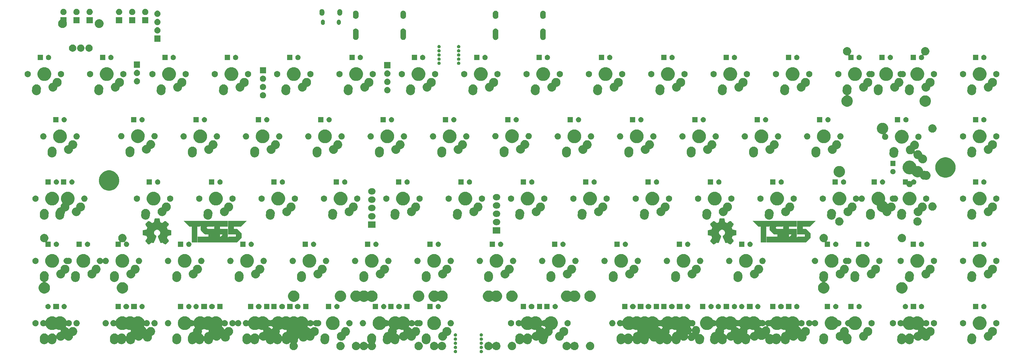
<source format=gts>
G04 #@! TF.GenerationSoftware,KiCad,Pcbnew,6.0.0-rc1-unknown-ba8647f~66~ubuntu18.04.1*
G04 #@! TF.CreationDate,2018-09-16T18:21:36-07:00*
G04 #@! TF.ProjectId,TS65,545336352E6B696361645F7063620000,0.7*
G04 #@! TF.SameCoordinates,Original*
G04 #@! TF.FileFunction,Soldermask,Top*
G04 #@! TF.FilePolarity,Negative*
%FSLAX46Y46*%
G04 Gerber Fmt 4.6, Leading zero omitted, Abs format (unit mm)*
G04 Created by KiCad (PCBNEW 6.0.0-rc1-unknown-ba8647f~66~ubuntu18.04.1) date Sun Sep 16 18:21:36 2018*
%MOMM*%
%LPD*%
G01*
G04 APERTURE LIST*
%ADD10C,0.010000*%
%ADD11C,0.002540*%
%ADD12C,0.150000*%
G04 APERTURE END LIST*
D10*
G04 #@! TO.C,LOGO1*
G36*
X144149420Y-135072560D02*
X141751660Y-135072560D01*
X141751660Y-135804080D01*
X144149420Y-135804080D01*
X144149420Y-137135040D01*
X144149478Y-137297721D01*
X144149647Y-137454699D01*
X144149922Y-137604785D01*
X144150294Y-137746789D01*
X144150757Y-137879525D01*
X144151304Y-138001802D01*
X144151928Y-138112433D01*
X144152622Y-138210230D01*
X144153379Y-138294004D01*
X144154192Y-138362566D01*
X144155055Y-138414728D01*
X144155960Y-138449302D01*
X144156900Y-138465099D01*
X144157186Y-138466000D01*
X144166497Y-138459138D01*
X144187668Y-138440068D01*
X144218302Y-138411056D01*
X144256000Y-138374374D01*
X144296739Y-138333920D01*
X144428526Y-138201840D01*
X146679260Y-138201840D01*
X146679260Y-137480480D01*
X144281500Y-137480480D01*
X144281500Y-133406320D01*
X149884693Y-133406320D01*
X149051619Y-134239440D01*
X148218546Y-135072560D01*
X145957900Y-135072560D01*
X145957900Y-135804080D01*
X146483708Y-135804079D01*
X147009517Y-135804079D01*
X147682588Y-136477208D01*
X148355660Y-137150336D01*
X148355659Y-137841217D01*
X148355659Y-138532097D01*
X147682531Y-139205168D01*
X147009403Y-139878240D01*
X140085261Y-139878240D01*
X140087733Y-137480480D01*
X141751660Y-137480480D01*
X141751660Y-138201840D01*
X142031229Y-138201840D01*
X142257204Y-137975697D01*
X142483180Y-137749554D01*
X142483180Y-137480480D01*
X141751660Y-137480480D01*
X140087733Y-137480480D01*
X140087880Y-137338404D01*
X140090500Y-134798569D01*
X139983820Y-134904452D01*
X139940165Y-134947181D01*
X139906427Y-134978178D01*
X139878533Y-135000448D01*
X139852409Y-135016995D01*
X139823984Y-135030826D01*
X139798135Y-135041447D01*
X139719131Y-135072559D01*
X138868389Y-135072559D01*
X138017648Y-135072560D01*
X137834979Y-135255440D01*
X137652311Y-135438319D01*
X137834980Y-135621199D01*
X138017648Y-135804080D01*
X139953340Y-135804080D01*
X139953340Y-139878240D01*
X134985100Y-139878240D01*
X134985100Y-138201840D01*
X138287100Y-138201840D01*
X138287100Y-137480480D01*
X137756211Y-137480480D01*
X137225322Y-137480479D01*
X136552102Y-136807202D01*
X135878881Y-136133924D01*
X135881570Y-135483862D01*
X135882176Y-135370299D01*
X135883015Y-135262415D01*
X135884056Y-135161983D01*
X135885269Y-135070775D01*
X135886622Y-134990563D01*
X135888084Y-134923119D01*
X135889625Y-134870215D01*
X135891215Y-134833623D01*
X135892821Y-134815116D01*
X135893240Y-134813480D01*
X135889263Y-134813940D01*
X135872948Y-134827033D01*
X135846272Y-134850972D01*
X135811216Y-134883972D01*
X135769757Y-134924245D01*
X135761029Y-134932860D01*
X135619836Y-135072560D01*
X134853020Y-135072560D01*
X134853020Y-139878240D01*
X133186780Y-139878240D01*
X133186780Y-135072560D01*
X132419653Y-135072560D01*
X131586579Y-134239440D01*
X130753506Y-133406320D01*
X144149420Y-133406320D01*
X144149420Y-135072560D01*
X144149420Y-135072560D01*
G37*
X144149420Y-135072560D02*
X141751660Y-135072560D01*
X141751660Y-135804080D01*
X144149420Y-135804080D01*
X144149420Y-137135040D01*
X144149478Y-137297721D01*
X144149647Y-137454699D01*
X144149922Y-137604785D01*
X144150294Y-137746789D01*
X144150757Y-137879525D01*
X144151304Y-138001802D01*
X144151928Y-138112433D01*
X144152622Y-138210230D01*
X144153379Y-138294004D01*
X144154192Y-138362566D01*
X144155055Y-138414728D01*
X144155960Y-138449302D01*
X144156900Y-138465099D01*
X144157186Y-138466000D01*
X144166497Y-138459138D01*
X144187668Y-138440068D01*
X144218302Y-138411056D01*
X144256000Y-138374374D01*
X144296739Y-138333920D01*
X144428526Y-138201840D01*
X146679260Y-138201840D01*
X146679260Y-137480480D01*
X144281500Y-137480480D01*
X144281500Y-133406320D01*
X149884693Y-133406320D01*
X149051619Y-134239440D01*
X148218546Y-135072560D01*
X145957900Y-135072560D01*
X145957900Y-135804080D01*
X146483708Y-135804079D01*
X147009517Y-135804079D01*
X147682588Y-136477208D01*
X148355660Y-137150336D01*
X148355659Y-137841217D01*
X148355659Y-138532097D01*
X147682531Y-139205168D01*
X147009403Y-139878240D01*
X140085261Y-139878240D01*
X140087733Y-137480480D01*
X141751660Y-137480480D01*
X141751660Y-138201840D01*
X142031229Y-138201840D01*
X142257204Y-137975697D01*
X142483180Y-137749554D01*
X142483180Y-137480480D01*
X141751660Y-137480480D01*
X140087733Y-137480480D01*
X140087880Y-137338404D01*
X140090500Y-134798569D01*
X139983820Y-134904452D01*
X139940165Y-134947181D01*
X139906427Y-134978178D01*
X139878533Y-135000448D01*
X139852409Y-135016995D01*
X139823984Y-135030826D01*
X139798135Y-135041447D01*
X139719131Y-135072559D01*
X138868389Y-135072559D01*
X138017648Y-135072560D01*
X137834979Y-135255440D01*
X137652311Y-135438319D01*
X137834980Y-135621199D01*
X138017648Y-135804080D01*
X139953340Y-135804080D01*
X139953340Y-139878240D01*
X134985100Y-139878240D01*
X134985100Y-138201840D01*
X138287100Y-138201840D01*
X138287100Y-137480480D01*
X137756211Y-137480480D01*
X137225322Y-137480479D01*
X136552102Y-136807202D01*
X135878881Y-136133924D01*
X135881570Y-135483862D01*
X135882176Y-135370299D01*
X135883015Y-135262415D01*
X135884056Y-135161983D01*
X135885269Y-135070775D01*
X135886622Y-134990563D01*
X135888084Y-134923119D01*
X135889625Y-134870215D01*
X135891215Y-134833623D01*
X135892821Y-134815116D01*
X135893240Y-134813480D01*
X135889263Y-134813940D01*
X135872948Y-134827033D01*
X135846272Y-134850972D01*
X135811216Y-134883972D01*
X135769757Y-134924245D01*
X135761029Y-134932860D01*
X135619836Y-135072560D01*
X134853020Y-135072560D01*
X134853020Y-139878240D01*
X133186780Y-139878240D01*
X133186780Y-135072560D01*
X132419653Y-135072560D01*
X131586579Y-134239440D01*
X130753506Y-133406320D01*
X144149420Y-133406320D01*
X144149420Y-135072560D01*
D11*
G04 #@! TO.C,LOGO3*
G36*
X126899800Y-137129960D02*
X126899800Y-137267120D01*
X126899800Y-137378880D01*
X126897260Y-137467780D01*
X126897260Y-137538900D01*
X126894720Y-137592240D01*
X126892180Y-137630340D01*
X126889640Y-137658280D01*
X126884560Y-137673520D01*
X126879480Y-137678600D01*
X126861700Y-137686220D01*
X126818520Y-137696380D01*
X126755020Y-137711620D01*
X126673740Y-137726860D01*
X126577220Y-137747180D01*
X126468000Y-137767500D01*
X126353700Y-137790360D01*
X126226700Y-137813220D01*
X126112400Y-137836080D01*
X126013340Y-137856400D01*
X125932060Y-137874180D01*
X125871100Y-137886880D01*
X125835540Y-137897040D01*
X125825380Y-137902120D01*
X125815220Y-137919900D01*
X125794900Y-137958000D01*
X125769500Y-138016420D01*
X125739020Y-138085000D01*
X125706000Y-138161200D01*
X125672980Y-138245020D01*
X125639960Y-138326300D01*
X125609480Y-138402500D01*
X125584080Y-138471080D01*
X125563760Y-138526960D01*
X125551060Y-138565060D01*
X125548520Y-138580300D01*
X125556140Y-138593000D01*
X125579000Y-138628560D01*
X125614560Y-138681900D01*
X125660280Y-138747940D01*
X125713620Y-138826680D01*
X125772040Y-138913040D01*
X125810140Y-138966380D01*
X126066680Y-139342300D01*
X126066680Y-139509940D01*
X126066680Y-139677580D01*
X125675520Y-140068740D01*
X125284360Y-140459900D01*
X125119260Y-140459900D01*
X124956700Y-140459900D01*
X124585860Y-140205900D01*
X124217560Y-139951900D01*
X124098180Y-140015400D01*
X123981340Y-140081440D01*
X123808620Y-140076360D01*
X123635900Y-140071280D01*
X123257440Y-139161960D01*
X122878980Y-138252640D01*
X122878980Y-138107860D01*
X122878980Y-138044360D01*
X122881520Y-137991020D01*
X122884060Y-137955460D01*
X122886600Y-137942760D01*
X122901840Y-137924980D01*
X122934860Y-137897040D01*
X122980580Y-137861480D01*
X123023760Y-137831000D01*
X123140600Y-137744640D01*
X123237120Y-137663360D01*
X123315860Y-137582080D01*
X123381900Y-137495720D01*
X123440320Y-137396660D01*
X123478420Y-137323000D01*
X123536840Y-137190920D01*
X123569860Y-137071540D01*
X123577480Y-136962320D01*
X123572400Y-136893740D01*
X123526680Y-136728640D01*
X123455560Y-136573700D01*
X123364120Y-136428920D01*
X123247280Y-136296840D01*
X123112660Y-136182540D01*
X122962800Y-136088560D01*
X122942480Y-136078400D01*
X122835800Y-136030140D01*
X122731660Y-135997120D01*
X122632600Y-135976800D01*
X122574180Y-135971720D01*
X122467500Y-135984420D01*
X122348120Y-136017440D01*
X122223660Y-136070780D01*
X122101740Y-136141900D01*
X121987440Y-136225720D01*
X121883300Y-136319700D01*
X121817260Y-136390820D01*
X121756300Y-136479720D01*
X121695340Y-136586400D01*
X121644540Y-136700700D01*
X121603900Y-136809920D01*
X121593740Y-136845480D01*
X121581040Y-136919140D01*
X121575960Y-136987720D01*
X121581040Y-137053760D01*
X121601360Y-137129960D01*
X121631840Y-137223940D01*
X121639460Y-137244260D01*
X121713120Y-137399200D01*
X121809640Y-137541440D01*
X121931560Y-137673520D01*
X122076340Y-137792900D01*
X122175400Y-137861480D01*
X122216040Y-137889420D01*
X122249060Y-137912280D01*
X122264300Y-137924980D01*
X122266840Y-137945300D01*
X122271920Y-137988480D01*
X122271920Y-138044360D01*
X122274460Y-138097700D01*
X122274460Y-138252640D01*
X121906160Y-139136560D01*
X121845200Y-139288960D01*
X121786780Y-139431200D01*
X121730900Y-139565820D01*
X121680100Y-139687740D01*
X121634380Y-139794420D01*
X121596280Y-139885860D01*
X121565800Y-139962060D01*
X121542940Y-140015400D01*
X121527700Y-140045880D01*
X121525160Y-140050960D01*
X121517540Y-140063660D01*
X121502300Y-140071280D01*
X121476900Y-140076360D01*
X121436260Y-140078900D01*
X121375300Y-140078900D01*
X121344820Y-140078900D01*
X121177180Y-140078900D01*
X121057800Y-140015400D01*
X120938420Y-139951900D01*
X120707280Y-140111920D01*
X120623460Y-140167800D01*
X120537100Y-140228760D01*
X120453280Y-140284640D01*
X120382160Y-140332900D01*
X120336440Y-140365920D01*
X120196740Y-140459900D01*
X120031640Y-140459900D01*
X119869080Y-140459900D01*
X119475380Y-140068740D01*
X119084220Y-139677580D01*
X119084220Y-139512480D01*
X119084220Y-139441360D01*
X119086760Y-139393100D01*
X119091840Y-139357540D01*
X119099460Y-139332140D01*
X119114700Y-139306740D01*
X119132480Y-139281340D01*
X119152800Y-139250860D01*
X119185820Y-139200060D01*
X119231540Y-139134020D01*
X119282340Y-139057820D01*
X119340760Y-138974000D01*
X119391560Y-138897800D01*
X119449980Y-138813980D01*
X119500780Y-138737780D01*
X119543960Y-138671740D01*
X119576980Y-138618400D01*
X119599840Y-138582840D01*
X119607460Y-138567600D01*
X119602380Y-138549820D01*
X119587140Y-138509180D01*
X119566820Y-138450760D01*
X119536340Y-138377100D01*
X119503320Y-138293280D01*
X119477920Y-138227240D01*
X119434740Y-138118020D01*
X119399180Y-138034200D01*
X119371240Y-137970700D01*
X119348380Y-137927520D01*
X119333140Y-137902120D01*
X119320440Y-137891960D01*
X119297580Y-137886880D01*
X119254400Y-137876720D01*
X119188360Y-137864020D01*
X119104540Y-137846240D01*
X119005480Y-137828460D01*
X118896260Y-137805600D01*
X118789580Y-137787820D01*
X118675280Y-137764960D01*
X118566060Y-137744640D01*
X118472080Y-137724320D01*
X118390800Y-137709080D01*
X118327300Y-137693840D01*
X118286660Y-137683680D01*
X118271420Y-137678600D01*
X118266340Y-137670980D01*
X118263800Y-137653200D01*
X118261260Y-137622720D01*
X118258720Y-137579540D01*
X118256180Y-137521120D01*
X118253640Y-137442380D01*
X118253640Y-137345860D01*
X118253640Y-137226480D01*
X118251100Y-137079160D01*
X118251100Y-136967400D01*
X118251100Y-136271440D01*
X118284120Y-136253660D01*
X118304440Y-136246040D01*
X118350160Y-136233340D01*
X118416200Y-136220640D01*
X118500020Y-136202860D01*
X118599080Y-136182540D01*
X118710840Y-136162220D01*
X118827680Y-136139360D01*
X118830220Y-136139360D01*
X118947060Y-136116500D01*
X119056280Y-136096180D01*
X119155340Y-136075860D01*
X119236620Y-136058080D01*
X119300120Y-136045380D01*
X119343300Y-136032680D01*
X119363620Y-136027600D01*
X119373780Y-136009820D01*
X119391560Y-135971720D01*
X119416960Y-135915840D01*
X119449980Y-135847260D01*
X119483000Y-135771060D01*
X119516020Y-135692320D01*
X119551580Y-135616120D01*
X119582060Y-135545000D01*
X119607460Y-135481500D01*
X119625240Y-135435780D01*
X119635400Y-135407840D01*
X119635400Y-135405300D01*
X119627780Y-135390060D01*
X119604920Y-135354500D01*
X119571900Y-135301160D01*
X119526180Y-135232580D01*
X119472840Y-135153840D01*
X119411880Y-135064940D01*
X119361080Y-134988740D01*
X119084220Y-134587420D01*
X119084220Y-134424860D01*
X119084220Y-134262300D01*
X119475380Y-133868600D01*
X119866540Y-133477440D01*
X120034180Y-133477440D01*
X120201820Y-133477440D01*
X120557420Y-133721280D01*
X120648860Y-133782240D01*
X120735220Y-133843200D01*
X120813960Y-133896540D01*
X120880000Y-133942260D01*
X120930800Y-133977820D01*
X120963820Y-134000680D01*
X120968900Y-134003220D01*
X121027320Y-134043860D01*
X121294020Y-133934640D01*
X121398160Y-133894000D01*
X121476900Y-133860980D01*
X121537860Y-133835580D01*
X121581040Y-133815260D01*
X121608980Y-133800020D01*
X121626760Y-133787320D01*
X121639460Y-133777160D01*
X121644540Y-133764460D01*
X121644540Y-133761920D01*
X121649620Y-133741600D01*
X121659780Y-133695880D01*
X121672480Y-133632380D01*
X121687720Y-133548560D01*
X121708040Y-133449500D01*
X121728360Y-133340280D01*
X121748680Y-133220900D01*
X121751220Y-133208200D01*
X121774080Y-133091360D01*
X121796940Y-132979600D01*
X121814720Y-132880540D01*
X121832500Y-132796720D01*
X121847740Y-132730680D01*
X121857900Y-132684960D01*
X121865520Y-132664640D01*
X121873140Y-132659560D01*
X121890920Y-132657020D01*
X121916320Y-132651940D01*
X121956960Y-132649400D01*
X122012840Y-132649400D01*
X122086500Y-132646860D01*
X122177940Y-132646860D01*
X122292240Y-132644320D01*
X122431940Y-132644320D01*
X122574180Y-132644320D01*
X122711340Y-132644320D01*
X122840880Y-132646860D01*
X122957720Y-132646860D01*
X123061860Y-132649400D01*
X123150760Y-132649400D01*
X123216800Y-132651940D01*
X123262520Y-132654480D01*
X123285380Y-132657020D01*
X123293000Y-132674800D01*
X123303160Y-132715440D01*
X123318400Y-132784020D01*
X123338720Y-132870380D01*
X123359040Y-132979600D01*
X123384440Y-133106600D01*
X123402220Y-133203120D01*
X123425080Y-133322500D01*
X123445400Y-133436800D01*
X123465720Y-133538400D01*
X123480960Y-133624760D01*
X123496200Y-133693340D01*
X123506360Y-133741600D01*
X123511440Y-133767000D01*
X123524140Y-133782240D01*
X123554620Y-133800020D01*
X123600340Y-133822880D01*
X123668920Y-133853360D01*
X123757820Y-133894000D01*
X123823860Y-133919400D01*
X123920380Y-133960040D01*
X123994040Y-133987980D01*
X124047380Y-134010840D01*
X124088020Y-134023540D01*
X124113420Y-134028620D01*
X124133740Y-134031160D01*
X124146440Y-134026080D01*
X124159140Y-134021000D01*
X124161680Y-134018460D01*
X124182000Y-134005760D01*
X124222640Y-133977820D01*
X124278520Y-133937180D01*
X124352180Y-133888920D01*
X124433460Y-133833040D01*
X124524900Y-133772080D01*
X124575700Y-133736520D01*
X124951620Y-133477440D01*
X125119260Y-133477440D01*
X125284360Y-133477440D01*
X125675520Y-133868600D01*
X126066680Y-134259760D01*
X126066680Y-134427400D01*
X126066680Y-134595040D01*
X125789820Y-134996360D01*
X125512960Y-135397680D01*
X125645040Y-135710100D01*
X125685680Y-135799000D01*
X125721240Y-135880280D01*
X125754260Y-135946320D01*
X125779660Y-135997120D01*
X125797440Y-136027600D01*
X125802520Y-136032680D01*
X125822840Y-136037760D01*
X125866020Y-136047920D01*
X125929520Y-136063160D01*
X126013340Y-136078400D01*
X126112400Y-136098720D01*
X126221620Y-136119040D01*
X126338460Y-136141900D01*
X126351160Y-136144440D01*
X126488320Y-136169840D01*
X126607700Y-136192700D01*
X126706760Y-136213020D01*
X126788040Y-136230800D01*
X126846460Y-136246040D01*
X126879480Y-136256200D01*
X126887100Y-136261280D01*
X126889640Y-136276520D01*
X126892180Y-136319700D01*
X126894720Y-136385740D01*
X126897260Y-136472100D01*
X126897260Y-136573700D01*
X126899800Y-136688000D01*
X126899800Y-136815000D01*
X126899800Y-136952160D01*
X126899800Y-136969940D01*
X126899800Y-137129960D01*
X126899800Y-137129960D01*
G37*
X126899800Y-137129960D02*
X126899800Y-137267120D01*
X126899800Y-137378880D01*
X126897260Y-137467780D01*
X126897260Y-137538900D01*
X126894720Y-137592240D01*
X126892180Y-137630340D01*
X126889640Y-137658280D01*
X126884560Y-137673520D01*
X126879480Y-137678600D01*
X126861700Y-137686220D01*
X126818520Y-137696380D01*
X126755020Y-137711620D01*
X126673740Y-137726860D01*
X126577220Y-137747180D01*
X126468000Y-137767500D01*
X126353700Y-137790360D01*
X126226700Y-137813220D01*
X126112400Y-137836080D01*
X126013340Y-137856400D01*
X125932060Y-137874180D01*
X125871100Y-137886880D01*
X125835540Y-137897040D01*
X125825380Y-137902120D01*
X125815220Y-137919900D01*
X125794900Y-137958000D01*
X125769500Y-138016420D01*
X125739020Y-138085000D01*
X125706000Y-138161200D01*
X125672980Y-138245020D01*
X125639960Y-138326300D01*
X125609480Y-138402500D01*
X125584080Y-138471080D01*
X125563760Y-138526960D01*
X125551060Y-138565060D01*
X125548520Y-138580300D01*
X125556140Y-138593000D01*
X125579000Y-138628560D01*
X125614560Y-138681900D01*
X125660280Y-138747940D01*
X125713620Y-138826680D01*
X125772040Y-138913040D01*
X125810140Y-138966380D01*
X126066680Y-139342300D01*
X126066680Y-139509940D01*
X126066680Y-139677580D01*
X125675520Y-140068740D01*
X125284360Y-140459900D01*
X125119260Y-140459900D01*
X124956700Y-140459900D01*
X124585860Y-140205900D01*
X124217560Y-139951900D01*
X124098180Y-140015400D01*
X123981340Y-140081440D01*
X123808620Y-140076360D01*
X123635900Y-140071280D01*
X123257440Y-139161960D01*
X122878980Y-138252640D01*
X122878980Y-138107860D01*
X122878980Y-138044360D01*
X122881520Y-137991020D01*
X122884060Y-137955460D01*
X122886600Y-137942760D01*
X122901840Y-137924980D01*
X122934860Y-137897040D01*
X122980580Y-137861480D01*
X123023760Y-137831000D01*
X123140600Y-137744640D01*
X123237120Y-137663360D01*
X123315860Y-137582080D01*
X123381900Y-137495720D01*
X123440320Y-137396660D01*
X123478420Y-137323000D01*
X123536840Y-137190920D01*
X123569860Y-137071540D01*
X123577480Y-136962320D01*
X123572400Y-136893740D01*
X123526680Y-136728640D01*
X123455560Y-136573700D01*
X123364120Y-136428920D01*
X123247280Y-136296840D01*
X123112660Y-136182540D01*
X122962800Y-136088560D01*
X122942480Y-136078400D01*
X122835800Y-136030140D01*
X122731660Y-135997120D01*
X122632600Y-135976800D01*
X122574180Y-135971720D01*
X122467500Y-135984420D01*
X122348120Y-136017440D01*
X122223660Y-136070780D01*
X122101740Y-136141900D01*
X121987440Y-136225720D01*
X121883300Y-136319700D01*
X121817260Y-136390820D01*
X121756300Y-136479720D01*
X121695340Y-136586400D01*
X121644540Y-136700700D01*
X121603900Y-136809920D01*
X121593740Y-136845480D01*
X121581040Y-136919140D01*
X121575960Y-136987720D01*
X121581040Y-137053760D01*
X121601360Y-137129960D01*
X121631840Y-137223940D01*
X121639460Y-137244260D01*
X121713120Y-137399200D01*
X121809640Y-137541440D01*
X121931560Y-137673520D01*
X122076340Y-137792900D01*
X122175400Y-137861480D01*
X122216040Y-137889420D01*
X122249060Y-137912280D01*
X122264300Y-137924980D01*
X122266840Y-137945300D01*
X122271920Y-137988480D01*
X122271920Y-138044360D01*
X122274460Y-138097700D01*
X122274460Y-138252640D01*
X121906160Y-139136560D01*
X121845200Y-139288960D01*
X121786780Y-139431200D01*
X121730900Y-139565820D01*
X121680100Y-139687740D01*
X121634380Y-139794420D01*
X121596280Y-139885860D01*
X121565800Y-139962060D01*
X121542940Y-140015400D01*
X121527700Y-140045880D01*
X121525160Y-140050960D01*
X121517540Y-140063660D01*
X121502300Y-140071280D01*
X121476900Y-140076360D01*
X121436260Y-140078900D01*
X121375300Y-140078900D01*
X121344820Y-140078900D01*
X121177180Y-140078900D01*
X121057800Y-140015400D01*
X120938420Y-139951900D01*
X120707280Y-140111920D01*
X120623460Y-140167800D01*
X120537100Y-140228760D01*
X120453280Y-140284640D01*
X120382160Y-140332900D01*
X120336440Y-140365920D01*
X120196740Y-140459900D01*
X120031640Y-140459900D01*
X119869080Y-140459900D01*
X119475380Y-140068740D01*
X119084220Y-139677580D01*
X119084220Y-139512480D01*
X119084220Y-139441360D01*
X119086760Y-139393100D01*
X119091840Y-139357540D01*
X119099460Y-139332140D01*
X119114700Y-139306740D01*
X119132480Y-139281340D01*
X119152800Y-139250860D01*
X119185820Y-139200060D01*
X119231540Y-139134020D01*
X119282340Y-139057820D01*
X119340760Y-138974000D01*
X119391560Y-138897800D01*
X119449980Y-138813980D01*
X119500780Y-138737780D01*
X119543960Y-138671740D01*
X119576980Y-138618400D01*
X119599840Y-138582840D01*
X119607460Y-138567600D01*
X119602380Y-138549820D01*
X119587140Y-138509180D01*
X119566820Y-138450760D01*
X119536340Y-138377100D01*
X119503320Y-138293280D01*
X119477920Y-138227240D01*
X119434740Y-138118020D01*
X119399180Y-138034200D01*
X119371240Y-137970700D01*
X119348380Y-137927520D01*
X119333140Y-137902120D01*
X119320440Y-137891960D01*
X119297580Y-137886880D01*
X119254400Y-137876720D01*
X119188360Y-137864020D01*
X119104540Y-137846240D01*
X119005480Y-137828460D01*
X118896260Y-137805600D01*
X118789580Y-137787820D01*
X118675280Y-137764960D01*
X118566060Y-137744640D01*
X118472080Y-137724320D01*
X118390800Y-137709080D01*
X118327300Y-137693840D01*
X118286660Y-137683680D01*
X118271420Y-137678600D01*
X118266340Y-137670980D01*
X118263800Y-137653200D01*
X118261260Y-137622720D01*
X118258720Y-137579540D01*
X118256180Y-137521120D01*
X118253640Y-137442380D01*
X118253640Y-137345860D01*
X118253640Y-137226480D01*
X118251100Y-137079160D01*
X118251100Y-136967400D01*
X118251100Y-136271440D01*
X118284120Y-136253660D01*
X118304440Y-136246040D01*
X118350160Y-136233340D01*
X118416200Y-136220640D01*
X118500020Y-136202860D01*
X118599080Y-136182540D01*
X118710840Y-136162220D01*
X118827680Y-136139360D01*
X118830220Y-136139360D01*
X118947060Y-136116500D01*
X119056280Y-136096180D01*
X119155340Y-136075860D01*
X119236620Y-136058080D01*
X119300120Y-136045380D01*
X119343300Y-136032680D01*
X119363620Y-136027600D01*
X119373780Y-136009820D01*
X119391560Y-135971720D01*
X119416960Y-135915840D01*
X119449980Y-135847260D01*
X119483000Y-135771060D01*
X119516020Y-135692320D01*
X119551580Y-135616120D01*
X119582060Y-135545000D01*
X119607460Y-135481500D01*
X119625240Y-135435780D01*
X119635400Y-135407840D01*
X119635400Y-135405300D01*
X119627780Y-135390060D01*
X119604920Y-135354500D01*
X119571900Y-135301160D01*
X119526180Y-135232580D01*
X119472840Y-135153840D01*
X119411880Y-135064940D01*
X119361080Y-134988740D01*
X119084220Y-134587420D01*
X119084220Y-134424860D01*
X119084220Y-134262300D01*
X119475380Y-133868600D01*
X119866540Y-133477440D01*
X120034180Y-133477440D01*
X120201820Y-133477440D01*
X120557420Y-133721280D01*
X120648860Y-133782240D01*
X120735220Y-133843200D01*
X120813960Y-133896540D01*
X120880000Y-133942260D01*
X120930800Y-133977820D01*
X120963820Y-134000680D01*
X120968900Y-134003220D01*
X121027320Y-134043860D01*
X121294020Y-133934640D01*
X121398160Y-133894000D01*
X121476900Y-133860980D01*
X121537860Y-133835580D01*
X121581040Y-133815260D01*
X121608980Y-133800020D01*
X121626760Y-133787320D01*
X121639460Y-133777160D01*
X121644540Y-133764460D01*
X121644540Y-133761920D01*
X121649620Y-133741600D01*
X121659780Y-133695880D01*
X121672480Y-133632380D01*
X121687720Y-133548560D01*
X121708040Y-133449500D01*
X121728360Y-133340280D01*
X121748680Y-133220900D01*
X121751220Y-133208200D01*
X121774080Y-133091360D01*
X121796940Y-132979600D01*
X121814720Y-132880540D01*
X121832500Y-132796720D01*
X121847740Y-132730680D01*
X121857900Y-132684960D01*
X121865520Y-132664640D01*
X121873140Y-132659560D01*
X121890920Y-132657020D01*
X121916320Y-132651940D01*
X121956960Y-132649400D01*
X122012840Y-132649400D01*
X122086500Y-132646860D01*
X122177940Y-132646860D01*
X122292240Y-132644320D01*
X122431940Y-132644320D01*
X122574180Y-132644320D01*
X122711340Y-132644320D01*
X122840880Y-132646860D01*
X122957720Y-132646860D01*
X123061860Y-132649400D01*
X123150760Y-132649400D01*
X123216800Y-132651940D01*
X123262520Y-132654480D01*
X123285380Y-132657020D01*
X123293000Y-132674800D01*
X123303160Y-132715440D01*
X123318400Y-132784020D01*
X123338720Y-132870380D01*
X123359040Y-132979600D01*
X123384440Y-133106600D01*
X123402220Y-133203120D01*
X123425080Y-133322500D01*
X123445400Y-133436800D01*
X123465720Y-133538400D01*
X123480960Y-133624760D01*
X123496200Y-133693340D01*
X123506360Y-133741600D01*
X123511440Y-133767000D01*
X123524140Y-133782240D01*
X123554620Y-133800020D01*
X123600340Y-133822880D01*
X123668920Y-133853360D01*
X123757820Y-133894000D01*
X123823860Y-133919400D01*
X123920380Y-133960040D01*
X123994040Y-133987980D01*
X124047380Y-134010840D01*
X124088020Y-134023540D01*
X124113420Y-134028620D01*
X124133740Y-134031160D01*
X124146440Y-134026080D01*
X124159140Y-134021000D01*
X124161680Y-134018460D01*
X124182000Y-134005760D01*
X124222640Y-133977820D01*
X124278520Y-133937180D01*
X124352180Y-133888920D01*
X124433460Y-133833040D01*
X124524900Y-133772080D01*
X124575700Y-133736520D01*
X124951620Y-133477440D01*
X125119260Y-133477440D01*
X125284360Y-133477440D01*
X125675520Y-133868600D01*
X126066680Y-134259760D01*
X126066680Y-134427400D01*
X126066680Y-134595040D01*
X125789820Y-134996360D01*
X125512960Y-135397680D01*
X125645040Y-135710100D01*
X125685680Y-135799000D01*
X125721240Y-135880280D01*
X125754260Y-135946320D01*
X125779660Y-135997120D01*
X125797440Y-136027600D01*
X125802520Y-136032680D01*
X125822840Y-136037760D01*
X125866020Y-136047920D01*
X125929520Y-136063160D01*
X126013340Y-136078400D01*
X126112400Y-136098720D01*
X126221620Y-136119040D01*
X126338460Y-136141900D01*
X126351160Y-136144440D01*
X126488320Y-136169840D01*
X126607700Y-136192700D01*
X126706760Y-136213020D01*
X126788040Y-136230800D01*
X126846460Y-136246040D01*
X126879480Y-136256200D01*
X126887100Y-136261280D01*
X126889640Y-136276520D01*
X126892180Y-136319700D01*
X126894720Y-136385740D01*
X126897260Y-136472100D01*
X126897260Y-136573700D01*
X126899800Y-136688000D01*
X126899800Y-136815000D01*
X126899800Y-136952160D01*
X126899800Y-136969940D01*
X126899800Y-137129960D01*
D10*
G04 #@! TO.C,LOGO5*
G36*
X317973020Y-135072560D02*
X315575260Y-135072560D01*
X315575260Y-135804080D01*
X317973020Y-135804080D01*
X317973020Y-137135040D01*
X317973078Y-137297721D01*
X317973247Y-137454699D01*
X317973522Y-137604785D01*
X317973894Y-137746789D01*
X317974357Y-137879525D01*
X317974904Y-138001802D01*
X317975528Y-138112433D01*
X317976222Y-138210230D01*
X317976979Y-138294004D01*
X317977792Y-138362566D01*
X317978655Y-138414728D01*
X317979560Y-138449302D01*
X317980500Y-138465099D01*
X317980786Y-138466000D01*
X317990097Y-138459138D01*
X318011268Y-138440068D01*
X318041902Y-138411056D01*
X318079600Y-138374374D01*
X318120339Y-138333920D01*
X318252126Y-138201840D01*
X320502860Y-138201840D01*
X320502860Y-137480480D01*
X318105100Y-137480480D01*
X318105100Y-133406320D01*
X323708293Y-133406320D01*
X322875219Y-134239440D01*
X322042146Y-135072560D01*
X319781500Y-135072560D01*
X319781500Y-135804080D01*
X320307308Y-135804079D01*
X320833117Y-135804079D01*
X321506188Y-136477208D01*
X322179260Y-137150336D01*
X322179259Y-137841217D01*
X322179259Y-138532097D01*
X321506131Y-139205168D01*
X320833003Y-139878240D01*
X313908861Y-139878240D01*
X313911333Y-137480480D01*
X315575260Y-137480480D01*
X315575260Y-138201840D01*
X315854829Y-138201840D01*
X316080804Y-137975697D01*
X316306780Y-137749554D01*
X316306780Y-137480480D01*
X315575260Y-137480480D01*
X313911333Y-137480480D01*
X313911480Y-137338404D01*
X313914100Y-134798569D01*
X313807420Y-134904452D01*
X313763765Y-134947181D01*
X313730027Y-134978178D01*
X313702133Y-135000448D01*
X313676009Y-135016995D01*
X313647584Y-135030826D01*
X313621735Y-135041447D01*
X313542731Y-135072559D01*
X312691989Y-135072559D01*
X311841248Y-135072560D01*
X311658579Y-135255440D01*
X311475911Y-135438319D01*
X311658580Y-135621199D01*
X311841248Y-135804080D01*
X313776940Y-135804080D01*
X313776940Y-139878240D01*
X308808700Y-139878240D01*
X308808700Y-138201840D01*
X312110700Y-138201840D01*
X312110700Y-137480480D01*
X311579811Y-137480480D01*
X311048922Y-137480479D01*
X310375702Y-136807202D01*
X309702481Y-136133924D01*
X309705170Y-135483862D01*
X309705776Y-135370299D01*
X309706615Y-135262415D01*
X309707656Y-135161983D01*
X309708869Y-135070775D01*
X309710222Y-134990563D01*
X309711684Y-134923119D01*
X309713225Y-134870215D01*
X309714815Y-134833623D01*
X309716421Y-134815116D01*
X309716840Y-134813480D01*
X309712863Y-134813940D01*
X309696548Y-134827033D01*
X309669872Y-134850972D01*
X309634816Y-134883972D01*
X309593357Y-134924245D01*
X309584629Y-134932860D01*
X309443436Y-135072560D01*
X308676620Y-135072560D01*
X308676620Y-139878240D01*
X307010380Y-139878240D01*
X307010380Y-135072560D01*
X306243253Y-135072560D01*
X305410179Y-134239440D01*
X304577106Y-133406320D01*
X317973020Y-133406320D01*
X317973020Y-135072560D01*
X317973020Y-135072560D01*
G37*
X317973020Y-135072560D02*
X315575260Y-135072560D01*
X315575260Y-135804080D01*
X317973020Y-135804080D01*
X317973020Y-137135040D01*
X317973078Y-137297721D01*
X317973247Y-137454699D01*
X317973522Y-137604785D01*
X317973894Y-137746789D01*
X317974357Y-137879525D01*
X317974904Y-138001802D01*
X317975528Y-138112433D01*
X317976222Y-138210230D01*
X317976979Y-138294004D01*
X317977792Y-138362566D01*
X317978655Y-138414728D01*
X317979560Y-138449302D01*
X317980500Y-138465099D01*
X317980786Y-138466000D01*
X317990097Y-138459138D01*
X318011268Y-138440068D01*
X318041902Y-138411056D01*
X318079600Y-138374374D01*
X318120339Y-138333920D01*
X318252126Y-138201840D01*
X320502860Y-138201840D01*
X320502860Y-137480480D01*
X318105100Y-137480480D01*
X318105100Y-133406320D01*
X323708293Y-133406320D01*
X322875219Y-134239440D01*
X322042146Y-135072560D01*
X319781500Y-135072560D01*
X319781500Y-135804080D01*
X320307308Y-135804079D01*
X320833117Y-135804079D01*
X321506188Y-136477208D01*
X322179260Y-137150336D01*
X322179259Y-137841217D01*
X322179259Y-138532097D01*
X321506131Y-139205168D01*
X320833003Y-139878240D01*
X313908861Y-139878240D01*
X313911333Y-137480480D01*
X315575260Y-137480480D01*
X315575260Y-138201840D01*
X315854829Y-138201840D01*
X316080804Y-137975697D01*
X316306780Y-137749554D01*
X316306780Y-137480480D01*
X315575260Y-137480480D01*
X313911333Y-137480480D01*
X313911480Y-137338404D01*
X313914100Y-134798569D01*
X313807420Y-134904452D01*
X313763765Y-134947181D01*
X313730027Y-134978178D01*
X313702133Y-135000448D01*
X313676009Y-135016995D01*
X313647584Y-135030826D01*
X313621735Y-135041447D01*
X313542731Y-135072559D01*
X312691989Y-135072559D01*
X311841248Y-135072560D01*
X311658579Y-135255440D01*
X311475911Y-135438319D01*
X311658580Y-135621199D01*
X311841248Y-135804080D01*
X313776940Y-135804080D01*
X313776940Y-139878240D01*
X308808700Y-139878240D01*
X308808700Y-138201840D01*
X312110700Y-138201840D01*
X312110700Y-137480480D01*
X311579811Y-137480480D01*
X311048922Y-137480479D01*
X310375702Y-136807202D01*
X309702481Y-136133924D01*
X309705170Y-135483862D01*
X309705776Y-135370299D01*
X309706615Y-135262415D01*
X309707656Y-135161983D01*
X309708869Y-135070775D01*
X309710222Y-134990563D01*
X309711684Y-134923119D01*
X309713225Y-134870215D01*
X309714815Y-134833623D01*
X309716421Y-134815116D01*
X309716840Y-134813480D01*
X309712863Y-134813940D01*
X309696548Y-134827033D01*
X309669872Y-134850972D01*
X309634816Y-134883972D01*
X309593357Y-134924245D01*
X309584629Y-134932860D01*
X309443436Y-135072560D01*
X308676620Y-135072560D01*
X308676620Y-139878240D01*
X307010380Y-139878240D01*
X307010380Y-135072560D01*
X306243253Y-135072560D01*
X305410179Y-134239440D01*
X304577106Y-133406320D01*
X317973020Y-133406320D01*
X317973020Y-135072560D01*
D11*
G04 #@! TO.C,LOGO7*
G36*
X299473400Y-137129960D02*
X299473400Y-137267120D01*
X299473400Y-137378880D01*
X299470860Y-137467780D01*
X299470860Y-137538900D01*
X299468320Y-137592240D01*
X299465780Y-137630340D01*
X299463240Y-137658280D01*
X299458160Y-137673520D01*
X299453080Y-137678600D01*
X299435300Y-137686220D01*
X299392120Y-137696380D01*
X299328620Y-137711620D01*
X299247340Y-137726860D01*
X299150820Y-137747180D01*
X299041600Y-137767500D01*
X298927300Y-137790360D01*
X298800300Y-137813220D01*
X298686000Y-137836080D01*
X298586940Y-137856400D01*
X298505660Y-137874180D01*
X298444700Y-137886880D01*
X298409140Y-137897040D01*
X298398980Y-137902120D01*
X298388820Y-137919900D01*
X298368500Y-137958000D01*
X298343100Y-138016420D01*
X298312620Y-138085000D01*
X298279600Y-138161200D01*
X298246580Y-138245020D01*
X298213560Y-138326300D01*
X298183080Y-138402500D01*
X298157680Y-138471080D01*
X298137360Y-138526960D01*
X298124660Y-138565060D01*
X298122120Y-138580300D01*
X298129740Y-138593000D01*
X298152600Y-138628560D01*
X298188160Y-138681900D01*
X298233880Y-138747940D01*
X298287220Y-138826680D01*
X298345640Y-138913040D01*
X298383740Y-138966380D01*
X298640280Y-139342300D01*
X298640280Y-139509940D01*
X298640280Y-139677580D01*
X298249120Y-140068740D01*
X297857960Y-140459900D01*
X297692860Y-140459900D01*
X297530300Y-140459900D01*
X297159460Y-140205900D01*
X296791160Y-139951900D01*
X296671780Y-140015400D01*
X296554940Y-140081440D01*
X296382220Y-140076360D01*
X296209500Y-140071280D01*
X295831040Y-139161960D01*
X295452580Y-138252640D01*
X295452580Y-138107860D01*
X295452580Y-138044360D01*
X295455120Y-137991020D01*
X295457660Y-137955460D01*
X295460200Y-137942760D01*
X295475440Y-137924980D01*
X295508460Y-137897040D01*
X295554180Y-137861480D01*
X295597360Y-137831000D01*
X295714200Y-137744640D01*
X295810720Y-137663360D01*
X295889460Y-137582080D01*
X295955500Y-137495720D01*
X296013920Y-137396660D01*
X296052020Y-137323000D01*
X296110440Y-137190920D01*
X296143460Y-137071540D01*
X296151080Y-136962320D01*
X296146000Y-136893740D01*
X296100280Y-136728640D01*
X296029160Y-136573700D01*
X295937720Y-136428920D01*
X295820880Y-136296840D01*
X295686260Y-136182540D01*
X295536400Y-136088560D01*
X295516080Y-136078400D01*
X295409400Y-136030140D01*
X295305260Y-135997120D01*
X295206200Y-135976800D01*
X295147780Y-135971720D01*
X295041100Y-135984420D01*
X294921720Y-136017440D01*
X294797260Y-136070780D01*
X294675340Y-136141900D01*
X294561040Y-136225720D01*
X294456900Y-136319700D01*
X294390860Y-136390820D01*
X294329900Y-136479720D01*
X294268940Y-136586400D01*
X294218140Y-136700700D01*
X294177500Y-136809920D01*
X294167340Y-136845480D01*
X294154640Y-136919140D01*
X294149560Y-136987720D01*
X294154640Y-137053760D01*
X294174960Y-137129960D01*
X294205440Y-137223940D01*
X294213060Y-137244260D01*
X294286720Y-137399200D01*
X294383240Y-137541440D01*
X294505160Y-137673520D01*
X294649940Y-137792900D01*
X294749000Y-137861480D01*
X294789640Y-137889420D01*
X294822660Y-137912280D01*
X294837900Y-137924980D01*
X294840440Y-137945300D01*
X294845520Y-137988480D01*
X294845520Y-138044360D01*
X294848060Y-138097700D01*
X294848060Y-138252640D01*
X294479760Y-139136560D01*
X294418800Y-139288960D01*
X294360380Y-139431200D01*
X294304500Y-139565820D01*
X294253700Y-139687740D01*
X294207980Y-139794420D01*
X294169880Y-139885860D01*
X294139400Y-139962060D01*
X294116540Y-140015400D01*
X294101300Y-140045880D01*
X294098760Y-140050960D01*
X294091140Y-140063660D01*
X294075900Y-140071280D01*
X294050500Y-140076360D01*
X294009860Y-140078900D01*
X293948900Y-140078900D01*
X293918420Y-140078900D01*
X293750780Y-140078900D01*
X293631400Y-140015400D01*
X293512020Y-139951900D01*
X293280880Y-140111920D01*
X293197060Y-140167800D01*
X293110700Y-140228760D01*
X293026880Y-140284640D01*
X292955760Y-140332900D01*
X292910040Y-140365920D01*
X292770340Y-140459900D01*
X292605240Y-140459900D01*
X292442680Y-140459900D01*
X292048980Y-140068740D01*
X291657820Y-139677580D01*
X291657820Y-139512480D01*
X291657820Y-139441360D01*
X291660360Y-139393100D01*
X291665440Y-139357540D01*
X291673060Y-139332140D01*
X291688300Y-139306740D01*
X291706080Y-139281340D01*
X291726400Y-139250860D01*
X291759420Y-139200060D01*
X291805140Y-139134020D01*
X291855940Y-139057820D01*
X291914360Y-138974000D01*
X291965160Y-138897800D01*
X292023580Y-138813980D01*
X292074380Y-138737780D01*
X292117560Y-138671740D01*
X292150580Y-138618400D01*
X292173440Y-138582840D01*
X292181060Y-138567600D01*
X292175980Y-138549820D01*
X292160740Y-138509180D01*
X292140420Y-138450760D01*
X292109940Y-138377100D01*
X292076920Y-138293280D01*
X292051520Y-138227240D01*
X292008340Y-138118020D01*
X291972780Y-138034200D01*
X291944840Y-137970700D01*
X291921980Y-137927520D01*
X291906740Y-137902120D01*
X291894040Y-137891960D01*
X291871180Y-137886880D01*
X291828000Y-137876720D01*
X291761960Y-137864020D01*
X291678140Y-137846240D01*
X291579080Y-137828460D01*
X291469860Y-137805600D01*
X291363180Y-137787820D01*
X291248880Y-137764960D01*
X291139660Y-137744640D01*
X291045680Y-137724320D01*
X290964400Y-137709080D01*
X290900900Y-137693840D01*
X290860260Y-137683680D01*
X290845020Y-137678600D01*
X290839940Y-137670980D01*
X290837400Y-137653200D01*
X290834860Y-137622720D01*
X290832320Y-137579540D01*
X290829780Y-137521120D01*
X290827240Y-137442380D01*
X290827240Y-137345860D01*
X290827240Y-137226480D01*
X290824700Y-137079160D01*
X290824700Y-136967400D01*
X290824700Y-136271440D01*
X290857720Y-136253660D01*
X290878040Y-136246040D01*
X290923760Y-136233340D01*
X290989800Y-136220640D01*
X291073620Y-136202860D01*
X291172680Y-136182540D01*
X291284440Y-136162220D01*
X291401280Y-136139360D01*
X291403820Y-136139360D01*
X291520660Y-136116500D01*
X291629880Y-136096180D01*
X291728940Y-136075860D01*
X291810220Y-136058080D01*
X291873720Y-136045380D01*
X291916900Y-136032680D01*
X291937220Y-136027600D01*
X291947380Y-136009820D01*
X291965160Y-135971720D01*
X291990560Y-135915840D01*
X292023580Y-135847260D01*
X292056600Y-135771060D01*
X292089620Y-135692320D01*
X292125180Y-135616120D01*
X292155660Y-135545000D01*
X292181060Y-135481500D01*
X292198840Y-135435780D01*
X292209000Y-135407840D01*
X292209000Y-135405300D01*
X292201380Y-135390060D01*
X292178520Y-135354500D01*
X292145500Y-135301160D01*
X292099780Y-135232580D01*
X292046440Y-135153840D01*
X291985480Y-135064940D01*
X291934680Y-134988740D01*
X291657820Y-134587420D01*
X291657820Y-134424860D01*
X291657820Y-134262300D01*
X292048980Y-133868600D01*
X292440140Y-133477440D01*
X292607780Y-133477440D01*
X292775420Y-133477440D01*
X293131020Y-133721280D01*
X293222460Y-133782240D01*
X293308820Y-133843200D01*
X293387560Y-133896540D01*
X293453600Y-133942260D01*
X293504400Y-133977820D01*
X293537420Y-134000680D01*
X293542500Y-134003220D01*
X293600920Y-134043860D01*
X293867620Y-133934640D01*
X293971760Y-133894000D01*
X294050500Y-133860980D01*
X294111460Y-133835580D01*
X294154640Y-133815260D01*
X294182580Y-133800020D01*
X294200360Y-133787320D01*
X294213060Y-133777160D01*
X294218140Y-133764460D01*
X294218140Y-133761920D01*
X294223220Y-133741600D01*
X294233380Y-133695880D01*
X294246080Y-133632380D01*
X294261320Y-133548560D01*
X294281640Y-133449500D01*
X294301960Y-133340280D01*
X294322280Y-133220900D01*
X294324820Y-133208200D01*
X294347680Y-133091360D01*
X294370540Y-132979600D01*
X294388320Y-132880540D01*
X294406100Y-132796720D01*
X294421340Y-132730680D01*
X294431500Y-132684960D01*
X294439120Y-132664640D01*
X294446740Y-132659560D01*
X294464520Y-132657020D01*
X294489920Y-132651940D01*
X294530560Y-132649400D01*
X294586440Y-132649400D01*
X294660100Y-132646860D01*
X294751540Y-132646860D01*
X294865840Y-132644320D01*
X295005540Y-132644320D01*
X295147780Y-132644320D01*
X295284940Y-132644320D01*
X295414480Y-132646860D01*
X295531320Y-132646860D01*
X295635460Y-132649400D01*
X295724360Y-132649400D01*
X295790400Y-132651940D01*
X295836120Y-132654480D01*
X295858980Y-132657020D01*
X295866600Y-132674800D01*
X295876760Y-132715440D01*
X295892000Y-132784020D01*
X295912320Y-132870380D01*
X295932640Y-132979600D01*
X295958040Y-133106600D01*
X295975820Y-133203120D01*
X295998680Y-133322500D01*
X296019000Y-133436800D01*
X296039320Y-133538400D01*
X296054560Y-133624760D01*
X296069800Y-133693340D01*
X296079960Y-133741600D01*
X296085040Y-133767000D01*
X296097740Y-133782240D01*
X296128220Y-133800020D01*
X296173940Y-133822880D01*
X296242520Y-133853360D01*
X296331420Y-133894000D01*
X296397460Y-133919400D01*
X296493980Y-133960040D01*
X296567640Y-133987980D01*
X296620980Y-134010840D01*
X296661620Y-134023540D01*
X296687020Y-134028620D01*
X296707340Y-134031160D01*
X296720040Y-134026080D01*
X296732740Y-134021000D01*
X296735280Y-134018460D01*
X296755600Y-134005760D01*
X296796240Y-133977820D01*
X296852120Y-133937180D01*
X296925780Y-133888920D01*
X297007060Y-133833040D01*
X297098500Y-133772080D01*
X297149300Y-133736520D01*
X297525220Y-133477440D01*
X297692860Y-133477440D01*
X297857960Y-133477440D01*
X298249120Y-133868600D01*
X298640280Y-134259760D01*
X298640280Y-134427400D01*
X298640280Y-134595040D01*
X298363420Y-134996360D01*
X298086560Y-135397680D01*
X298218640Y-135710100D01*
X298259280Y-135799000D01*
X298294840Y-135880280D01*
X298327860Y-135946320D01*
X298353260Y-135997120D01*
X298371040Y-136027600D01*
X298376120Y-136032680D01*
X298396440Y-136037760D01*
X298439620Y-136047920D01*
X298503120Y-136063160D01*
X298586940Y-136078400D01*
X298686000Y-136098720D01*
X298795220Y-136119040D01*
X298912060Y-136141900D01*
X298924760Y-136144440D01*
X299061920Y-136169840D01*
X299181300Y-136192700D01*
X299280360Y-136213020D01*
X299361640Y-136230800D01*
X299420060Y-136246040D01*
X299453080Y-136256200D01*
X299460700Y-136261280D01*
X299463240Y-136276520D01*
X299465780Y-136319700D01*
X299468320Y-136385740D01*
X299470860Y-136472100D01*
X299470860Y-136573700D01*
X299473400Y-136688000D01*
X299473400Y-136815000D01*
X299473400Y-136952160D01*
X299473400Y-136969940D01*
X299473400Y-137129960D01*
X299473400Y-137129960D01*
G37*
X299473400Y-137129960D02*
X299473400Y-137267120D01*
X299473400Y-137378880D01*
X299470860Y-137467780D01*
X299470860Y-137538900D01*
X299468320Y-137592240D01*
X299465780Y-137630340D01*
X299463240Y-137658280D01*
X299458160Y-137673520D01*
X299453080Y-137678600D01*
X299435300Y-137686220D01*
X299392120Y-137696380D01*
X299328620Y-137711620D01*
X299247340Y-137726860D01*
X299150820Y-137747180D01*
X299041600Y-137767500D01*
X298927300Y-137790360D01*
X298800300Y-137813220D01*
X298686000Y-137836080D01*
X298586940Y-137856400D01*
X298505660Y-137874180D01*
X298444700Y-137886880D01*
X298409140Y-137897040D01*
X298398980Y-137902120D01*
X298388820Y-137919900D01*
X298368500Y-137958000D01*
X298343100Y-138016420D01*
X298312620Y-138085000D01*
X298279600Y-138161200D01*
X298246580Y-138245020D01*
X298213560Y-138326300D01*
X298183080Y-138402500D01*
X298157680Y-138471080D01*
X298137360Y-138526960D01*
X298124660Y-138565060D01*
X298122120Y-138580300D01*
X298129740Y-138593000D01*
X298152600Y-138628560D01*
X298188160Y-138681900D01*
X298233880Y-138747940D01*
X298287220Y-138826680D01*
X298345640Y-138913040D01*
X298383740Y-138966380D01*
X298640280Y-139342300D01*
X298640280Y-139509940D01*
X298640280Y-139677580D01*
X298249120Y-140068740D01*
X297857960Y-140459900D01*
X297692860Y-140459900D01*
X297530300Y-140459900D01*
X297159460Y-140205900D01*
X296791160Y-139951900D01*
X296671780Y-140015400D01*
X296554940Y-140081440D01*
X296382220Y-140076360D01*
X296209500Y-140071280D01*
X295831040Y-139161960D01*
X295452580Y-138252640D01*
X295452580Y-138107860D01*
X295452580Y-138044360D01*
X295455120Y-137991020D01*
X295457660Y-137955460D01*
X295460200Y-137942760D01*
X295475440Y-137924980D01*
X295508460Y-137897040D01*
X295554180Y-137861480D01*
X295597360Y-137831000D01*
X295714200Y-137744640D01*
X295810720Y-137663360D01*
X295889460Y-137582080D01*
X295955500Y-137495720D01*
X296013920Y-137396660D01*
X296052020Y-137323000D01*
X296110440Y-137190920D01*
X296143460Y-137071540D01*
X296151080Y-136962320D01*
X296146000Y-136893740D01*
X296100280Y-136728640D01*
X296029160Y-136573700D01*
X295937720Y-136428920D01*
X295820880Y-136296840D01*
X295686260Y-136182540D01*
X295536400Y-136088560D01*
X295516080Y-136078400D01*
X295409400Y-136030140D01*
X295305260Y-135997120D01*
X295206200Y-135976800D01*
X295147780Y-135971720D01*
X295041100Y-135984420D01*
X294921720Y-136017440D01*
X294797260Y-136070780D01*
X294675340Y-136141900D01*
X294561040Y-136225720D01*
X294456900Y-136319700D01*
X294390860Y-136390820D01*
X294329900Y-136479720D01*
X294268940Y-136586400D01*
X294218140Y-136700700D01*
X294177500Y-136809920D01*
X294167340Y-136845480D01*
X294154640Y-136919140D01*
X294149560Y-136987720D01*
X294154640Y-137053760D01*
X294174960Y-137129960D01*
X294205440Y-137223940D01*
X294213060Y-137244260D01*
X294286720Y-137399200D01*
X294383240Y-137541440D01*
X294505160Y-137673520D01*
X294649940Y-137792900D01*
X294749000Y-137861480D01*
X294789640Y-137889420D01*
X294822660Y-137912280D01*
X294837900Y-137924980D01*
X294840440Y-137945300D01*
X294845520Y-137988480D01*
X294845520Y-138044360D01*
X294848060Y-138097700D01*
X294848060Y-138252640D01*
X294479760Y-139136560D01*
X294418800Y-139288960D01*
X294360380Y-139431200D01*
X294304500Y-139565820D01*
X294253700Y-139687740D01*
X294207980Y-139794420D01*
X294169880Y-139885860D01*
X294139400Y-139962060D01*
X294116540Y-140015400D01*
X294101300Y-140045880D01*
X294098760Y-140050960D01*
X294091140Y-140063660D01*
X294075900Y-140071280D01*
X294050500Y-140076360D01*
X294009860Y-140078900D01*
X293948900Y-140078900D01*
X293918420Y-140078900D01*
X293750780Y-140078900D01*
X293631400Y-140015400D01*
X293512020Y-139951900D01*
X293280880Y-140111920D01*
X293197060Y-140167800D01*
X293110700Y-140228760D01*
X293026880Y-140284640D01*
X292955760Y-140332900D01*
X292910040Y-140365920D01*
X292770340Y-140459900D01*
X292605240Y-140459900D01*
X292442680Y-140459900D01*
X292048980Y-140068740D01*
X291657820Y-139677580D01*
X291657820Y-139512480D01*
X291657820Y-139441360D01*
X291660360Y-139393100D01*
X291665440Y-139357540D01*
X291673060Y-139332140D01*
X291688300Y-139306740D01*
X291706080Y-139281340D01*
X291726400Y-139250860D01*
X291759420Y-139200060D01*
X291805140Y-139134020D01*
X291855940Y-139057820D01*
X291914360Y-138974000D01*
X291965160Y-138897800D01*
X292023580Y-138813980D01*
X292074380Y-138737780D01*
X292117560Y-138671740D01*
X292150580Y-138618400D01*
X292173440Y-138582840D01*
X292181060Y-138567600D01*
X292175980Y-138549820D01*
X292160740Y-138509180D01*
X292140420Y-138450760D01*
X292109940Y-138377100D01*
X292076920Y-138293280D01*
X292051520Y-138227240D01*
X292008340Y-138118020D01*
X291972780Y-138034200D01*
X291944840Y-137970700D01*
X291921980Y-137927520D01*
X291906740Y-137902120D01*
X291894040Y-137891960D01*
X291871180Y-137886880D01*
X291828000Y-137876720D01*
X291761960Y-137864020D01*
X291678140Y-137846240D01*
X291579080Y-137828460D01*
X291469860Y-137805600D01*
X291363180Y-137787820D01*
X291248880Y-137764960D01*
X291139660Y-137744640D01*
X291045680Y-137724320D01*
X290964400Y-137709080D01*
X290900900Y-137693840D01*
X290860260Y-137683680D01*
X290845020Y-137678600D01*
X290839940Y-137670980D01*
X290837400Y-137653200D01*
X290834860Y-137622720D01*
X290832320Y-137579540D01*
X290829780Y-137521120D01*
X290827240Y-137442380D01*
X290827240Y-137345860D01*
X290827240Y-137226480D01*
X290824700Y-137079160D01*
X290824700Y-136967400D01*
X290824700Y-136271440D01*
X290857720Y-136253660D01*
X290878040Y-136246040D01*
X290923760Y-136233340D01*
X290989800Y-136220640D01*
X291073620Y-136202860D01*
X291172680Y-136182540D01*
X291284440Y-136162220D01*
X291401280Y-136139360D01*
X291403820Y-136139360D01*
X291520660Y-136116500D01*
X291629880Y-136096180D01*
X291728940Y-136075860D01*
X291810220Y-136058080D01*
X291873720Y-136045380D01*
X291916900Y-136032680D01*
X291937220Y-136027600D01*
X291947380Y-136009820D01*
X291965160Y-135971720D01*
X291990560Y-135915840D01*
X292023580Y-135847260D01*
X292056600Y-135771060D01*
X292089620Y-135692320D01*
X292125180Y-135616120D01*
X292155660Y-135545000D01*
X292181060Y-135481500D01*
X292198840Y-135435780D01*
X292209000Y-135407840D01*
X292209000Y-135405300D01*
X292201380Y-135390060D01*
X292178520Y-135354500D01*
X292145500Y-135301160D01*
X292099780Y-135232580D01*
X292046440Y-135153840D01*
X291985480Y-135064940D01*
X291934680Y-134988740D01*
X291657820Y-134587420D01*
X291657820Y-134424860D01*
X291657820Y-134262300D01*
X292048980Y-133868600D01*
X292440140Y-133477440D01*
X292607780Y-133477440D01*
X292775420Y-133477440D01*
X293131020Y-133721280D01*
X293222460Y-133782240D01*
X293308820Y-133843200D01*
X293387560Y-133896540D01*
X293453600Y-133942260D01*
X293504400Y-133977820D01*
X293537420Y-134000680D01*
X293542500Y-134003220D01*
X293600920Y-134043860D01*
X293867620Y-133934640D01*
X293971760Y-133894000D01*
X294050500Y-133860980D01*
X294111460Y-133835580D01*
X294154640Y-133815260D01*
X294182580Y-133800020D01*
X294200360Y-133787320D01*
X294213060Y-133777160D01*
X294218140Y-133764460D01*
X294218140Y-133761920D01*
X294223220Y-133741600D01*
X294233380Y-133695880D01*
X294246080Y-133632380D01*
X294261320Y-133548560D01*
X294281640Y-133449500D01*
X294301960Y-133340280D01*
X294322280Y-133220900D01*
X294324820Y-133208200D01*
X294347680Y-133091360D01*
X294370540Y-132979600D01*
X294388320Y-132880540D01*
X294406100Y-132796720D01*
X294421340Y-132730680D01*
X294431500Y-132684960D01*
X294439120Y-132664640D01*
X294446740Y-132659560D01*
X294464520Y-132657020D01*
X294489920Y-132651940D01*
X294530560Y-132649400D01*
X294586440Y-132649400D01*
X294660100Y-132646860D01*
X294751540Y-132646860D01*
X294865840Y-132644320D01*
X295005540Y-132644320D01*
X295147780Y-132644320D01*
X295284940Y-132644320D01*
X295414480Y-132646860D01*
X295531320Y-132646860D01*
X295635460Y-132649400D01*
X295724360Y-132649400D01*
X295790400Y-132651940D01*
X295836120Y-132654480D01*
X295858980Y-132657020D01*
X295866600Y-132674800D01*
X295876760Y-132715440D01*
X295892000Y-132784020D01*
X295912320Y-132870380D01*
X295932640Y-132979600D01*
X295958040Y-133106600D01*
X295975820Y-133203120D01*
X295998680Y-133322500D01*
X296019000Y-133436800D01*
X296039320Y-133538400D01*
X296054560Y-133624760D01*
X296069800Y-133693340D01*
X296079960Y-133741600D01*
X296085040Y-133767000D01*
X296097740Y-133782240D01*
X296128220Y-133800020D01*
X296173940Y-133822880D01*
X296242520Y-133853360D01*
X296331420Y-133894000D01*
X296397460Y-133919400D01*
X296493980Y-133960040D01*
X296567640Y-133987980D01*
X296620980Y-134010840D01*
X296661620Y-134023540D01*
X296687020Y-134028620D01*
X296707340Y-134031160D01*
X296720040Y-134026080D01*
X296732740Y-134021000D01*
X296735280Y-134018460D01*
X296755600Y-134005760D01*
X296796240Y-133977820D01*
X296852120Y-133937180D01*
X296925780Y-133888920D01*
X297007060Y-133833040D01*
X297098500Y-133772080D01*
X297149300Y-133736520D01*
X297525220Y-133477440D01*
X297692860Y-133477440D01*
X297857960Y-133477440D01*
X298249120Y-133868600D01*
X298640280Y-134259760D01*
X298640280Y-134427400D01*
X298640280Y-134595040D01*
X298363420Y-134996360D01*
X298086560Y-135397680D01*
X298218640Y-135710100D01*
X298259280Y-135799000D01*
X298294840Y-135880280D01*
X298327860Y-135946320D01*
X298353260Y-135997120D01*
X298371040Y-136027600D01*
X298376120Y-136032680D01*
X298396440Y-136037760D01*
X298439620Y-136047920D01*
X298503120Y-136063160D01*
X298586940Y-136078400D01*
X298686000Y-136098720D01*
X298795220Y-136119040D01*
X298912060Y-136141900D01*
X298924760Y-136144440D01*
X299061920Y-136169840D01*
X299181300Y-136192700D01*
X299280360Y-136213020D01*
X299361640Y-136230800D01*
X299420060Y-136246040D01*
X299453080Y-136256200D01*
X299460700Y-136261280D01*
X299463240Y-136276520D01*
X299465780Y-136319700D01*
X299468320Y-136385740D01*
X299470860Y-136472100D01*
X299470860Y-136573700D01*
X299473400Y-136688000D01*
X299473400Y-136815000D01*
X299473400Y-136952160D01*
X299473400Y-136969940D01*
X299473400Y-137129960D01*
D12*
G36*
X221796311Y-172857676D02*
X221887597Y-172895488D01*
X221968657Y-172949651D01*
X221969754Y-172950384D01*
X222039616Y-173020246D01*
X222094513Y-173102405D01*
X222132324Y-173193689D01*
X222151600Y-173290595D01*
X222151600Y-173389405D01*
X222132324Y-173486311D01*
X222094513Y-173577595D01*
X222039616Y-173659754D01*
X221969754Y-173729616D01*
X221969751Y-173729618D01*
X221887597Y-173784512D01*
X221887596Y-173784513D01*
X221887595Y-173784513D01*
X221796311Y-173822324D01*
X221699405Y-173841600D01*
X221600595Y-173841600D01*
X221503689Y-173822324D01*
X221412405Y-173784513D01*
X221412404Y-173784513D01*
X221412403Y-173784512D01*
X221330249Y-173729618D01*
X221330246Y-173729616D01*
X221260384Y-173659754D01*
X221205487Y-173577595D01*
X221167676Y-173486311D01*
X221148400Y-173389405D01*
X221148400Y-173290595D01*
X221167676Y-173193689D01*
X221205487Y-173102405D01*
X221260384Y-173020246D01*
X221330246Y-172950384D01*
X221331343Y-172949651D01*
X221412403Y-172895488D01*
X221503689Y-172857676D01*
X221600595Y-172838400D01*
X221699405Y-172838400D01*
X221796311Y-172857676D01*
X221796311Y-172857676D01*
G37*
G36*
X213896311Y-172857676D02*
X213987597Y-172895488D01*
X214068657Y-172949651D01*
X214069754Y-172950384D01*
X214139616Y-173020246D01*
X214194513Y-173102405D01*
X214232324Y-173193689D01*
X214251600Y-173290595D01*
X214251600Y-173389405D01*
X214232324Y-173486311D01*
X214194513Y-173577595D01*
X214139616Y-173659754D01*
X214069754Y-173729616D01*
X214069751Y-173729618D01*
X213987597Y-173784512D01*
X213987596Y-173784513D01*
X213987595Y-173784513D01*
X213896311Y-173822324D01*
X213799405Y-173841600D01*
X213700595Y-173841600D01*
X213603689Y-173822324D01*
X213512405Y-173784513D01*
X213512404Y-173784513D01*
X213512403Y-173784512D01*
X213430249Y-173729618D01*
X213430246Y-173729616D01*
X213360384Y-173659754D01*
X213305487Y-173577595D01*
X213267676Y-173486311D01*
X213248400Y-173389405D01*
X213248400Y-173290595D01*
X213267676Y-173193689D01*
X213305487Y-173102405D01*
X213360384Y-173020246D01*
X213430246Y-172950384D01*
X213431343Y-172949651D01*
X213512403Y-172895488D01*
X213603689Y-172857676D01*
X213700595Y-172838400D01*
X213799405Y-172838400D01*
X213896311Y-172857676D01*
X213896311Y-172857676D01*
G37*
G36*
X231266864Y-170407602D02*
X231389545Y-170432005D01*
X231573176Y-170508068D01*
X231620671Y-170527741D01*
X231828681Y-170666729D01*
X232005571Y-170843619D01*
X232005573Y-170843622D01*
X232144559Y-171051629D01*
X232240295Y-171282755D01*
X232289100Y-171528116D01*
X232289100Y-171778284D01*
X232240295Y-172023645D01*
X232163297Y-172209533D01*
X232144559Y-172254771D01*
X232005571Y-172462781D01*
X231828681Y-172639671D01*
X231828678Y-172639673D01*
X231620671Y-172778659D01*
X231389545Y-172874395D01*
X231266865Y-172898797D01*
X231144186Y-172923200D01*
X230894014Y-172923200D01*
X230771336Y-172898798D01*
X230648655Y-172874395D01*
X230417529Y-172778659D01*
X230209522Y-172639673D01*
X230209519Y-172639671D01*
X230032629Y-172462781D01*
X229893641Y-172254771D01*
X229874903Y-172209533D01*
X229797905Y-172023645D01*
X229749100Y-171778284D01*
X229749100Y-171528116D01*
X229797905Y-171282755D01*
X229893641Y-171051629D01*
X230032627Y-170843622D01*
X230032629Y-170843619D01*
X230209519Y-170666729D01*
X230417529Y-170527741D01*
X230465024Y-170508068D01*
X230648655Y-170432005D01*
X230771336Y-170407602D01*
X230894014Y-170383200D01*
X231144186Y-170383200D01*
X231266864Y-170407602D01*
X231266864Y-170407602D01*
G37*
G36*
X207517864Y-170407602D02*
X207640545Y-170432005D01*
X207824176Y-170508068D01*
X207871671Y-170527741D01*
X208079681Y-170666729D01*
X208256571Y-170843619D01*
X208256573Y-170843622D01*
X208325188Y-170946311D01*
X208356666Y-170993422D01*
X208372212Y-171012364D01*
X208391154Y-171027910D01*
X208412764Y-171039461D01*
X208436214Y-171046574D01*
X208460600Y-171048976D01*
X208484986Y-171046574D01*
X208508435Y-171039461D01*
X208530046Y-171027910D01*
X208548988Y-171012364D01*
X208564534Y-170993422D01*
X208596013Y-170946311D01*
X208664627Y-170843622D01*
X208664629Y-170843619D01*
X208841519Y-170666729D01*
X209049529Y-170527741D01*
X209097024Y-170508068D01*
X209280655Y-170432005D01*
X209403336Y-170407602D01*
X209526014Y-170383200D01*
X209776186Y-170383200D01*
X209898864Y-170407602D01*
X210021545Y-170432005D01*
X210205176Y-170508068D01*
X210252671Y-170527741D01*
X210460681Y-170666729D01*
X210637571Y-170843619D01*
X210637573Y-170843622D01*
X210776559Y-171051629D01*
X210872295Y-171282755D01*
X210921100Y-171528116D01*
X210921100Y-171778284D01*
X210872295Y-172023645D01*
X210795297Y-172209533D01*
X210776559Y-172254771D01*
X210637571Y-172462781D01*
X210460681Y-172639671D01*
X210460678Y-172639673D01*
X210252671Y-172778659D01*
X210021545Y-172874395D01*
X209898865Y-172898797D01*
X209776186Y-172923200D01*
X209526014Y-172923200D01*
X209403336Y-172898798D01*
X209280655Y-172874395D01*
X209049529Y-172778659D01*
X208841522Y-172639673D01*
X208841519Y-172639671D01*
X208664629Y-172462781D01*
X208564534Y-172312978D01*
X208548988Y-172294036D01*
X208530046Y-172278490D01*
X208508436Y-172266939D01*
X208484986Y-172259826D01*
X208460600Y-172257424D01*
X208436214Y-172259826D01*
X208412765Y-172266939D01*
X208391154Y-172278490D01*
X208372212Y-172294036D01*
X208356666Y-172312978D01*
X208256571Y-172462781D01*
X208079681Y-172639671D01*
X208079678Y-172639673D01*
X207871671Y-172778659D01*
X207640545Y-172874395D01*
X207517865Y-172898797D01*
X207395186Y-172923200D01*
X207145014Y-172923200D01*
X207022336Y-172898798D01*
X206899655Y-172874395D01*
X206668529Y-172778659D01*
X206460522Y-172639673D01*
X206460519Y-172639671D01*
X206283629Y-172462781D01*
X206144641Y-172254771D01*
X206125903Y-172209533D01*
X206048905Y-172023645D01*
X206000100Y-171778284D01*
X206000100Y-171528116D01*
X206048905Y-171282755D01*
X206144641Y-171051629D01*
X206283627Y-170843622D01*
X206283629Y-170843619D01*
X206460519Y-170666729D01*
X206668529Y-170527741D01*
X206716024Y-170508068D01*
X206899655Y-170432005D01*
X207022336Y-170407602D01*
X207145014Y-170383200D01*
X207395186Y-170383200D01*
X207517864Y-170407602D01*
X207517864Y-170407602D01*
G37*
G36*
X202755864Y-170407602D02*
X202878545Y-170432005D01*
X203062176Y-170508068D01*
X203109671Y-170527741D01*
X203317681Y-170666729D01*
X203494571Y-170843619D01*
X203494573Y-170843622D01*
X203633559Y-171051629D01*
X203729295Y-171282755D01*
X203778100Y-171528116D01*
X203778100Y-171778284D01*
X203729295Y-172023645D01*
X203652297Y-172209533D01*
X203633559Y-172254771D01*
X203494571Y-172462781D01*
X203317681Y-172639671D01*
X203317678Y-172639673D01*
X203109671Y-172778659D01*
X202878545Y-172874395D01*
X202755864Y-172898798D01*
X202633186Y-172923200D01*
X202383014Y-172923200D01*
X202260336Y-172898798D01*
X202137655Y-172874395D01*
X201906529Y-172778659D01*
X201698522Y-172639673D01*
X201698519Y-172639671D01*
X201521629Y-172462781D01*
X201382641Y-172254771D01*
X201363903Y-172209533D01*
X201286905Y-172023645D01*
X201238100Y-171778284D01*
X201238100Y-171528116D01*
X201286905Y-171282755D01*
X201382641Y-171051629D01*
X201521627Y-170843622D01*
X201521629Y-170843619D01*
X201698519Y-170666729D01*
X201906529Y-170527741D01*
X201954024Y-170508068D01*
X202137655Y-170432005D01*
X202260336Y-170407602D01*
X202383014Y-170383200D01*
X202633186Y-170383200D01*
X202755864Y-170407602D01*
X202755864Y-170407602D01*
G37*
G36*
X178879864Y-170407602D02*
X179002545Y-170432005D01*
X179186176Y-170508068D01*
X179233671Y-170527741D01*
X179441681Y-170666729D01*
X179618571Y-170843619D01*
X179618573Y-170843622D01*
X179757559Y-171051629D01*
X179853295Y-171282755D01*
X179902100Y-171528116D01*
X179902100Y-171778284D01*
X179853295Y-172023645D01*
X179776297Y-172209533D01*
X179757559Y-172254771D01*
X179618571Y-172462781D01*
X179441681Y-172639671D01*
X179441678Y-172639673D01*
X179233671Y-172778659D01*
X179002545Y-172874395D01*
X178879864Y-172898798D01*
X178757186Y-172923200D01*
X178507014Y-172923200D01*
X178384336Y-172898798D01*
X178261655Y-172874395D01*
X178030529Y-172778659D01*
X177822522Y-172639673D01*
X177822519Y-172639671D01*
X177645629Y-172462781D01*
X177506641Y-172254771D01*
X177487903Y-172209533D01*
X177410905Y-172023645D01*
X177362100Y-171778284D01*
X177362100Y-171528116D01*
X177410905Y-171282755D01*
X177506641Y-171051629D01*
X177645627Y-170843622D01*
X177645629Y-170843619D01*
X177822519Y-170666729D01*
X178030529Y-170527741D01*
X178078024Y-170508068D01*
X178261655Y-170432005D01*
X178384336Y-170407602D01*
X178507014Y-170383200D01*
X178757186Y-170383200D01*
X178879864Y-170407602D01*
X178879864Y-170407602D01*
G37*
G36*
X247999864Y-170407602D02*
X248122545Y-170432005D01*
X248306176Y-170508068D01*
X248353671Y-170527741D01*
X248561681Y-170666729D01*
X248738571Y-170843619D01*
X248738573Y-170843622D01*
X248807188Y-170946311D01*
X248838666Y-170993422D01*
X248854212Y-171012364D01*
X248873154Y-171027910D01*
X248894764Y-171039461D01*
X248918214Y-171046574D01*
X248942600Y-171048976D01*
X248966986Y-171046574D01*
X248990435Y-171039461D01*
X249012046Y-171027910D01*
X249030988Y-171012364D01*
X249046534Y-170993422D01*
X249078013Y-170946311D01*
X249146627Y-170843622D01*
X249146629Y-170843619D01*
X249323519Y-170666729D01*
X249531529Y-170527741D01*
X249579024Y-170508068D01*
X249762655Y-170432005D01*
X249885336Y-170407602D01*
X250008014Y-170383200D01*
X250258186Y-170383200D01*
X250380864Y-170407602D01*
X250503545Y-170432005D01*
X250687176Y-170508068D01*
X250734671Y-170527741D01*
X250942681Y-170666729D01*
X251119571Y-170843619D01*
X251119573Y-170843622D01*
X251258559Y-171051629D01*
X251354295Y-171282755D01*
X251403100Y-171528116D01*
X251403100Y-171778284D01*
X251354295Y-172023645D01*
X251277297Y-172209533D01*
X251258559Y-172254771D01*
X251119571Y-172462781D01*
X250942681Y-172639671D01*
X250942678Y-172639673D01*
X250734671Y-172778659D01*
X250503545Y-172874395D01*
X250380865Y-172898797D01*
X250258186Y-172923200D01*
X250008014Y-172923200D01*
X249885336Y-172898798D01*
X249762655Y-172874395D01*
X249531529Y-172778659D01*
X249323522Y-172639673D01*
X249323519Y-172639671D01*
X249146629Y-172462781D01*
X249046534Y-172312978D01*
X249030988Y-172294036D01*
X249012046Y-172278490D01*
X248990436Y-172266939D01*
X248966986Y-172259826D01*
X248942600Y-172257424D01*
X248918214Y-172259826D01*
X248894765Y-172266939D01*
X248873154Y-172278490D01*
X248854212Y-172294036D01*
X248838666Y-172312978D01*
X248738571Y-172462781D01*
X248561681Y-172639671D01*
X248561678Y-172639673D01*
X248353671Y-172778659D01*
X248122545Y-172874395D01*
X247999865Y-172898797D01*
X247877186Y-172923200D01*
X247627014Y-172923200D01*
X247504336Y-172898798D01*
X247381655Y-172874395D01*
X247150529Y-172778659D01*
X246942522Y-172639673D01*
X246942519Y-172639671D01*
X246765629Y-172462781D01*
X246626641Y-172254771D01*
X246607903Y-172209533D01*
X246530905Y-172023645D01*
X246482100Y-171778284D01*
X246482100Y-171528116D01*
X246530905Y-171282755D01*
X246626641Y-171051629D01*
X246765627Y-170843622D01*
X246765629Y-170843619D01*
X246942519Y-170666729D01*
X247150529Y-170527741D01*
X247198024Y-170508068D01*
X247381655Y-170432005D01*
X247504336Y-170407602D01*
X247627014Y-170383200D01*
X247877186Y-170383200D01*
X247999864Y-170407602D01*
X247999864Y-170407602D01*
G37*
G36*
X224123864Y-170407602D02*
X224246545Y-170432005D01*
X224430176Y-170508068D01*
X224477671Y-170527741D01*
X224685681Y-170666729D01*
X224862571Y-170843619D01*
X224862573Y-170843622D01*
X224931188Y-170946311D01*
X224962666Y-170993422D01*
X224978212Y-171012364D01*
X224997154Y-171027910D01*
X225018764Y-171039461D01*
X225042214Y-171046574D01*
X225066600Y-171048976D01*
X225090986Y-171046574D01*
X225114435Y-171039461D01*
X225136046Y-171027910D01*
X225154988Y-171012364D01*
X225170534Y-170993422D01*
X225202013Y-170946311D01*
X225270627Y-170843622D01*
X225270629Y-170843619D01*
X225447519Y-170666729D01*
X225655529Y-170527741D01*
X225703024Y-170508068D01*
X225886655Y-170432005D01*
X226009336Y-170407602D01*
X226132014Y-170383200D01*
X226382186Y-170383200D01*
X226504864Y-170407602D01*
X226627545Y-170432005D01*
X226811176Y-170508068D01*
X226858671Y-170527741D01*
X227066681Y-170666729D01*
X227243571Y-170843619D01*
X227243573Y-170843622D01*
X227382559Y-171051629D01*
X227478295Y-171282755D01*
X227527100Y-171528116D01*
X227527100Y-171778284D01*
X227478295Y-172023645D01*
X227401297Y-172209533D01*
X227382559Y-172254771D01*
X227243571Y-172462781D01*
X227066681Y-172639671D01*
X227066678Y-172639673D01*
X226858671Y-172778659D01*
X226627545Y-172874395D01*
X226504865Y-172898797D01*
X226382186Y-172923200D01*
X226132014Y-172923200D01*
X226009336Y-172898798D01*
X225886655Y-172874395D01*
X225655529Y-172778659D01*
X225447522Y-172639673D01*
X225447519Y-172639671D01*
X225270629Y-172462781D01*
X225170534Y-172312978D01*
X225154988Y-172294036D01*
X225136046Y-172278490D01*
X225114436Y-172266939D01*
X225090986Y-172259826D01*
X225066600Y-172257424D01*
X225042214Y-172259826D01*
X225018765Y-172266939D01*
X224997154Y-172278490D01*
X224978212Y-172294036D01*
X224962666Y-172312978D01*
X224862571Y-172462781D01*
X224685681Y-172639671D01*
X224685678Y-172639673D01*
X224477671Y-172778659D01*
X224246545Y-172874395D01*
X224123865Y-172898797D01*
X224001186Y-172923200D01*
X223751014Y-172923200D01*
X223628336Y-172898798D01*
X223505655Y-172874395D01*
X223274529Y-172778659D01*
X223066522Y-172639673D01*
X223066519Y-172639671D01*
X222889629Y-172462781D01*
X222750641Y-172254771D01*
X222731903Y-172209533D01*
X222654905Y-172023645D01*
X222606100Y-171778284D01*
X222606100Y-171528116D01*
X222654905Y-171282755D01*
X222750641Y-171051629D01*
X222889627Y-170843622D01*
X222889629Y-170843619D01*
X223066519Y-170666729D01*
X223274529Y-170527741D01*
X223322024Y-170508068D01*
X223505655Y-170432005D01*
X223628336Y-170407602D01*
X223751014Y-170383200D01*
X224001186Y-170383200D01*
X224123864Y-170407602D01*
X224123864Y-170407602D01*
G37*
G36*
X255142864Y-170407602D02*
X255265545Y-170432005D01*
X255449176Y-170508068D01*
X255496671Y-170527741D01*
X255704681Y-170666729D01*
X255881571Y-170843619D01*
X255881573Y-170843622D01*
X256020559Y-171051629D01*
X256116295Y-171282755D01*
X256165100Y-171528116D01*
X256165100Y-171778284D01*
X256116295Y-172023645D01*
X256039297Y-172209533D01*
X256020559Y-172254771D01*
X255881571Y-172462781D01*
X255704681Y-172639671D01*
X255704678Y-172639673D01*
X255496671Y-172778659D01*
X255265545Y-172874395D01*
X255142865Y-172898797D01*
X255020186Y-172923200D01*
X254770014Y-172923200D01*
X254647336Y-172898798D01*
X254524655Y-172874395D01*
X254293529Y-172778659D01*
X254085522Y-172639673D01*
X254085519Y-172639671D01*
X253908629Y-172462781D01*
X253769641Y-172254771D01*
X253750903Y-172209533D01*
X253673905Y-172023645D01*
X253625100Y-171778284D01*
X253625100Y-171528116D01*
X253673905Y-171282755D01*
X253769641Y-171051629D01*
X253908627Y-170843622D01*
X253908629Y-170843619D01*
X254085519Y-170666729D01*
X254293529Y-170527741D01*
X254341024Y-170508068D01*
X254524655Y-170432005D01*
X254647336Y-170407602D01*
X254770014Y-170383200D01*
X255020186Y-170383200D01*
X255142864Y-170407602D01*
X255142864Y-170407602D01*
G37*
G36*
X152946387Y-162626381D02*
X153081336Y-162653224D01*
X153239299Y-162718655D01*
X153462693Y-162811187D01*
X153591154Y-162897022D01*
X153612765Y-162908573D01*
X153636214Y-162915686D01*
X153660600Y-162918088D01*
X153684987Y-162915686D01*
X153708436Y-162908573D01*
X153730046Y-162897022D01*
X153858507Y-162811187D01*
X154081901Y-162718655D01*
X154239864Y-162653224D01*
X154374813Y-162626381D01*
X154644709Y-162572695D01*
X155057491Y-162572695D01*
X155327387Y-162626381D01*
X155462336Y-162653224D01*
X155843694Y-162811188D01*
X156000086Y-162915686D01*
X156186909Y-163040517D01*
X156478783Y-163332391D01*
X156698631Y-163661416D01*
X156714177Y-163680358D01*
X156733119Y-163695904D01*
X156754730Y-163707455D01*
X156778179Y-163714568D01*
X156802565Y-163716970D01*
X156815509Y-163715695D01*
X157008915Y-163715695D01*
X157068752Y-163727597D01*
X157192936Y-163752299D01*
X157192938Y-163752300D01*
X157201606Y-163754024D01*
X157208205Y-163756026D01*
X157232591Y-163758430D01*
X157256977Y-163756030D01*
X157263584Y-163754026D01*
X157272262Y-163752300D01*
X157272264Y-163752299D01*
X157397445Y-163727399D01*
X157456285Y-163715695D01*
X157649691Y-163715695D01*
X157662636Y-163716970D01*
X157687022Y-163714568D01*
X157710471Y-163707455D01*
X157732082Y-163695903D01*
X157751024Y-163680358D01*
X157766569Y-163661416D01*
X157986417Y-163332391D01*
X158278291Y-163040517D01*
X158465114Y-162915686D01*
X158621506Y-162811188D01*
X159002864Y-162653224D01*
X159137813Y-162626381D01*
X159407709Y-162572695D01*
X159820491Y-162572695D01*
X160090387Y-162626381D01*
X160225336Y-162653224D01*
X160383299Y-162718655D01*
X160606693Y-162811187D01*
X160735154Y-162897022D01*
X160756765Y-162908573D01*
X160780214Y-162915686D01*
X160804600Y-162918088D01*
X160828987Y-162915686D01*
X160852436Y-162908573D01*
X160874046Y-162897022D01*
X161002507Y-162811187D01*
X161225901Y-162718655D01*
X161383864Y-162653224D01*
X161518813Y-162626381D01*
X161788709Y-162572695D01*
X162201491Y-162572695D01*
X162471387Y-162626381D01*
X162606336Y-162653224D01*
X162764299Y-162718655D01*
X162987693Y-162811187D01*
X163116154Y-162897022D01*
X163137765Y-162908573D01*
X163161214Y-162915686D01*
X163185600Y-162918088D01*
X163209987Y-162915686D01*
X163233436Y-162908573D01*
X163255046Y-162897022D01*
X163383507Y-162811187D01*
X163606901Y-162718655D01*
X163764864Y-162653224D01*
X163899813Y-162626381D01*
X164169709Y-162572695D01*
X164582491Y-162572695D01*
X164852387Y-162626381D01*
X164987336Y-162653224D01*
X165145299Y-162718655D01*
X165368693Y-162811187D01*
X165497154Y-162897022D01*
X165518765Y-162908573D01*
X165542214Y-162915686D01*
X165566600Y-162918088D01*
X165590987Y-162915686D01*
X165614436Y-162908573D01*
X165636046Y-162897022D01*
X165764507Y-162811187D01*
X165987901Y-162718655D01*
X166145864Y-162653224D01*
X166280813Y-162626381D01*
X166550709Y-162572695D01*
X166963491Y-162572695D01*
X167233387Y-162626381D01*
X167368336Y-162653224D01*
X167749694Y-162811188D01*
X167906086Y-162915686D01*
X168092909Y-163040517D01*
X168384783Y-163332391D01*
X168614112Y-163675606D01*
X168688716Y-163855716D01*
X168700267Y-163877326D01*
X168715813Y-163896268D01*
X168734755Y-163911814D01*
X168756366Y-163923365D01*
X168779815Y-163930478D01*
X168804201Y-163932880D01*
X168828587Y-163930478D01*
X168852037Y-163923365D01*
X168873647Y-163911814D01*
X169004920Y-163824100D01*
X169127493Y-163773329D01*
X169178264Y-163752299D01*
X169270275Y-163733997D01*
X169362285Y-163715695D01*
X169549915Y-163715695D01*
X169641925Y-163733997D01*
X169733936Y-163752299D01*
X169784707Y-163773329D01*
X169907280Y-163824100D01*
X170063290Y-163928343D01*
X170195957Y-164061010D01*
X170225166Y-164104724D01*
X170240712Y-164123666D01*
X170259654Y-164139212D01*
X170281265Y-164150763D01*
X170304714Y-164157876D01*
X170329100Y-164160278D01*
X170353486Y-164157876D01*
X170376936Y-164150763D01*
X170398546Y-164139212D01*
X170417488Y-164123666D01*
X170433034Y-164104724D01*
X170462243Y-164061010D01*
X170594910Y-163928343D01*
X170750920Y-163824100D01*
X170873493Y-163773329D01*
X170924264Y-163752299D01*
X171016275Y-163733997D01*
X171108285Y-163715695D01*
X171295915Y-163715695D01*
X171355752Y-163727597D01*
X171479936Y-163752299D01*
X171479938Y-163752300D01*
X171488606Y-163754024D01*
X171495205Y-163756026D01*
X171519591Y-163758430D01*
X171543977Y-163756030D01*
X171550584Y-163754026D01*
X171559262Y-163752300D01*
X171559264Y-163752299D01*
X171684445Y-163727399D01*
X171743285Y-163715695D01*
X171930915Y-163715695D01*
X172022925Y-163733997D01*
X172114936Y-163752299D01*
X172165707Y-163773329D01*
X172288280Y-163824100D01*
X172444290Y-163928343D01*
X172576957Y-164061010D01*
X172681200Y-164217020D01*
X172753001Y-164390365D01*
X172789605Y-164574385D01*
X172789605Y-164762015D01*
X172753001Y-164946035D01*
X172681200Y-165119380D01*
X172576957Y-165275390D01*
X172444290Y-165408057D01*
X172288280Y-165512300D01*
X172181329Y-165556600D01*
X172114936Y-165584101D01*
X172065225Y-165593989D01*
X171930915Y-165620705D01*
X171743285Y-165620705D01*
X171669293Y-165605987D01*
X171559264Y-165584101D01*
X171559262Y-165584100D01*
X171550594Y-165582376D01*
X171543995Y-165580374D01*
X171519609Y-165577970D01*
X171495223Y-165580370D01*
X171488616Y-165582374D01*
X171479938Y-165584100D01*
X171479936Y-165584101D01*
X171369907Y-165605987D01*
X171295915Y-165620705D01*
X171108285Y-165620705D01*
X170973975Y-165593989D01*
X170924264Y-165584101D01*
X170857871Y-165556600D01*
X170750920Y-165512300D01*
X170594910Y-165408057D01*
X170462243Y-165275390D01*
X170433034Y-165231676D01*
X170417488Y-165212734D01*
X170398546Y-165197188D01*
X170376935Y-165185637D01*
X170353486Y-165178524D01*
X170329100Y-165176122D01*
X170304714Y-165178524D01*
X170281264Y-165185637D01*
X170259654Y-165197188D01*
X170240712Y-165212734D01*
X170225166Y-165231676D01*
X170195957Y-165275390D01*
X170063290Y-165408057D01*
X169907280Y-165512300D01*
X169800329Y-165556600D01*
X169733936Y-165584101D01*
X169684225Y-165593989D01*
X169549915Y-165620705D01*
X169362285Y-165620705D01*
X169227975Y-165593989D01*
X169178264Y-165584101D01*
X169111871Y-165556600D01*
X169004920Y-165512300D01*
X168873647Y-165424586D01*
X168852036Y-165413035D01*
X168828587Y-165405922D01*
X168804201Y-165403520D01*
X168779815Y-165405922D01*
X168756365Y-165413035D01*
X168734755Y-165424586D01*
X168715813Y-165440132D01*
X168700267Y-165459074D01*
X168688717Y-165480683D01*
X168614112Y-165660794D01*
X168580635Y-165710896D01*
X168569084Y-165732505D01*
X168561971Y-165755954D01*
X168559569Y-165780340D01*
X168561971Y-165804727D01*
X168569084Y-165828176D01*
X168580635Y-165849787D01*
X168596180Y-165868729D01*
X168615122Y-165884274D01*
X168636733Y-165895826D01*
X168660182Y-165902939D01*
X168688347Y-165908541D01*
X168934323Y-166010427D01*
X169133779Y-166143700D01*
X169155698Y-166158346D01*
X169343954Y-166346602D01*
X169380666Y-166401545D01*
X169396212Y-166420487D01*
X169415154Y-166436033D01*
X169436765Y-166447584D01*
X169460214Y-166454697D01*
X169484600Y-166457099D01*
X169508986Y-166454697D01*
X169532436Y-166447584D01*
X169554046Y-166436033D01*
X169572988Y-166420487D01*
X169588534Y-166401545D01*
X169625246Y-166346602D01*
X169813502Y-166158346D01*
X169835421Y-166143700D01*
X170034877Y-166010427D01*
X170280853Y-165908541D01*
X170411416Y-165882570D01*
X170541978Y-165856600D01*
X170808222Y-165856600D01*
X170938784Y-165882570D01*
X171069347Y-165908541D01*
X171315323Y-166010427D01*
X171514779Y-166143700D01*
X171536698Y-166158346D01*
X171724954Y-166346602D01*
X171724955Y-166346604D01*
X171724956Y-166346605D01*
X171872873Y-166567977D01*
X171974759Y-166813953D01*
X172026700Y-167075079D01*
X172026700Y-167341321D01*
X171974759Y-167602447D01*
X171872873Y-167848423D01*
X171756621Y-168022405D01*
X171724954Y-168069798D01*
X171536698Y-168258054D01*
X171536695Y-168258056D01*
X171315323Y-168405973D01*
X171069347Y-168507859D01*
X170817311Y-168557992D01*
X170793865Y-168565104D01*
X170772254Y-168576655D01*
X170753312Y-168592201D01*
X170737766Y-168611143D01*
X170726215Y-168632753D01*
X170719102Y-168656203D01*
X170716700Y-168680589D01*
X170716700Y-168801321D01*
X170664759Y-169062447D01*
X170562873Y-169308423D01*
X170447829Y-169480597D01*
X170414954Y-169529798D01*
X170226698Y-169718054D01*
X170226695Y-169718056D01*
X170005323Y-169865973D01*
X169759347Y-169967859D01*
X169628784Y-169993830D01*
X169498222Y-170019800D01*
X169231978Y-170019800D01*
X169101416Y-169993830D01*
X168970853Y-169967859D01*
X168724877Y-169865973D01*
X168541963Y-169743753D01*
X168520353Y-169732202D01*
X168496903Y-169725089D01*
X168472517Y-169722687D01*
X168448131Y-169725089D01*
X168424682Y-169732202D01*
X168403071Y-169743753D01*
X168375891Y-169768388D01*
X168244449Y-169928549D01*
X168038643Y-170097451D01*
X167803838Y-170222957D01*
X167728224Y-170245894D01*
X167549060Y-170300243D01*
X167449776Y-170310022D01*
X167350494Y-170319800D01*
X167217706Y-170319800D01*
X167118424Y-170310022D01*
X167019140Y-170300243D01*
X166839976Y-170245894D01*
X166764362Y-170222957D01*
X166529557Y-170097451D01*
X166323751Y-169928549D01*
X166154849Y-169722743D01*
X166029343Y-169487938D01*
X166012727Y-169433160D01*
X165997272Y-169382213D01*
X165987896Y-169359579D01*
X165974283Y-169339204D01*
X165956956Y-169321877D01*
X165936581Y-169308263D01*
X165913942Y-169298886D01*
X165889909Y-169294105D01*
X165865404Y-169294105D01*
X165841371Y-169298885D01*
X165818732Y-169308263D01*
X165798357Y-169321876D01*
X165781030Y-169339203D01*
X165773723Y-169349056D01*
X165691400Y-169472260D01*
X165679848Y-169493871D01*
X165672734Y-169517324D01*
X165669345Y-169534364D01*
X165666944Y-169558750D01*
X165669346Y-169583132D01*
X165675700Y-169615077D01*
X165675700Y-169881322D01*
X165672845Y-169895673D01*
X165623759Y-170142447D01*
X165521873Y-170388423D01*
X165405621Y-170562405D01*
X165373954Y-170609798D01*
X165323740Y-170660012D01*
X165308194Y-170678954D01*
X165296643Y-170700565D01*
X165289530Y-170724014D01*
X165287128Y-170748400D01*
X165289530Y-170772786D01*
X165296643Y-170796235D01*
X165308194Y-170817846D01*
X165323740Y-170836788D01*
X165330571Y-170843619D01*
X165330573Y-170843622D01*
X165469559Y-171051629D01*
X165565295Y-171282755D01*
X165614100Y-171528116D01*
X165614100Y-171778284D01*
X165565295Y-172023645D01*
X165488297Y-172209533D01*
X165469559Y-172254771D01*
X165330571Y-172462781D01*
X165153681Y-172639671D01*
X165153678Y-172639673D01*
X164945671Y-172778659D01*
X164714545Y-172874395D01*
X164591864Y-172898798D01*
X164469186Y-172923200D01*
X164219014Y-172923200D01*
X164096336Y-172898798D01*
X163973655Y-172874395D01*
X163742529Y-172778659D01*
X163534522Y-172639673D01*
X163534519Y-172639671D01*
X163357629Y-172462781D01*
X163218641Y-172254771D01*
X163199903Y-172209533D01*
X163122905Y-172023645D01*
X163074100Y-171778284D01*
X163074100Y-171528116D01*
X163122905Y-171282755D01*
X163218641Y-171051629D01*
X163228018Y-171037595D01*
X163360893Y-170838733D01*
X163372444Y-170817122D01*
X163379557Y-170793673D01*
X163381959Y-170769287D01*
X163379557Y-170744900D01*
X163372444Y-170721451D01*
X163360893Y-170699840D01*
X163345347Y-170680899D01*
X163322470Y-170658022D01*
X163303528Y-170642476D01*
X163281917Y-170630925D01*
X163258468Y-170623812D01*
X163234082Y-170621410D01*
X163209696Y-170623812D01*
X163186247Y-170630925D01*
X163164636Y-170642476D01*
X163145694Y-170658022D01*
X163137461Y-170667105D01*
X163110001Y-170700565D01*
X163103448Y-170708550D01*
X162897643Y-170877451D01*
X162662838Y-171002957D01*
X162580578Y-171027910D01*
X162408060Y-171080243D01*
X162335880Y-171087352D01*
X162209494Y-171099800D01*
X162076706Y-171099800D01*
X161950320Y-171087352D01*
X161878140Y-171080243D01*
X161705622Y-171027910D01*
X161623362Y-171002957D01*
X161388557Y-170877451D01*
X161182751Y-170708549D01*
X161013849Y-170502743D01*
X160888344Y-170267939D01*
X160881657Y-170245894D01*
X160872217Y-170214776D01*
X160862840Y-170192140D01*
X160849226Y-170171766D01*
X160831899Y-170154439D01*
X160811525Y-170140825D01*
X160788886Y-170131447D01*
X160764852Y-170126667D01*
X160740348Y-170126667D01*
X160716314Y-170131447D01*
X160693675Y-170140825D01*
X160673301Y-170154439D01*
X160655974Y-170171766D01*
X160642360Y-170192140D01*
X160632983Y-170214776D01*
X160623544Y-170245894D01*
X160616856Y-170267939D01*
X160491351Y-170502743D01*
X160322449Y-170708549D01*
X160116643Y-170877451D01*
X159881838Y-171002957D01*
X159799578Y-171027910D01*
X159627060Y-171080243D01*
X159554880Y-171087352D01*
X159428494Y-171099800D01*
X159295706Y-171099800D01*
X159169320Y-171087352D01*
X159097140Y-171080243D01*
X158924622Y-171027910D01*
X158842362Y-171002957D01*
X158607557Y-170877451D01*
X158401752Y-170708550D01*
X158395199Y-170700565D01*
X158367742Y-170667109D01*
X158350418Y-170649784D01*
X158330043Y-170636170D01*
X158307405Y-170626793D01*
X158283371Y-170622012D01*
X158258867Y-170622012D01*
X158234833Y-170626792D01*
X158212194Y-170636169D01*
X158191820Y-170649783D01*
X158182730Y-170658022D01*
X158042698Y-170798054D01*
X158042695Y-170798056D01*
X157821323Y-170945973D01*
X157575347Y-171047859D01*
X157444784Y-171073830D01*
X157314222Y-171099800D01*
X157047978Y-171099800D01*
X156917416Y-171073830D01*
X156786853Y-171047859D01*
X156540877Y-170945973D01*
X156319505Y-170798056D01*
X156319502Y-170798054D01*
X156131246Y-170609798D01*
X156099579Y-170562405D01*
X155983327Y-170388423D01*
X155881441Y-170142447D01*
X155847931Y-169973981D01*
X155840818Y-169950532D01*
X155829267Y-169928922D01*
X155813721Y-169909979D01*
X155794779Y-169894434D01*
X155773168Y-169882883D01*
X155749719Y-169875770D01*
X155725333Y-169873368D01*
X155700946Y-169875770D01*
X155677500Y-169882883D01*
X155540718Y-169939539D01*
X155472347Y-169967859D01*
X155211222Y-170019800D01*
X154944978Y-170019800D01*
X154814416Y-169993830D01*
X154683853Y-169967859D01*
X154437877Y-169865973D01*
X154216505Y-169718056D01*
X154216502Y-169718054D01*
X154028247Y-169529799D01*
X154028244Y-169529795D01*
X153992469Y-169476255D01*
X153976926Y-169457316D01*
X153957984Y-169441771D01*
X153936373Y-169430220D01*
X153912924Y-169423107D01*
X153888538Y-169420705D01*
X153864151Y-169423107D01*
X153840702Y-169430220D01*
X153819091Y-169441771D01*
X153800149Y-169457317D01*
X153784604Y-169476259D01*
X153773053Y-169497870D01*
X153765940Y-169521317D01*
X153763345Y-169534362D01*
X153763345Y-169534363D01*
X153760944Y-169558749D01*
X153763346Y-169583132D01*
X153769700Y-169615077D01*
X153769700Y-169881322D01*
X153766845Y-169895673D01*
X153717759Y-170142447D01*
X153615873Y-170388423D01*
X153499621Y-170562405D01*
X153467954Y-170609798D01*
X153279698Y-170798054D01*
X153279695Y-170798056D01*
X153058323Y-170945973D01*
X152812347Y-171047859D01*
X152681784Y-171073830D01*
X152551222Y-171099800D01*
X152284978Y-171099800D01*
X152154416Y-171073830D01*
X152023853Y-171047859D01*
X151777877Y-170945973D01*
X151556505Y-170798056D01*
X151556502Y-170798054D01*
X151368246Y-170609798D01*
X151331534Y-170554855D01*
X151315988Y-170535913D01*
X151297046Y-170520367D01*
X151275435Y-170508816D01*
X151251986Y-170501703D01*
X151227600Y-170499301D01*
X151203214Y-170501703D01*
X151179764Y-170508816D01*
X151158154Y-170520367D01*
X151139212Y-170535913D01*
X151123666Y-170554855D01*
X151086954Y-170609798D01*
X150898698Y-170798054D01*
X150898695Y-170798056D01*
X150677323Y-170945973D01*
X150431347Y-171047859D01*
X150300784Y-171073830D01*
X150170222Y-171099800D01*
X149903978Y-171099800D01*
X149773416Y-171073830D01*
X149642853Y-171047859D01*
X149396877Y-170945973D01*
X149175505Y-170798056D01*
X149175502Y-170798054D01*
X148987246Y-170609798D01*
X148955579Y-170562405D01*
X148839327Y-170388423D01*
X148737441Y-170142447D01*
X148688355Y-169895673D01*
X148685500Y-169881322D01*
X148685500Y-169615078D01*
X148731854Y-169382039D01*
X148734256Y-169357653D01*
X148731854Y-169333268D01*
X148725500Y-169301323D01*
X148725500Y-169035078D01*
X148777441Y-168773954D01*
X148782558Y-168761600D01*
X148879327Y-168527977D01*
X149027244Y-168306605D01*
X149027245Y-168306604D01*
X149027246Y-168306602D01*
X149215502Y-168118346D01*
X149288159Y-168069798D01*
X149436877Y-167970427D01*
X149682853Y-167868541D01*
X149825610Y-167840145D01*
X149943978Y-167816600D01*
X150210222Y-167816600D01*
X150328590Y-167840145D01*
X150471347Y-167868541D01*
X150717323Y-167970427D01*
X150866041Y-168069798D01*
X150938698Y-168118346D01*
X151126954Y-168306602D01*
X151163666Y-168361545D01*
X151179212Y-168380487D01*
X151198154Y-168396033D01*
X151219765Y-168407584D01*
X151243214Y-168414697D01*
X151267600Y-168417099D01*
X151291986Y-168414697D01*
X151315436Y-168407584D01*
X151337046Y-168396033D01*
X151355988Y-168380487D01*
X151371534Y-168361545D01*
X151408246Y-168306602D01*
X151596502Y-168118346D01*
X151669159Y-168069798D01*
X151817877Y-167970427D01*
X152063853Y-167868541D01*
X152206610Y-167840145D01*
X152324978Y-167816600D01*
X152591222Y-167816600D01*
X152709590Y-167840145D01*
X152852347Y-167868541D01*
X153098323Y-167970427D01*
X153247041Y-168069798D01*
X153319698Y-168118346D01*
X153507953Y-168306601D01*
X153507955Y-168306604D01*
X153507956Y-168306605D01*
X153543731Y-168360145D01*
X153559274Y-168379084D01*
X153578216Y-168394629D01*
X153599827Y-168406180D01*
X153623276Y-168413293D01*
X153647662Y-168415695D01*
X153672049Y-168413293D01*
X153695498Y-168406180D01*
X153717109Y-168394629D01*
X153736051Y-168379083D01*
X153751596Y-168360141D01*
X153763147Y-168338530D01*
X153770260Y-168315082D01*
X153774257Y-168294990D01*
X153778441Y-168273953D01*
X153880327Y-168027977D01*
X153989538Y-167864531D01*
X159970499Y-167864531D01*
X159972901Y-167888917D01*
X159980014Y-167912366D01*
X159991565Y-167933977D01*
X160007111Y-167952919D01*
X160036574Y-167974771D01*
X160156643Y-168038949D01*
X160362449Y-168207851D01*
X160531351Y-168413657D01*
X160635260Y-168608057D01*
X160648874Y-168628431D01*
X160666201Y-168645758D01*
X160686576Y-168659372D01*
X160709215Y-168668750D01*
X160733248Y-168673530D01*
X160757752Y-168673530D01*
X160781786Y-168668749D01*
X160804425Y-168659372D01*
X160824799Y-168645758D01*
X160842126Y-168628431D01*
X160855740Y-168608056D01*
X160865118Y-168585417D01*
X160870500Y-168549132D01*
X160870500Y-168535078D01*
X160898437Y-168394629D01*
X160922441Y-168273953D01*
X161024327Y-168027977D01*
X161172244Y-167806605D01*
X161172246Y-167806602D01*
X161360502Y-167618346D01*
X161384298Y-167602446D01*
X161581877Y-167470427D01*
X161827853Y-167368541D01*
X162079889Y-167318408D01*
X162103335Y-167311296D01*
X162124946Y-167299745D01*
X162143888Y-167284199D01*
X162159434Y-167265257D01*
X162170985Y-167243647D01*
X162178098Y-167220197D01*
X162180500Y-167195811D01*
X162180500Y-167075078D01*
X162212721Y-166913091D01*
X162215123Y-166888705D01*
X162212721Y-166864319D01*
X162205608Y-166840869D01*
X162194057Y-166819259D01*
X162178511Y-166800317D01*
X162159569Y-166784771D01*
X162137958Y-166773220D01*
X162114509Y-166766107D01*
X162090123Y-166763705D01*
X161788709Y-166763705D01*
X161464317Y-166699179D01*
X161383864Y-166683176D01*
X161140316Y-166582295D01*
X161002507Y-166525213D01*
X160874046Y-166439378D01*
X160852435Y-166427827D01*
X160828986Y-166420714D01*
X160804600Y-166418312D01*
X160780213Y-166420714D01*
X160756764Y-166427827D01*
X160735154Y-166439378D01*
X160606693Y-166525213D01*
X160466400Y-166583324D01*
X160225336Y-166683176D01*
X160173258Y-166693535D01*
X160172292Y-166693727D01*
X160148843Y-166700840D01*
X160127232Y-166712392D01*
X160108290Y-166727937D01*
X160092745Y-166746879D01*
X160081194Y-166768490D01*
X160074081Y-166791939D01*
X160071679Y-166816325D01*
X160074080Y-166840705D01*
X160120700Y-167075079D01*
X160120700Y-167341321D01*
X160068759Y-167602447D01*
X159980012Y-167816702D01*
X159972901Y-167840145D01*
X159970499Y-167864531D01*
X153989538Y-167864531D01*
X154028244Y-167806605D01*
X154028246Y-167806602D01*
X154216502Y-167618346D01*
X154240298Y-167602446D01*
X154437877Y-167470427D01*
X154683853Y-167368541D01*
X154935889Y-167318408D01*
X154959335Y-167311296D01*
X154980946Y-167299745D01*
X154999888Y-167284199D01*
X155015434Y-167265257D01*
X155026985Y-167243647D01*
X155034098Y-167220197D01*
X155036500Y-167195811D01*
X155036500Y-167075078D01*
X155068721Y-166913091D01*
X155071123Y-166888705D01*
X155068721Y-166864319D01*
X155061608Y-166840869D01*
X155050057Y-166819259D01*
X155034511Y-166800317D01*
X155015569Y-166784771D01*
X154993958Y-166773220D01*
X154970509Y-166766107D01*
X154946123Y-166763705D01*
X154644709Y-166763705D01*
X154320317Y-166699179D01*
X154239864Y-166683176D01*
X153996316Y-166582295D01*
X153858507Y-166525213D01*
X153730046Y-166439378D01*
X153708435Y-166427827D01*
X153684986Y-166420714D01*
X153660600Y-166418312D01*
X153636213Y-166420714D01*
X153612764Y-166427827D01*
X153591154Y-166439378D01*
X153462693Y-166525213D01*
X153324884Y-166582295D01*
X153081336Y-166683176D01*
X153000883Y-166699179D01*
X152676491Y-166763705D01*
X152263709Y-166763705D01*
X151939317Y-166699179D01*
X151858864Y-166683176D01*
X151485135Y-166528372D01*
X151477508Y-166525213D01*
X151477507Y-166525213D01*
X151477506Y-166525212D01*
X151134294Y-166295885D01*
X151134291Y-166295883D01*
X150842417Y-166004009D01*
X150692966Y-165780339D01*
X156653569Y-165780339D01*
X156655970Y-165804725D01*
X156663083Y-165828174D01*
X156674634Y-165849785D01*
X156690179Y-165868728D01*
X156709121Y-165884273D01*
X156730731Y-165895825D01*
X156754182Y-165902939D01*
X156782347Y-165908541D01*
X157028323Y-166010427D01*
X157227779Y-166143700D01*
X157249698Y-166158346D01*
X157437954Y-166346602D01*
X157474666Y-166401545D01*
X157490212Y-166420487D01*
X157509154Y-166436033D01*
X157530765Y-166447584D01*
X157554214Y-166454697D01*
X157578600Y-166457099D01*
X157602986Y-166454697D01*
X157626436Y-166447584D01*
X157648046Y-166436033D01*
X157666988Y-166420487D01*
X157682534Y-166401545D01*
X157719246Y-166346602D01*
X157907504Y-166158344D01*
X157929420Y-166143700D01*
X157948362Y-166128155D01*
X157963907Y-166109212D01*
X157975458Y-166087601D01*
X157982571Y-166064152D01*
X157984973Y-166039766D01*
X157982571Y-166015380D01*
X157975458Y-165991931D01*
X157963907Y-165970321D01*
X157766569Y-165674984D01*
X157751023Y-165656042D01*
X157732081Y-165640496D01*
X157710470Y-165628945D01*
X157687021Y-165621832D01*
X157662635Y-165619430D01*
X157649691Y-165620705D01*
X157456285Y-165620705D01*
X157382293Y-165605987D01*
X157272264Y-165584101D01*
X157272262Y-165584100D01*
X157263594Y-165582376D01*
X157256995Y-165580374D01*
X157232609Y-165577970D01*
X157208223Y-165580370D01*
X157201616Y-165582374D01*
X157192938Y-165584100D01*
X157192936Y-165584101D01*
X157082907Y-165605987D01*
X157008915Y-165620705D01*
X156815509Y-165620705D01*
X156802564Y-165619430D01*
X156778178Y-165621832D01*
X156754729Y-165628945D01*
X156733118Y-165640497D01*
X156714176Y-165656042D01*
X156698633Y-165674982D01*
X156674637Y-165710893D01*
X156663085Y-165732503D01*
X156655971Y-165755952D01*
X156653569Y-165780339D01*
X150692966Y-165780339D01*
X150613088Y-165660794D01*
X150598117Y-165624651D01*
X150538483Y-165480683D01*
X150526933Y-165459074D01*
X150511387Y-165440132D01*
X150492445Y-165424586D01*
X150470834Y-165413035D01*
X150447385Y-165405922D01*
X150422999Y-165403520D01*
X150398613Y-165405922D01*
X150375163Y-165413035D01*
X150353553Y-165424586D01*
X150222280Y-165512300D01*
X150115329Y-165556600D01*
X150048936Y-165584101D01*
X149999225Y-165593989D01*
X149864915Y-165620705D01*
X149677285Y-165620705D01*
X149542975Y-165593989D01*
X149493264Y-165584101D01*
X149426871Y-165556600D01*
X149319920Y-165512300D01*
X149163910Y-165408057D01*
X149031243Y-165275390D01*
X148927000Y-165119380D01*
X148855199Y-164946035D01*
X148818595Y-164762015D01*
X148818595Y-164574385D01*
X148855199Y-164390365D01*
X148927000Y-164217020D01*
X149031243Y-164061010D01*
X149163910Y-163928343D01*
X149319920Y-163824100D01*
X149442493Y-163773329D01*
X149493264Y-163752299D01*
X149585275Y-163733997D01*
X149677285Y-163715695D01*
X149864915Y-163715695D01*
X149956925Y-163733997D01*
X150048936Y-163752299D01*
X150099707Y-163773329D01*
X150222280Y-163824100D01*
X150353553Y-163911814D01*
X150375164Y-163923365D01*
X150398613Y-163930478D01*
X150422999Y-163932880D01*
X150447385Y-163930478D01*
X150470835Y-163923365D01*
X150492445Y-163911814D01*
X150511387Y-163896268D01*
X150526933Y-163877326D01*
X150538484Y-163855716D01*
X150613088Y-163675606D01*
X150842417Y-163332391D01*
X151134291Y-163040517D01*
X151321114Y-162915686D01*
X151477506Y-162811188D01*
X151858864Y-162653224D01*
X151993813Y-162626381D01*
X152263709Y-162572695D01*
X152676491Y-162572695D01*
X152946387Y-162626381D01*
X152946387Y-162626381D01*
G37*
G36*
X188428590Y-167840145D02*
X188571347Y-167868541D01*
X188817323Y-167970427D01*
X188966041Y-168069798D01*
X189038698Y-168118346D01*
X189226954Y-168306602D01*
X189226955Y-168306604D01*
X189226956Y-168306605D01*
X189374873Y-168527977D01*
X189471642Y-168761600D01*
X189476759Y-168773954D01*
X189528700Y-169035078D01*
X189528700Y-169301322D01*
X189482346Y-169534361D01*
X189479944Y-169558747D01*
X189482346Y-169583132D01*
X189488700Y-169615077D01*
X189488700Y-169881322D01*
X189485845Y-169895673D01*
X189436759Y-170142447D01*
X189334873Y-170388423D01*
X189218621Y-170562405D01*
X189186954Y-170609798D01*
X189168240Y-170628512D01*
X189152694Y-170647454D01*
X189141143Y-170669065D01*
X189134030Y-170692514D01*
X189131628Y-170716900D01*
X189134030Y-170741286D01*
X189141143Y-170764735D01*
X189152694Y-170786346D01*
X189168240Y-170805288D01*
X189206571Y-170843619D01*
X189206573Y-170843622D01*
X189345559Y-171051629D01*
X189441295Y-171282755D01*
X189490100Y-171528116D01*
X189490100Y-171778284D01*
X189441295Y-172023645D01*
X189364297Y-172209533D01*
X189345559Y-172254771D01*
X189206571Y-172462781D01*
X189029681Y-172639671D01*
X189029678Y-172639673D01*
X188821671Y-172778659D01*
X188590545Y-172874395D01*
X188467864Y-172898798D01*
X188345186Y-172923200D01*
X188095014Y-172923200D01*
X187972336Y-172898798D01*
X187849655Y-172874395D01*
X187618529Y-172778659D01*
X187410522Y-172639673D01*
X187410519Y-172639671D01*
X187233629Y-172462781D01*
X187101534Y-172265087D01*
X187085988Y-172246145D01*
X187067046Y-172230599D01*
X187045435Y-172219048D01*
X187021986Y-172211935D01*
X186997600Y-172209533D01*
X186973214Y-172211935D01*
X186949765Y-172219048D01*
X186928154Y-172230599D01*
X186909212Y-172246145D01*
X186893666Y-172265087D01*
X186761571Y-172462781D01*
X186584681Y-172639671D01*
X186584678Y-172639673D01*
X186376671Y-172778659D01*
X186145545Y-172874395D01*
X186022864Y-172898798D01*
X185900186Y-172923200D01*
X185650014Y-172923200D01*
X185527336Y-172898798D01*
X185404655Y-172874395D01*
X185173529Y-172778659D01*
X184965522Y-172639673D01*
X184965519Y-172639671D01*
X184788629Y-172462781D01*
X184688534Y-172312978D01*
X184672988Y-172294036D01*
X184654046Y-172278490D01*
X184632436Y-172266939D01*
X184608986Y-172259826D01*
X184584600Y-172257424D01*
X184560214Y-172259826D01*
X184536765Y-172266939D01*
X184515154Y-172278490D01*
X184496212Y-172294036D01*
X184480666Y-172312978D01*
X184380571Y-172462781D01*
X184203681Y-172639671D01*
X184203678Y-172639673D01*
X183995671Y-172778659D01*
X183764545Y-172874395D01*
X183641864Y-172898798D01*
X183519186Y-172923200D01*
X183269014Y-172923200D01*
X183146336Y-172898798D01*
X183023655Y-172874395D01*
X182792529Y-172778659D01*
X182584522Y-172639673D01*
X182584519Y-172639671D01*
X182407629Y-172462781D01*
X182268641Y-172254771D01*
X182249903Y-172209533D01*
X182172905Y-172023645D01*
X182124100Y-171778284D01*
X182124100Y-171528116D01*
X182172905Y-171282755D01*
X182268641Y-171051629D01*
X182407627Y-170843622D01*
X182407629Y-170843619D01*
X182584519Y-170666729D01*
X182792529Y-170527741D01*
X182840024Y-170508068D01*
X183023655Y-170432005D01*
X183146336Y-170407602D01*
X183269014Y-170383200D01*
X183519186Y-170383200D01*
X183641864Y-170407602D01*
X183764545Y-170432005D01*
X183948176Y-170508068D01*
X183995671Y-170527741D01*
X184203681Y-170666729D01*
X184380571Y-170843619D01*
X184380573Y-170843622D01*
X184449188Y-170946311D01*
X184480666Y-170993422D01*
X184496212Y-171012364D01*
X184515154Y-171027910D01*
X184536764Y-171039461D01*
X184560214Y-171046574D01*
X184584600Y-171048976D01*
X184608986Y-171046574D01*
X184632435Y-171039461D01*
X184654046Y-171027910D01*
X184672988Y-171012364D01*
X184688534Y-170993422D01*
X184720013Y-170946311D01*
X184788627Y-170843622D01*
X184788629Y-170843619D01*
X184965519Y-170666729D01*
X185173529Y-170527741D01*
X185221024Y-170508068D01*
X185404655Y-170432005D01*
X185527336Y-170407602D01*
X185650014Y-170383200D01*
X185900186Y-170383200D01*
X186022864Y-170407602D01*
X186145545Y-170432005D01*
X186329176Y-170508068D01*
X186376671Y-170527741D01*
X186584681Y-170666729D01*
X186761571Y-170843619D01*
X186893666Y-171041313D01*
X186909212Y-171060255D01*
X186928154Y-171075801D01*
X186949765Y-171087352D01*
X186973214Y-171094465D01*
X186997600Y-171096867D01*
X187021986Y-171094465D01*
X187045435Y-171087352D01*
X187067046Y-171075801D01*
X187085988Y-171060255D01*
X187101534Y-171041313D01*
X187211659Y-170876499D01*
X187223210Y-170854888D01*
X187230323Y-170831439D01*
X187232725Y-170807053D01*
X187230323Y-170782667D01*
X187223210Y-170759217D01*
X187211659Y-170737607D01*
X187196113Y-170718665D01*
X187087246Y-170609798D01*
X187055579Y-170562405D01*
X186939327Y-170388423D01*
X186837441Y-170142447D01*
X186788355Y-169895673D01*
X186785500Y-169881322D01*
X186785500Y-169615078D01*
X186831854Y-169382039D01*
X186834256Y-169357653D01*
X186831854Y-169333268D01*
X186825500Y-169301323D01*
X186825500Y-169035078D01*
X186877441Y-168773954D01*
X186882558Y-168761600D01*
X186979327Y-168527977D01*
X187127244Y-168306605D01*
X187127245Y-168306604D01*
X187127246Y-168306602D01*
X187315502Y-168118346D01*
X187388159Y-168069798D01*
X187536877Y-167970427D01*
X187782853Y-167868541D01*
X187925610Y-167840145D01*
X188043978Y-167816600D01*
X188310222Y-167816600D01*
X188428590Y-167840145D01*
X188428590Y-167840145D01*
G37*
G36*
X221796311Y-171587676D02*
X221887597Y-171625488D01*
X221968657Y-171679651D01*
X221969754Y-171680384D01*
X222039616Y-171750246D01*
X222039618Y-171750249D01*
X222058351Y-171778284D01*
X222094513Y-171832405D01*
X222132324Y-171923689D01*
X222151600Y-172020595D01*
X222151600Y-172119405D01*
X222132324Y-172216311D01*
X222114300Y-172259826D01*
X222094512Y-172307597D01*
X222040349Y-172388657D01*
X222039616Y-172389754D01*
X221969754Y-172459616D01*
X221969751Y-172459618D01*
X221887597Y-172514512D01*
X221887596Y-172514513D01*
X221887595Y-172514513D01*
X221796311Y-172552324D01*
X221699405Y-172571600D01*
X221600595Y-172571600D01*
X221503689Y-172552324D01*
X221412405Y-172514513D01*
X221412404Y-172514513D01*
X221412403Y-172514512D01*
X221330249Y-172459618D01*
X221330246Y-172459616D01*
X221260384Y-172389754D01*
X221259651Y-172388657D01*
X221205488Y-172307597D01*
X221185701Y-172259826D01*
X221167676Y-172216311D01*
X221148400Y-172119405D01*
X221148400Y-172020595D01*
X221167676Y-171923689D01*
X221205487Y-171832405D01*
X221241650Y-171778284D01*
X221260382Y-171750249D01*
X221260384Y-171750246D01*
X221330246Y-171680384D01*
X221331343Y-171679651D01*
X221412403Y-171625488D01*
X221503689Y-171587676D01*
X221600595Y-171568400D01*
X221699405Y-171568400D01*
X221796311Y-171587676D01*
X221796311Y-171587676D01*
G37*
G36*
X213896311Y-171587676D02*
X213987597Y-171625488D01*
X214068657Y-171679651D01*
X214069754Y-171680384D01*
X214139616Y-171750246D01*
X214139618Y-171750249D01*
X214158351Y-171778284D01*
X214194513Y-171832405D01*
X214232324Y-171923689D01*
X214251600Y-172020595D01*
X214251600Y-172119405D01*
X214232324Y-172216311D01*
X214214300Y-172259826D01*
X214194512Y-172307597D01*
X214140349Y-172388657D01*
X214139616Y-172389754D01*
X214069754Y-172459616D01*
X214069751Y-172459618D01*
X213987597Y-172514512D01*
X213987596Y-172514513D01*
X213987595Y-172514513D01*
X213896311Y-172552324D01*
X213799405Y-172571600D01*
X213700595Y-172571600D01*
X213603689Y-172552324D01*
X213512405Y-172514513D01*
X213512404Y-172514513D01*
X213512403Y-172514512D01*
X213430249Y-172459618D01*
X213430246Y-172459616D01*
X213360384Y-172389754D01*
X213359651Y-172388657D01*
X213305488Y-172307597D01*
X213285701Y-172259826D01*
X213267676Y-172216311D01*
X213248400Y-172119405D01*
X213248400Y-172020595D01*
X213267676Y-171923689D01*
X213305487Y-171832405D01*
X213341650Y-171778284D01*
X213360382Y-171750249D01*
X213360384Y-171750246D01*
X213430246Y-171680384D01*
X213431343Y-171679651D01*
X213512403Y-171625488D01*
X213603689Y-171587676D01*
X213700595Y-171568400D01*
X213799405Y-171568400D01*
X213896311Y-171587676D01*
X213896311Y-171587676D01*
G37*
G36*
X221796311Y-170317676D02*
X221887597Y-170355488D01*
X221936886Y-170388422D01*
X221969754Y-170410384D01*
X222039616Y-170480246D01*
X222039618Y-170480249D01*
X222089469Y-170554855D01*
X222094513Y-170562405D01*
X222132324Y-170653689D01*
X222151600Y-170750595D01*
X222151600Y-170849405D01*
X222132324Y-170946311D01*
X222098525Y-171027910D01*
X222094512Y-171037597D01*
X222061266Y-171087352D01*
X222039616Y-171119754D01*
X221969754Y-171189616D01*
X221969751Y-171189618D01*
X221887597Y-171244512D01*
X221887596Y-171244513D01*
X221887595Y-171244513D01*
X221796311Y-171282324D01*
X221699405Y-171301600D01*
X221600595Y-171301600D01*
X221503689Y-171282324D01*
X221412405Y-171244513D01*
X221412404Y-171244513D01*
X221412403Y-171244512D01*
X221330249Y-171189618D01*
X221330246Y-171189616D01*
X221260384Y-171119754D01*
X221238734Y-171087352D01*
X221205488Y-171037597D01*
X221201476Y-171027910D01*
X221167676Y-170946311D01*
X221148400Y-170849405D01*
X221148400Y-170750595D01*
X221167676Y-170653689D01*
X221205487Y-170562405D01*
X221210532Y-170554855D01*
X221260382Y-170480249D01*
X221260384Y-170480246D01*
X221330246Y-170410384D01*
X221363114Y-170388422D01*
X221412403Y-170355488D01*
X221503689Y-170317676D01*
X221600595Y-170298400D01*
X221699405Y-170298400D01*
X221796311Y-170317676D01*
X221796311Y-170317676D01*
G37*
G36*
X213896311Y-170317676D02*
X213987597Y-170355488D01*
X214036886Y-170388422D01*
X214069754Y-170410384D01*
X214139616Y-170480246D01*
X214139618Y-170480249D01*
X214189469Y-170554855D01*
X214194513Y-170562405D01*
X214232324Y-170653689D01*
X214251600Y-170750595D01*
X214251600Y-170849405D01*
X214232324Y-170946311D01*
X214198525Y-171027910D01*
X214194512Y-171037597D01*
X214161266Y-171087352D01*
X214139616Y-171119754D01*
X214069754Y-171189616D01*
X214069751Y-171189618D01*
X213987597Y-171244512D01*
X213987596Y-171244513D01*
X213987595Y-171244513D01*
X213896311Y-171282324D01*
X213799405Y-171301600D01*
X213700595Y-171301600D01*
X213603689Y-171282324D01*
X213512405Y-171244513D01*
X213512404Y-171244513D01*
X213512403Y-171244512D01*
X213430249Y-171189618D01*
X213430246Y-171189616D01*
X213360384Y-171119754D01*
X213338734Y-171087352D01*
X213305488Y-171037597D01*
X213301476Y-171027910D01*
X213267676Y-170946311D01*
X213248400Y-170849405D01*
X213248400Y-170750595D01*
X213267676Y-170653689D01*
X213305487Y-170562405D01*
X213310532Y-170554855D01*
X213360382Y-170480249D01*
X213360384Y-170480246D01*
X213430246Y-170410384D01*
X213463114Y-170388422D01*
X213512403Y-170355488D01*
X213603689Y-170317676D01*
X213700595Y-170298400D01*
X213799405Y-170298400D01*
X213896311Y-170317676D01*
X213896311Y-170317676D01*
G37*
G36*
X174140590Y-167840145D02*
X174283347Y-167868541D01*
X174529323Y-167970427D01*
X174678041Y-168069798D01*
X174750698Y-168118346D01*
X174938954Y-168306602D01*
X174938955Y-168306604D01*
X174938956Y-168306605D01*
X175086873Y-168527977D01*
X175183642Y-168761600D01*
X175188759Y-168773954D01*
X175240700Y-169035078D01*
X175240700Y-169301322D01*
X175194346Y-169534361D01*
X175191944Y-169558747D01*
X175194346Y-169583132D01*
X175200700Y-169615077D01*
X175200700Y-169881322D01*
X175197845Y-169895673D01*
X175148759Y-170142447D01*
X175046873Y-170388423D01*
X174930621Y-170562405D01*
X174898954Y-170609798D01*
X174710698Y-170798054D01*
X174710695Y-170798056D01*
X174489323Y-170945973D01*
X174243347Y-171047859D01*
X174112784Y-171073830D01*
X173982222Y-171099800D01*
X173715978Y-171099800D01*
X173585416Y-171073830D01*
X173454853Y-171047859D01*
X173208877Y-170945973D01*
X172987505Y-170798056D01*
X172987502Y-170798054D01*
X172799246Y-170609798D01*
X172767579Y-170562405D01*
X172651327Y-170388423D01*
X172549441Y-170142447D01*
X172500355Y-169895673D01*
X172497500Y-169881322D01*
X172497500Y-169615078D01*
X172543854Y-169382039D01*
X172546256Y-169357653D01*
X172543854Y-169333268D01*
X172537500Y-169301323D01*
X172537500Y-169035078D01*
X172589441Y-168773954D01*
X172594558Y-168761600D01*
X172691327Y-168527977D01*
X172839244Y-168306605D01*
X172839245Y-168306604D01*
X172839246Y-168306602D01*
X173027502Y-168118346D01*
X173100159Y-168069798D01*
X173248877Y-167970427D01*
X173494853Y-167868541D01*
X173637610Y-167840145D01*
X173755978Y-167816600D01*
X174022222Y-167816600D01*
X174140590Y-167840145D01*
X174140590Y-167840145D01*
G37*
G36*
X236290387Y-162626381D02*
X236425336Y-162653224D01*
X236583299Y-162718655D01*
X236806693Y-162811187D01*
X236935154Y-162897022D01*
X236956765Y-162908573D01*
X236980214Y-162915686D01*
X237004600Y-162918088D01*
X237028987Y-162915686D01*
X237052436Y-162908573D01*
X237074046Y-162897022D01*
X237202507Y-162811187D01*
X237425901Y-162718655D01*
X237583864Y-162653224D01*
X237718813Y-162626381D01*
X237988709Y-162572695D01*
X238401491Y-162572695D01*
X238671387Y-162626381D01*
X238806336Y-162653224D01*
X239187694Y-162811188D01*
X239344086Y-162915686D01*
X239530909Y-163040517D01*
X239822783Y-163332391D01*
X240052112Y-163675606D01*
X240126716Y-163855716D01*
X240138267Y-163877326D01*
X240153813Y-163896268D01*
X240172755Y-163911814D01*
X240194366Y-163923365D01*
X240217815Y-163930478D01*
X240242201Y-163932880D01*
X240266587Y-163930478D01*
X240290037Y-163923365D01*
X240311647Y-163911814D01*
X240442920Y-163824100D01*
X240565493Y-163773329D01*
X240616264Y-163752299D01*
X240708275Y-163733997D01*
X240800285Y-163715695D01*
X240994586Y-163715695D01*
X241005744Y-163716795D01*
X241030130Y-163714395D01*
X241053580Y-163707283D01*
X241075192Y-163695734D01*
X241094135Y-163680190D01*
X241109684Y-163661245D01*
X241329415Y-163332394D01*
X241329417Y-163332391D01*
X241621291Y-163040517D01*
X241808114Y-162915686D01*
X241964506Y-162811188D01*
X242345864Y-162653224D01*
X242480813Y-162626381D01*
X242750709Y-162572695D01*
X243163491Y-162572695D01*
X243433387Y-162626381D01*
X243568336Y-162653224D01*
X243949694Y-162811188D01*
X244106086Y-162915686D01*
X244292909Y-163040517D01*
X244584783Y-163332391D01*
X244584785Y-163332394D01*
X244804631Y-163661416D01*
X244814113Y-163675608D01*
X244831173Y-163716795D01*
X244920679Y-163932880D01*
X244972076Y-164056965D01*
X245052605Y-164461809D01*
X245052605Y-164874591D01*
X245003913Y-165119380D01*
X244972076Y-165279436D01*
X244908630Y-165432607D01*
X244816081Y-165656042D01*
X244814112Y-165660794D01*
X244648573Y-165908541D01*
X244584783Y-166004009D01*
X244292909Y-166295883D01*
X244292906Y-166295885D01*
X243949694Y-166525212D01*
X243949693Y-166525213D01*
X243949692Y-166525213D01*
X243811884Y-166582295D01*
X243568336Y-166683176D01*
X243516250Y-166693537D01*
X243492806Y-166700648D01*
X243471195Y-166712199D01*
X243452253Y-166727744D01*
X243436708Y-166746686D01*
X243425156Y-166768297D01*
X243418043Y-166791746D01*
X243415641Y-166816132D01*
X243418043Y-166840516D01*
X243464700Y-167075079D01*
X243464700Y-167341321D01*
X243412759Y-167602447D01*
X243310873Y-167848423D01*
X243194621Y-168022405D01*
X243162954Y-168069798D01*
X242974698Y-168258054D01*
X242974695Y-168258056D01*
X242753323Y-168405973D01*
X242507347Y-168507859D01*
X242255311Y-168557992D01*
X242231865Y-168565104D01*
X242210254Y-168576655D01*
X242191312Y-168592201D01*
X242175766Y-168611143D01*
X242164215Y-168632753D01*
X242157102Y-168656203D01*
X242154700Y-168680589D01*
X242154700Y-168801321D01*
X242102759Y-169062447D01*
X242000873Y-169308423D01*
X241900615Y-169458469D01*
X241891399Y-169472261D01*
X241879848Y-169493871D01*
X241872734Y-169517324D01*
X241869345Y-169534364D01*
X241866944Y-169558750D01*
X241869346Y-169583132D01*
X241875700Y-169615077D01*
X241875700Y-169881322D01*
X241872845Y-169895673D01*
X241823759Y-170142447D01*
X241721873Y-170388423D01*
X241605621Y-170562405D01*
X241573954Y-170609798D01*
X241385698Y-170798054D01*
X241385695Y-170798056D01*
X241164323Y-170945973D01*
X240918347Y-171047859D01*
X240787784Y-171073830D01*
X240657222Y-171099800D01*
X240390978Y-171099800D01*
X240260416Y-171073830D01*
X240129853Y-171047859D01*
X239883877Y-170945973D01*
X239662505Y-170798056D01*
X239662502Y-170798054D01*
X239474246Y-170609798D01*
X239442579Y-170562405D01*
X239326327Y-170388423D01*
X239224441Y-170142447D01*
X239191007Y-169974363D01*
X239183894Y-169950914D01*
X239172343Y-169929304D01*
X239156797Y-169910361D01*
X239137855Y-169894816D01*
X239116244Y-169883265D01*
X239092795Y-169876152D01*
X239068409Y-169873750D01*
X239044022Y-169876152D01*
X239020582Y-169883263D01*
X238816347Y-169967859D01*
X238685784Y-169993830D01*
X238555222Y-170019800D01*
X238288978Y-170019800D01*
X238158416Y-169993830D01*
X238027853Y-169967859D01*
X237781877Y-169865973D01*
X237560505Y-169718056D01*
X237560502Y-169718054D01*
X237372247Y-169529799D01*
X237372244Y-169529795D01*
X237336469Y-169476255D01*
X237320926Y-169457316D01*
X237301984Y-169441771D01*
X237280373Y-169430220D01*
X237256924Y-169423107D01*
X237232538Y-169420705D01*
X237208151Y-169423107D01*
X237184702Y-169430220D01*
X237163091Y-169441771D01*
X237144149Y-169457317D01*
X237128604Y-169476259D01*
X237117053Y-169497870D01*
X237109940Y-169521317D01*
X237107345Y-169534362D01*
X237107345Y-169534363D01*
X237104944Y-169558749D01*
X237107346Y-169583132D01*
X237113700Y-169615077D01*
X237113700Y-169881322D01*
X237110845Y-169895673D01*
X237061759Y-170142447D01*
X236959873Y-170388423D01*
X236843621Y-170562405D01*
X236811954Y-170609798D01*
X236623698Y-170798054D01*
X236623695Y-170798056D01*
X236402323Y-170945973D01*
X236156347Y-171047859D01*
X236025784Y-171073830D01*
X235895222Y-171099800D01*
X235628978Y-171099800D01*
X235498416Y-171073830D01*
X235367853Y-171047859D01*
X235121877Y-170945973D01*
X234900505Y-170798056D01*
X234900502Y-170798054D01*
X234712246Y-170609798D01*
X234675534Y-170554855D01*
X234659988Y-170535913D01*
X234641046Y-170520367D01*
X234619435Y-170508816D01*
X234595986Y-170501703D01*
X234571600Y-170499301D01*
X234547214Y-170501703D01*
X234523764Y-170508816D01*
X234502154Y-170520367D01*
X234483212Y-170535913D01*
X234467666Y-170554855D01*
X234430954Y-170609798D01*
X234242698Y-170798054D01*
X234242695Y-170798056D01*
X234021323Y-170945973D01*
X233775347Y-171047859D01*
X233644784Y-171073830D01*
X233514222Y-171099800D01*
X233247978Y-171099800D01*
X233117416Y-171073830D01*
X232986853Y-171047859D01*
X232740877Y-170945973D01*
X232519505Y-170798056D01*
X232519502Y-170798054D01*
X232331246Y-170609798D01*
X232299579Y-170562405D01*
X232183327Y-170388423D01*
X232081441Y-170142447D01*
X232032355Y-169895673D01*
X232029500Y-169881322D01*
X232029500Y-169615078D01*
X232075854Y-169382039D01*
X232078256Y-169357653D01*
X232075854Y-169333268D01*
X232069500Y-169301323D01*
X232069500Y-169035078D01*
X232121441Y-168773954D01*
X232126558Y-168761600D01*
X232223327Y-168527977D01*
X232371244Y-168306605D01*
X232371245Y-168306604D01*
X232371246Y-168306602D01*
X232559502Y-168118346D01*
X232632159Y-168069798D01*
X232780877Y-167970427D01*
X233026853Y-167868541D01*
X233169610Y-167840145D01*
X233287978Y-167816600D01*
X233554222Y-167816600D01*
X233672590Y-167840145D01*
X233815347Y-167868541D01*
X234061323Y-167970427D01*
X234210041Y-168069798D01*
X234282698Y-168118346D01*
X234470954Y-168306602D01*
X234507666Y-168361545D01*
X234523212Y-168380487D01*
X234542154Y-168396033D01*
X234563765Y-168407584D01*
X234587214Y-168414697D01*
X234611600Y-168417099D01*
X234635986Y-168414697D01*
X234659436Y-168407584D01*
X234681046Y-168396033D01*
X234699988Y-168380487D01*
X234715534Y-168361545D01*
X234752246Y-168306602D01*
X234940502Y-168118346D01*
X235013159Y-168069798D01*
X235161877Y-167970427D01*
X235407853Y-167868541D01*
X235550610Y-167840145D01*
X235668978Y-167816600D01*
X235935222Y-167816600D01*
X236053590Y-167840145D01*
X236196347Y-167868541D01*
X236442323Y-167970427D01*
X236591041Y-168069798D01*
X236663698Y-168118346D01*
X236851953Y-168306601D01*
X236851955Y-168306604D01*
X236851956Y-168306605D01*
X236887731Y-168360145D01*
X236903274Y-168379084D01*
X236922216Y-168394629D01*
X236943827Y-168406180D01*
X236967276Y-168413293D01*
X236991662Y-168415695D01*
X237016049Y-168413293D01*
X237039498Y-168406180D01*
X237061109Y-168394629D01*
X237080051Y-168379083D01*
X237095596Y-168360141D01*
X237107147Y-168338530D01*
X237114260Y-168315082D01*
X237118257Y-168294990D01*
X237122441Y-168273953D01*
X237224327Y-168027977D01*
X237372244Y-167806605D01*
X237372246Y-167806602D01*
X237560502Y-167618346D01*
X237584298Y-167602446D01*
X237781877Y-167470427D01*
X238027853Y-167368541D01*
X238279889Y-167318408D01*
X238303335Y-167311296D01*
X238324946Y-167299745D01*
X238343888Y-167284199D01*
X238359434Y-167265257D01*
X238370985Y-167243647D01*
X238378098Y-167220197D01*
X238380500Y-167195811D01*
X238380500Y-167075078D01*
X238412721Y-166913091D01*
X238415123Y-166888705D01*
X238412721Y-166864319D01*
X238405608Y-166840869D01*
X238394057Y-166819259D01*
X238378511Y-166800317D01*
X238359569Y-166784771D01*
X238337958Y-166773220D01*
X238314509Y-166766107D01*
X238290123Y-166763705D01*
X237988709Y-166763705D01*
X237664317Y-166699179D01*
X237583864Y-166683176D01*
X237340316Y-166582295D01*
X237202507Y-166525213D01*
X237074046Y-166439378D01*
X237052435Y-166427827D01*
X237028986Y-166420714D01*
X237004600Y-166418312D01*
X236980213Y-166420714D01*
X236956764Y-166427827D01*
X236935154Y-166439378D01*
X236806693Y-166525213D01*
X236668884Y-166582295D01*
X236425336Y-166683176D01*
X236344883Y-166699179D01*
X236020491Y-166763705D01*
X235607709Y-166763705D01*
X235283317Y-166699179D01*
X235202864Y-166683176D01*
X234829135Y-166528372D01*
X234821508Y-166525213D01*
X234821507Y-166525213D01*
X234821506Y-166525212D01*
X234478294Y-166295885D01*
X234478291Y-166295883D01*
X234186417Y-166004009D01*
X234036967Y-165780340D01*
X239997569Y-165780340D01*
X239999971Y-165804727D01*
X240007084Y-165828176D01*
X240018635Y-165849787D01*
X240034180Y-165868729D01*
X240053122Y-165884274D01*
X240074733Y-165895826D01*
X240098182Y-165902939D01*
X240126347Y-165908541D01*
X240372323Y-166010427D01*
X240571779Y-166143700D01*
X240593698Y-166158346D01*
X240781954Y-166346602D01*
X240818666Y-166401545D01*
X240834212Y-166420487D01*
X240853154Y-166436033D01*
X240874765Y-166447584D01*
X240898214Y-166454697D01*
X240922600Y-166457099D01*
X240946986Y-166454697D01*
X240970436Y-166447584D01*
X240992046Y-166436033D01*
X241010988Y-166420487D01*
X241026534Y-166401545D01*
X241063246Y-166346602D01*
X241251501Y-166158347D01*
X241251505Y-166158344D01*
X241272732Y-166144160D01*
X241291671Y-166128617D01*
X241307216Y-166109675D01*
X241318767Y-166088064D01*
X241325880Y-166064615D01*
X241328282Y-166040229D01*
X241325880Y-166015842D01*
X241318767Y-165992393D01*
X241307216Y-165970783D01*
X241239025Y-165868728D01*
X241109684Y-165675155D01*
X241094141Y-165656217D01*
X241075199Y-165640671D01*
X241053589Y-165629120D01*
X241030139Y-165622007D01*
X241005753Y-165619605D01*
X240994591Y-165620705D01*
X240800285Y-165620705D01*
X240665975Y-165593989D01*
X240616264Y-165584101D01*
X240549871Y-165556600D01*
X240442920Y-165512300D01*
X240311647Y-165424586D01*
X240290036Y-165413035D01*
X240266587Y-165405922D01*
X240242201Y-165403520D01*
X240217815Y-165405922D01*
X240194365Y-165413035D01*
X240172755Y-165424586D01*
X240153813Y-165440132D01*
X240138267Y-165459074D01*
X240126717Y-165480683D01*
X240052112Y-165660794D01*
X240018635Y-165710896D01*
X240007084Y-165732505D01*
X239999971Y-165755954D01*
X239997569Y-165780340D01*
X234036967Y-165780340D01*
X233957088Y-165660794D01*
X233942117Y-165624651D01*
X233882483Y-165480683D01*
X233870933Y-165459074D01*
X233855387Y-165440132D01*
X233836445Y-165424586D01*
X233814834Y-165413035D01*
X233791385Y-165405922D01*
X233766999Y-165403520D01*
X233742613Y-165405922D01*
X233719163Y-165413035D01*
X233697553Y-165424586D01*
X233566280Y-165512300D01*
X233459329Y-165556600D01*
X233392936Y-165584101D01*
X233343225Y-165593989D01*
X233208915Y-165620705D01*
X233021285Y-165620705D01*
X232886975Y-165593989D01*
X232837264Y-165584101D01*
X232770871Y-165556600D01*
X232663920Y-165512300D01*
X232507910Y-165408057D01*
X232375243Y-165275390D01*
X232271000Y-165119380D01*
X232199199Y-164946035D01*
X232162595Y-164762015D01*
X232162595Y-164574385D01*
X232199199Y-164390365D01*
X232271000Y-164217020D01*
X232375243Y-164061010D01*
X232507910Y-163928343D01*
X232663920Y-163824100D01*
X232786493Y-163773329D01*
X232837264Y-163752299D01*
X232929275Y-163733997D01*
X233021285Y-163715695D01*
X233208915Y-163715695D01*
X233300925Y-163733997D01*
X233392936Y-163752299D01*
X233443707Y-163773329D01*
X233566280Y-163824100D01*
X233697553Y-163911814D01*
X233719164Y-163923365D01*
X233742613Y-163930478D01*
X233766999Y-163932880D01*
X233791385Y-163930478D01*
X233814835Y-163923365D01*
X233836445Y-163911814D01*
X233855387Y-163896268D01*
X233870933Y-163877326D01*
X233882484Y-163855716D01*
X233957088Y-163675606D01*
X234186417Y-163332391D01*
X234478291Y-163040517D01*
X234665114Y-162915686D01*
X234821506Y-162811188D01*
X235202864Y-162653224D01*
X235337813Y-162626381D01*
X235607709Y-162572695D01*
X236020491Y-162572695D01*
X236290387Y-162626381D01*
X236290387Y-162626381D01*
G37*
G36*
X326540590Y-167840145D02*
X326683347Y-167868541D01*
X326929323Y-167970427D01*
X327078041Y-168069798D01*
X327150698Y-168118346D01*
X327338954Y-168306602D01*
X327338955Y-168306604D01*
X327338956Y-168306605D01*
X327486873Y-168527977D01*
X327583642Y-168761600D01*
X327588759Y-168773954D01*
X327640700Y-169035078D01*
X327640700Y-169301322D01*
X327594346Y-169534361D01*
X327591944Y-169558747D01*
X327594346Y-169583132D01*
X327600700Y-169615077D01*
X327600700Y-169881322D01*
X327597845Y-169895673D01*
X327548759Y-170142447D01*
X327446873Y-170388423D01*
X327330621Y-170562405D01*
X327298954Y-170609798D01*
X327110698Y-170798054D01*
X327110695Y-170798056D01*
X326889323Y-170945973D01*
X326643347Y-171047859D01*
X326512784Y-171073830D01*
X326382222Y-171099800D01*
X326115978Y-171099800D01*
X325985416Y-171073830D01*
X325854853Y-171047859D01*
X325608877Y-170945973D01*
X325387505Y-170798056D01*
X325387502Y-170798054D01*
X325199246Y-170609798D01*
X325167579Y-170562405D01*
X325051327Y-170388423D01*
X324949441Y-170142447D01*
X324900355Y-169895673D01*
X324897500Y-169881322D01*
X324897500Y-169615078D01*
X324943854Y-169382039D01*
X324946256Y-169357653D01*
X324943854Y-169333268D01*
X324937500Y-169301323D01*
X324937500Y-169035078D01*
X324989441Y-168773954D01*
X324994558Y-168761600D01*
X325091327Y-168527977D01*
X325239244Y-168306605D01*
X325239245Y-168306604D01*
X325239246Y-168306602D01*
X325427502Y-168118346D01*
X325500159Y-168069798D01*
X325648877Y-167970427D01*
X325894853Y-167868541D01*
X326037610Y-167840145D01*
X326155978Y-167816600D01*
X326422222Y-167816600D01*
X326540590Y-167840145D01*
X326540590Y-167840145D01*
G37*
G36*
X91033387Y-162626381D02*
X91168336Y-162653224D01*
X91326299Y-162718655D01*
X91549693Y-162811187D01*
X91678654Y-162897356D01*
X91700265Y-162908907D01*
X91723714Y-162916020D01*
X91748100Y-162918422D01*
X91772487Y-162916020D01*
X91795936Y-162908907D01*
X91817546Y-162897356D01*
X91946507Y-162811187D01*
X92169901Y-162718655D01*
X92327864Y-162653224D01*
X92462813Y-162626381D01*
X92732709Y-162572695D01*
X93145491Y-162572695D01*
X93415387Y-162626381D01*
X93550336Y-162653224D01*
X93931694Y-162811188D01*
X94088086Y-162915686D01*
X94274909Y-163040517D01*
X94566783Y-163332391D01*
X94566785Y-163332394D01*
X94786631Y-163661416D01*
X94796113Y-163675608D01*
X94870499Y-163855192D01*
X94882050Y-163876803D01*
X94897596Y-163895745D01*
X94916538Y-163911291D01*
X94938148Y-163922842D01*
X94961598Y-163929955D01*
X94985984Y-163932357D01*
X95010370Y-163929955D01*
X95033819Y-163922842D01*
X95055430Y-163911291D01*
X95185920Y-163824100D01*
X95308493Y-163773329D01*
X95359264Y-163752299D01*
X95451275Y-163733997D01*
X95543285Y-163715695D01*
X95730915Y-163715695D01*
X95822925Y-163733997D01*
X95914936Y-163752299D01*
X95965707Y-163773329D01*
X96088280Y-163824100D01*
X96244290Y-163928343D01*
X96376957Y-164061010D01*
X96481200Y-164217020D01*
X96553001Y-164390365D01*
X96589605Y-164574385D01*
X96589605Y-164762015D01*
X96553001Y-164946035D01*
X96481200Y-165119380D01*
X96376957Y-165275390D01*
X96244290Y-165408057D01*
X96088280Y-165512300D01*
X95981329Y-165556600D01*
X95914936Y-165584101D01*
X95865225Y-165593989D01*
X95730915Y-165620705D01*
X95543285Y-165620705D01*
X95408975Y-165593989D01*
X95359264Y-165584101D01*
X95292871Y-165556600D01*
X95185920Y-165512300D01*
X95055430Y-165425109D01*
X95033819Y-165413558D01*
X95010370Y-165406445D01*
X94985984Y-165404043D01*
X94961598Y-165406445D01*
X94938149Y-165413558D01*
X94916538Y-165425109D01*
X94897596Y-165440655D01*
X94882050Y-165459597D01*
X94870499Y-165481208D01*
X94796113Y-165660793D01*
X94762518Y-165711071D01*
X94750967Y-165732682D01*
X94743854Y-165756131D01*
X94741452Y-165780517D01*
X94743854Y-165804904D01*
X94750967Y-165828353D01*
X94762518Y-165849963D01*
X94778064Y-165868906D01*
X94797006Y-165884451D01*
X94818617Y-165896002D01*
X94842064Y-165903114D01*
X94869347Y-165908541D01*
X95115323Y-166010427D01*
X95314779Y-166143700D01*
X95336698Y-166158346D01*
X95524956Y-166346604D01*
X95562167Y-166402294D01*
X95577712Y-166421236D01*
X95596654Y-166436781D01*
X95618265Y-166448332D01*
X95641714Y-166455445D01*
X95666100Y-166457847D01*
X95690487Y-166455445D01*
X95713936Y-166448332D01*
X95735547Y-166436780D01*
X95754489Y-166421235D01*
X95770033Y-166402294D01*
X95807244Y-166346604D01*
X95995502Y-166158346D01*
X96017421Y-166143700D01*
X96216877Y-166010427D01*
X96462853Y-165908541D01*
X96593416Y-165882570D01*
X96723978Y-165856600D01*
X96990222Y-165856600D01*
X97120784Y-165882570D01*
X97251347Y-165908541D01*
X97497323Y-166010427D01*
X97696779Y-166143700D01*
X97718698Y-166158346D01*
X97906954Y-166346602D01*
X97906955Y-166346604D01*
X97906956Y-166346605D01*
X98054873Y-166567977D01*
X98156759Y-166813953D01*
X98208700Y-167075079D01*
X98208700Y-167341321D01*
X98156759Y-167602447D01*
X98054873Y-167848423D01*
X97938621Y-168022405D01*
X97906954Y-168069798D01*
X97718698Y-168258054D01*
X97718695Y-168258056D01*
X97497323Y-168405973D01*
X97251347Y-168507859D01*
X96999311Y-168557992D01*
X96975865Y-168565104D01*
X96954254Y-168576655D01*
X96935312Y-168592201D01*
X96919766Y-168611143D01*
X96908215Y-168632753D01*
X96901102Y-168656203D01*
X96898700Y-168680589D01*
X96898700Y-168801321D01*
X96846759Y-169062447D01*
X96744873Y-169308423D01*
X96629829Y-169480597D01*
X96596954Y-169529798D01*
X96408698Y-169718054D01*
X96408695Y-169718056D01*
X96187323Y-169865973D01*
X95941347Y-169967859D01*
X95810784Y-169993830D01*
X95680222Y-170019800D01*
X95413978Y-170019800D01*
X95283416Y-169993830D01*
X95152853Y-169967859D01*
X94906877Y-169865973D01*
X94685505Y-169718056D01*
X94685502Y-169718054D01*
X94497244Y-169529796D01*
X94460033Y-169474106D01*
X94444488Y-169455164D01*
X94425546Y-169439619D01*
X94403935Y-169428068D01*
X94380486Y-169420955D01*
X94356100Y-169418553D01*
X94331713Y-169420955D01*
X94308264Y-169428068D01*
X94286653Y-169439620D01*
X94267711Y-169455165D01*
X94252167Y-169474106D01*
X94214956Y-169529796D01*
X94026698Y-169718054D01*
X94026695Y-169718056D01*
X93805323Y-169865973D01*
X93559347Y-169967859D01*
X93428784Y-169993830D01*
X93298222Y-170019800D01*
X93031978Y-170019800D01*
X92901416Y-169993830D01*
X92770853Y-169967859D01*
X92524877Y-169865973D01*
X92303505Y-169718056D01*
X92303502Y-169718054D01*
X92115244Y-169529796D01*
X92080241Y-169477411D01*
X92064696Y-169458469D01*
X92045754Y-169442924D01*
X92024143Y-169431373D01*
X92000693Y-169424260D01*
X91976307Y-169421858D01*
X91951921Y-169424260D01*
X91928472Y-169431373D01*
X91906861Y-169442925D01*
X91887919Y-169458470D01*
X91872374Y-169477412D01*
X91860823Y-169499023D01*
X91853711Y-169522471D01*
X91852253Y-169529797D01*
X91851344Y-169534369D01*
X91848944Y-169558756D01*
X91851346Y-169583132D01*
X91857700Y-169615077D01*
X91857700Y-169881322D01*
X91854845Y-169895673D01*
X91805759Y-170142447D01*
X91703873Y-170388423D01*
X91587621Y-170562405D01*
X91555954Y-170609798D01*
X91367698Y-170798054D01*
X91367695Y-170798056D01*
X91146323Y-170945973D01*
X90900347Y-171047859D01*
X90769784Y-171073830D01*
X90639222Y-171099800D01*
X90372978Y-171099800D01*
X90242416Y-171073830D01*
X90111853Y-171047859D01*
X89865877Y-170945973D01*
X89644505Y-170798056D01*
X89644502Y-170798054D01*
X89456244Y-170609796D01*
X89419033Y-170554106D01*
X89403488Y-170535164D01*
X89384546Y-170519619D01*
X89362935Y-170508068D01*
X89339486Y-170500955D01*
X89315100Y-170498553D01*
X89290713Y-170500955D01*
X89267264Y-170508068D01*
X89245653Y-170519620D01*
X89226711Y-170535165D01*
X89211167Y-170554106D01*
X89173956Y-170609796D01*
X88985698Y-170798054D01*
X88985695Y-170798056D01*
X88764323Y-170945973D01*
X88518347Y-171047859D01*
X88387784Y-171073830D01*
X88257222Y-171099800D01*
X87990978Y-171099800D01*
X87860416Y-171073830D01*
X87729853Y-171047859D01*
X87483877Y-170945973D01*
X87262505Y-170798056D01*
X87262502Y-170798054D01*
X87074246Y-170609798D01*
X87042579Y-170562405D01*
X86926327Y-170388423D01*
X86824441Y-170142447D01*
X86775355Y-169895673D01*
X86772500Y-169881322D01*
X86772500Y-169615078D01*
X86818854Y-169382039D01*
X86821256Y-169357653D01*
X86818854Y-169333268D01*
X86812500Y-169301323D01*
X86812500Y-169035078D01*
X86864441Y-168773954D01*
X86869558Y-168761600D01*
X86966327Y-168527977D01*
X87114244Y-168306605D01*
X87114245Y-168306604D01*
X87114246Y-168306602D01*
X87302502Y-168118346D01*
X87375159Y-168069798D01*
X87523877Y-167970427D01*
X87769853Y-167868541D01*
X87912610Y-167840145D01*
X88030978Y-167816600D01*
X88297222Y-167816600D01*
X88415590Y-167840145D01*
X88558347Y-167868541D01*
X88804323Y-167970427D01*
X88953041Y-168069798D01*
X89025698Y-168118346D01*
X89213956Y-168306604D01*
X89251167Y-168362294D01*
X89266712Y-168381236D01*
X89285654Y-168396781D01*
X89307265Y-168408332D01*
X89330714Y-168415445D01*
X89355100Y-168417847D01*
X89379487Y-168415445D01*
X89402936Y-168408332D01*
X89424547Y-168396780D01*
X89443489Y-168381235D01*
X89459033Y-168362294D01*
X89496244Y-168306604D01*
X89684502Y-168118346D01*
X89757159Y-168069798D01*
X89905877Y-167970427D01*
X90151853Y-167868541D01*
X90294610Y-167840145D01*
X90412978Y-167816600D01*
X90679222Y-167816600D01*
X90797590Y-167840145D01*
X90940347Y-167868541D01*
X91186323Y-167970427D01*
X91335041Y-168069798D01*
X91407698Y-168118346D01*
X91595956Y-168306604D01*
X91630959Y-168358989D01*
X91646504Y-168377931D01*
X91665446Y-168393476D01*
X91687057Y-168405027D01*
X91710507Y-168412140D01*
X91734893Y-168414542D01*
X91759279Y-168412140D01*
X91782728Y-168405027D01*
X91804339Y-168393475D01*
X91823281Y-168377930D01*
X91838826Y-168358988D01*
X91850377Y-168337377D01*
X91857490Y-168313927D01*
X91858947Y-168306604D01*
X91865441Y-168273953D01*
X91967327Y-168027977D01*
X92115244Y-167806605D01*
X92115246Y-167806602D01*
X92303502Y-167618346D01*
X92327298Y-167602446D01*
X92524877Y-167470427D01*
X92770853Y-167368541D01*
X93022889Y-167318408D01*
X93046335Y-167311296D01*
X93067946Y-167299745D01*
X93086888Y-167284199D01*
X93102434Y-167265257D01*
X93113985Y-167243647D01*
X93121098Y-167220197D01*
X93123500Y-167195811D01*
X93123500Y-167075078D01*
X93155721Y-166913091D01*
X93158123Y-166888705D01*
X93155721Y-166864319D01*
X93148608Y-166840869D01*
X93137057Y-166819259D01*
X93121511Y-166800317D01*
X93102569Y-166784771D01*
X93080958Y-166773220D01*
X93057509Y-166766107D01*
X93033123Y-166763705D01*
X92732709Y-166763705D01*
X92408317Y-166699179D01*
X92327864Y-166683176D01*
X92084316Y-166582295D01*
X91946507Y-166525213D01*
X91817546Y-166439044D01*
X91795935Y-166427493D01*
X91772486Y-166420380D01*
X91748100Y-166417978D01*
X91723713Y-166420380D01*
X91700264Y-166427493D01*
X91678654Y-166439044D01*
X91549693Y-166525213D01*
X91411884Y-166582295D01*
X91168336Y-166683176D01*
X91087883Y-166699179D01*
X90763491Y-166763705D01*
X90350709Y-166763705D01*
X90026317Y-166699179D01*
X89945864Y-166683176D01*
X89572135Y-166528372D01*
X89564508Y-166525213D01*
X89564507Y-166525213D01*
X89564506Y-166525212D01*
X89221294Y-166295885D01*
X89221291Y-166295883D01*
X88929417Y-166004009D01*
X88865627Y-165908541D01*
X88700088Y-165660794D01*
X88698120Y-165656042D01*
X88625701Y-165481208D01*
X88614150Y-165459597D01*
X88598604Y-165440655D01*
X88579662Y-165425109D01*
X88558052Y-165413558D01*
X88534602Y-165406445D01*
X88510216Y-165404043D01*
X88485830Y-165406445D01*
X88462381Y-165413558D01*
X88440770Y-165425109D01*
X88310280Y-165512300D01*
X88203329Y-165556600D01*
X88136936Y-165584101D01*
X88087225Y-165593989D01*
X87952915Y-165620705D01*
X87765285Y-165620705D01*
X87630975Y-165593989D01*
X87581264Y-165584101D01*
X87514871Y-165556600D01*
X87407920Y-165512300D01*
X87251910Y-165408057D01*
X87119243Y-165275390D01*
X87015000Y-165119380D01*
X86943199Y-164946035D01*
X86906595Y-164762015D01*
X86906595Y-164574385D01*
X86943199Y-164390365D01*
X87015000Y-164217020D01*
X87119243Y-164061010D01*
X87251910Y-163928343D01*
X87407920Y-163824100D01*
X87530493Y-163773329D01*
X87581264Y-163752299D01*
X87673275Y-163733997D01*
X87765285Y-163715695D01*
X87952915Y-163715695D01*
X88044925Y-163733997D01*
X88136936Y-163752299D01*
X88187707Y-163773329D01*
X88310280Y-163824100D01*
X88440770Y-163911291D01*
X88462381Y-163922842D01*
X88485830Y-163929955D01*
X88510216Y-163932357D01*
X88534602Y-163929955D01*
X88558051Y-163922842D01*
X88579662Y-163911291D01*
X88598604Y-163895745D01*
X88614150Y-163876803D01*
X88625701Y-163855192D01*
X88700087Y-163675608D01*
X88709570Y-163661416D01*
X88929415Y-163332394D01*
X88929417Y-163332391D01*
X89221291Y-163040517D01*
X89408114Y-162915686D01*
X89564506Y-162811188D01*
X89945864Y-162653224D01*
X90080813Y-162626381D01*
X90350709Y-162572695D01*
X90763491Y-162572695D01*
X91033387Y-162626381D01*
X91033387Y-162626381D01*
G37*
G36*
X267246387Y-162626381D02*
X267381336Y-162653224D01*
X267539299Y-162718655D01*
X267762693Y-162811187D01*
X267891154Y-162897022D01*
X267912765Y-162908573D01*
X267936214Y-162915686D01*
X267960600Y-162918088D01*
X267984987Y-162915686D01*
X268008436Y-162908573D01*
X268030046Y-162897022D01*
X268158507Y-162811187D01*
X268381901Y-162718655D01*
X268539864Y-162653224D01*
X268674813Y-162626381D01*
X268944709Y-162572695D01*
X269357491Y-162572695D01*
X269627387Y-162626381D01*
X269762336Y-162653224D01*
X269920299Y-162718655D01*
X270143693Y-162811187D01*
X270272154Y-162897022D01*
X270293765Y-162908573D01*
X270317214Y-162915686D01*
X270341600Y-162918088D01*
X270365987Y-162915686D01*
X270389436Y-162908573D01*
X270411046Y-162897022D01*
X270539507Y-162811187D01*
X270762901Y-162718655D01*
X270920864Y-162653224D01*
X271055813Y-162626381D01*
X271325709Y-162572695D01*
X271738491Y-162572695D01*
X272008387Y-162626381D01*
X272143336Y-162653224D01*
X272301299Y-162718655D01*
X272524693Y-162811187D01*
X272653654Y-162897356D01*
X272675265Y-162908907D01*
X272698714Y-162916020D01*
X272723100Y-162918422D01*
X272747487Y-162916020D01*
X272770936Y-162908907D01*
X272792546Y-162897356D01*
X272921507Y-162811187D01*
X273144901Y-162718655D01*
X273302864Y-162653224D01*
X273437813Y-162626381D01*
X273707709Y-162572695D01*
X274120491Y-162572695D01*
X274390387Y-162626381D01*
X274525336Y-162653224D01*
X274906694Y-162811188D01*
X275063086Y-162915686D01*
X275249909Y-163040517D01*
X275541783Y-163332391D01*
X275541785Y-163332394D01*
X275761516Y-163661245D01*
X275777059Y-163680183D01*
X275796001Y-163695729D01*
X275817611Y-163707280D01*
X275841061Y-163714393D01*
X275865447Y-163716795D01*
X275876609Y-163715695D01*
X276070915Y-163715695D01*
X276130752Y-163727597D01*
X276254936Y-163752299D01*
X276254938Y-163752300D01*
X276263606Y-163754024D01*
X276270205Y-163756026D01*
X276294591Y-163758430D01*
X276318977Y-163756030D01*
X276325584Y-163754026D01*
X276334262Y-163752300D01*
X276334264Y-163752299D01*
X276459445Y-163727399D01*
X276518285Y-163715695D01*
X276711691Y-163715695D01*
X276724636Y-163716970D01*
X276749022Y-163714568D01*
X276772471Y-163707455D01*
X276794082Y-163695903D01*
X276813024Y-163680358D01*
X276828569Y-163661416D01*
X277048417Y-163332391D01*
X277340291Y-163040517D01*
X277527114Y-162915686D01*
X277683506Y-162811188D01*
X278064864Y-162653224D01*
X278199813Y-162626381D01*
X278469709Y-162572695D01*
X278882491Y-162572695D01*
X279152387Y-162626381D01*
X279287336Y-162653224D01*
X279445299Y-162718655D01*
X279668693Y-162811187D01*
X279797154Y-162897022D01*
X279818765Y-162908573D01*
X279842214Y-162915686D01*
X279866600Y-162918088D01*
X279890987Y-162915686D01*
X279914436Y-162908573D01*
X279936046Y-162897022D01*
X280064507Y-162811187D01*
X280287901Y-162718655D01*
X280445864Y-162653224D01*
X280580813Y-162626381D01*
X280850709Y-162572695D01*
X281263491Y-162572695D01*
X281533387Y-162626381D01*
X281668336Y-162653224D01*
X281826299Y-162718655D01*
X282049693Y-162811187D01*
X282178154Y-162897022D01*
X282199765Y-162908573D01*
X282223214Y-162915686D01*
X282247600Y-162918088D01*
X282271987Y-162915686D01*
X282295436Y-162908573D01*
X282317046Y-162897022D01*
X282445507Y-162811187D01*
X282668901Y-162718655D01*
X282826864Y-162653224D01*
X282961813Y-162626381D01*
X283231709Y-162572695D01*
X283644491Y-162572695D01*
X283914387Y-162626381D01*
X284049336Y-162653224D01*
X284430694Y-162811188D01*
X284587086Y-162915686D01*
X284773909Y-163040517D01*
X285065783Y-163332391D01*
X285285631Y-163661416D01*
X285301177Y-163680358D01*
X285320119Y-163695904D01*
X285341730Y-163707455D01*
X285365179Y-163714568D01*
X285389565Y-163716970D01*
X285402509Y-163715695D01*
X285595915Y-163715695D01*
X285655752Y-163727597D01*
X285779936Y-163752299D01*
X285779938Y-163752300D01*
X285788606Y-163754024D01*
X285795205Y-163756026D01*
X285819591Y-163758430D01*
X285843977Y-163756030D01*
X285850584Y-163754026D01*
X285859262Y-163752300D01*
X285859264Y-163752299D01*
X285984445Y-163727399D01*
X286043285Y-163715695D01*
X286230915Y-163715695D01*
X286322925Y-163733997D01*
X286414936Y-163752299D01*
X286465707Y-163773329D01*
X286588280Y-163824100D01*
X286744290Y-163928343D01*
X286876957Y-164061010D01*
X286981200Y-164217020D01*
X287053001Y-164390365D01*
X287089605Y-164574385D01*
X287089605Y-164762015D01*
X287053001Y-164946035D01*
X286981200Y-165119380D01*
X286876957Y-165275390D01*
X286738682Y-165413665D01*
X286723136Y-165432607D01*
X286711585Y-165454218D01*
X286704472Y-165477667D01*
X286702070Y-165502053D01*
X286704472Y-165526439D01*
X286711585Y-165549888D01*
X286723136Y-165571499D01*
X286738682Y-165590441D01*
X286757624Y-165605987D01*
X286779235Y-165617538D01*
X286802684Y-165624651D01*
X286827070Y-165627053D01*
X286863345Y-165621673D01*
X287020546Y-165573986D01*
X287256100Y-165550786D01*
X287491655Y-165573986D01*
X287718157Y-165642695D01*
X287926903Y-165754272D01*
X288109871Y-165904429D01*
X288260028Y-166087398D01*
X288371605Y-166296144D01*
X288440314Y-166522646D01*
X288457700Y-166699170D01*
X288457700Y-167117231D01*
X288440314Y-167293755D01*
X288371605Y-167520257D01*
X288260028Y-167729003D01*
X288189176Y-167815337D01*
X288175566Y-167835705D01*
X288166188Y-167858344D01*
X288161408Y-167882378D01*
X288161408Y-167906882D01*
X288166188Y-167930916D01*
X288175566Y-167953555D01*
X288189180Y-167973929D01*
X288206507Y-167991256D01*
X288226881Y-168004870D01*
X288249520Y-168014248D01*
X288273554Y-168019028D01*
X288298056Y-168019028D01*
X288322708Y-168016600D01*
X288455494Y-168016600D01*
X288554776Y-168026378D01*
X288654060Y-168036157D01*
X288823911Y-168087681D01*
X288908838Y-168113443D01*
X289143643Y-168238949D01*
X289349449Y-168407851D01*
X289518351Y-168613657D01*
X289643857Y-168848462D01*
X289665939Y-168921257D01*
X289721143Y-169103240D01*
X289747239Y-169368200D01*
X289721143Y-169633160D01*
X289711611Y-169664582D01*
X289709311Y-169672164D01*
X289704531Y-169696198D01*
X289704531Y-169720701D01*
X289706801Y-169743753D01*
X289707239Y-169748200D01*
X289681143Y-170013160D01*
X289638286Y-170154439D01*
X289603857Y-170267938D01*
X289478351Y-170502743D01*
X289309449Y-170708549D01*
X289103643Y-170877451D01*
X288868838Y-171002957D01*
X288786578Y-171027910D01*
X288614060Y-171080243D01*
X288541880Y-171087352D01*
X288415494Y-171099800D01*
X288282706Y-171099800D01*
X288156320Y-171087352D01*
X288084140Y-171080243D01*
X287911622Y-171027910D01*
X287829362Y-171002957D01*
X287594557Y-170877451D01*
X287388751Y-170708549D01*
X287219849Y-170502743D01*
X287094343Y-170267938D01*
X287059914Y-170154439D01*
X287017057Y-170013160D01*
X286990961Y-169748200D01*
X286996783Y-169689086D01*
X286996783Y-169664582D01*
X286992003Y-169640549D01*
X286982625Y-169617910D01*
X286969011Y-169597535D01*
X286951684Y-169580208D01*
X286931310Y-169566594D01*
X286908671Y-169557216D01*
X286884637Y-169552436D01*
X286860133Y-169552436D01*
X286836100Y-169557216D01*
X286813461Y-169566594D01*
X286793086Y-169580208D01*
X286775759Y-169597535D01*
X286764133Y-169614333D01*
X286755925Y-169628549D01*
X286730984Y-169671749D01*
X286640559Y-169797936D01*
X286489371Y-169939539D01*
X286313460Y-170048928D01*
X286119591Y-170121895D01*
X285915212Y-170155638D01*
X285915211Y-170155638D01*
X285908434Y-170155416D01*
X285708177Y-170148861D01*
X285506440Y-170101823D01*
X285317758Y-170016332D01*
X285187153Y-169922742D01*
X285149378Y-169895673D01*
X285148218Y-169894434D01*
X285007774Y-169744484D01*
X284898385Y-169568573D01*
X284837731Y-169407418D01*
X284826894Y-169385441D01*
X284811976Y-169366000D01*
X284793553Y-169349843D01*
X284772332Y-169337591D01*
X284749128Y-169329714D01*
X284724833Y-169326516D01*
X284700382Y-169328119D01*
X284676712Y-169334461D01*
X284654735Y-169345298D01*
X284635294Y-169360216D01*
X284619137Y-169378639D01*
X284610503Y-169392525D01*
X284594352Y-169422742D01*
X284425449Y-169628549D01*
X284219643Y-169797451D01*
X283984838Y-169922957D01*
X283930174Y-169939539D01*
X283730060Y-170000243D01*
X283630776Y-170010022D01*
X283531494Y-170019800D01*
X283398706Y-170019800D01*
X283299424Y-170010022D01*
X283200140Y-170000243D01*
X283000026Y-169939539D01*
X282945362Y-169922957D01*
X282730985Y-169808370D01*
X282708346Y-169798992D01*
X282684312Y-169794212D01*
X282659808Y-169794212D01*
X282635774Y-169798992D01*
X282613135Y-169808370D01*
X282592761Y-169821984D01*
X282575434Y-169839311D01*
X282561820Y-169859685D01*
X282552442Y-169882324D01*
X282547662Y-169906358D01*
X282537143Y-170013160D01*
X282494286Y-170154439D01*
X282459857Y-170267938D01*
X282334351Y-170502743D01*
X282165449Y-170708549D01*
X281959643Y-170877451D01*
X281724838Y-171002957D01*
X281642578Y-171027910D01*
X281470060Y-171080243D01*
X281397880Y-171087352D01*
X281271494Y-171099800D01*
X281138706Y-171099800D01*
X281012320Y-171087352D01*
X280940140Y-171080243D01*
X280767622Y-171027910D01*
X280685362Y-171002957D01*
X280450557Y-170877451D01*
X280244751Y-170708549D01*
X280075849Y-170502743D01*
X279950344Y-170267939D01*
X279943657Y-170245894D01*
X279934217Y-170214776D01*
X279924840Y-170192140D01*
X279911226Y-170171766D01*
X279893899Y-170154439D01*
X279873525Y-170140825D01*
X279850886Y-170131447D01*
X279826852Y-170126667D01*
X279802348Y-170126667D01*
X279778314Y-170131447D01*
X279755675Y-170140825D01*
X279735301Y-170154439D01*
X279717974Y-170171766D01*
X279704360Y-170192140D01*
X279694983Y-170214776D01*
X279685544Y-170245894D01*
X279678856Y-170267939D01*
X279553351Y-170502743D01*
X279384449Y-170708549D01*
X279178643Y-170877451D01*
X278943838Y-171002957D01*
X278861578Y-171027910D01*
X278689060Y-171080243D01*
X278616880Y-171087352D01*
X278490494Y-171099800D01*
X278357706Y-171099800D01*
X278231320Y-171087352D01*
X278159140Y-171080243D01*
X277986622Y-171027910D01*
X277904362Y-171002957D01*
X277669557Y-170877451D01*
X277463752Y-170708550D01*
X277457199Y-170700565D01*
X277429742Y-170667109D01*
X277412418Y-170649784D01*
X277392043Y-170636170D01*
X277369405Y-170626793D01*
X277345371Y-170622012D01*
X277320867Y-170622012D01*
X277296833Y-170626792D01*
X277274194Y-170636169D01*
X277253820Y-170649783D01*
X277244730Y-170658022D01*
X277104698Y-170798054D01*
X277104695Y-170798056D01*
X276883323Y-170945973D01*
X276637347Y-171047859D01*
X276506784Y-171073830D01*
X276376222Y-171099800D01*
X276109978Y-171099800D01*
X275979416Y-171073830D01*
X275848853Y-171047859D01*
X275602877Y-170945973D01*
X275381505Y-170798056D01*
X275381502Y-170798054D01*
X275193246Y-170609798D01*
X275045327Y-170388423D01*
X275018253Y-170323059D01*
X275006702Y-170301448D01*
X274991157Y-170282506D01*
X274972215Y-170266961D01*
X274950604Y-170255409D01*
X274927155Y-170248296D01*
X274902768Y-170245894D01*
X274866483Y-170251276D01*
X274814885Y-170266928D01*
X274705060Y-170300243D01*
X274605776Y-170310022D01*
X274506494Y-170319800D01*
X274373706Y-170319800D01*
X274274424Y-170310022D01*
X274175140Y-170300243D01*
X273995976Y-170245894D01*
X273920362Y-170222957D01*
X273685557Y-170097451D01*
X273479751Y-169928549D01*
X273310849Y-169722743D01*
X273185343Y-169487938D01*
X273168727Y-169433160D01*
X273153272Y-169382213D01*
X273143896Y-169359579D01*
X273130283Y-169339204D01*
X273112956Y-169321877D01*
X273092581Y-169308263D01*
X273069942Y-169298886D01*
X273045909Y-169294105D01*
X273021404Y-169294105D01*
X272997371Y-169298885D01*
X272974732Y-169308263D01*
X272954357Y-169321876D01*
X272937030Y-169339203D01*
X272929722Y-169349057D01*
X272848823Y-169470131D01*
X272837272Y-169491742D01*
X272830159Y-169515192D01*
X272826346Y-169534362D01*
X272823944Y-169558748D01*
X272826346Y-169583132D01*
X272832700Y-169615077D01*
X272832700Y-169881322D01*
X272829845Y-169895673D01*
X272780759Y-170142447D01*
X272678873Y-170388423D01*
X272562621Y-170562405D01*
X272530954Y-170609798D01*
X272342698Y-170798054D01*
X272342695Y-170798056D01*
X272121323Y-170945973D01*
X271875347Y-171047859D01*
X271744784Y-171073830D01*
X271614222Y-171099800D01*
X271347978Y-171099800D01*
X271217416Y-171073830D01*
X271086853Y-171047859D01*
X270840877Y-170945973D01*
X270619505Y-170798056D01*
X270619502Y-170798054D01*
X270478921Y-170657473D01*
X270459979Y-170641927D01*
X270438368Y-170630376D01*
X270414919Y-170623263D01*
X270390533Y-170620861D01*
X270366147Y-170623263D01*
X270342698Y-170630376D01*
X270321087Y-170641927D01*
X270302145Y-170657473D01*
X270293916Y-170666551D01*
X270259449Y-170708549D01*
X270259447Y-170708550D01*
X270259446Y-170708552D01*
X270053643Y-170877451D01*
X269818838Y-171002957D01*
X269736578Y-171027910D01*
X269564060Y-171080243D01*
X269491880Y-171087352D01*
X269365494Y-171099800D01*
X269232706Y-171099800D01*
X269106320Y-171087352D01*
X269034140Y-171080243D01*
X268861622Y-171027910D01*
X268779362Y-171002957D01*
X268544557Y-170877451D01*
X268338751Y-170708549D01*
X268169849Y-170502743D01*
X268044344Y-170267939D01*
X268037657Y-170245894D01*
X268028217Y-170214776D01*
X268018840Y-170192140D01*
X268005226Y-170171766D01*
X267987899Y-170154439D01*
X267967525Y-170140825D01*
X267944886Y-170131447D01*
X267920852Y-170126667D01*
X267896348Y-170126667D01*
X267872314Y-170131447D01*
X267849675Y-170140825D01*
X267829301Y-170154439D01*
X267811974Y-170171766D01*
X267798360Y-170192140D01*
X267788983Y-170214776D01*
X267779544Y-170245894D01*
X267772856Y-170267939D01*
X267647351Y-170502743D01*
X267478449Y-170708549D01*
X267272643Y-170877451D01*
X267037838Y-171002957D01*
X266955578Y-171027910D01*
X266783060Y-171080243D01*
X266710880Y-171087352D01*
X266584494Y-171099800D01*
X266451706Y-171099800D01*
X266325320Y-171087352D01*
X266253140Y-171080243D01*
X266080622Y-171027910D01*
X265998362Y-171002957D01*
X265763557Y-170877451D01*
X265557752Y-170708550D01*
X265551199Y-170700565D01*
X265523742Y-170667109D01*
X265506418Y-170649784D01*
X265486043Y-170636170D01*
X265463405Y-170626793D01*
X265439371Y-170622012D01*
X265414867Y-170622012D01*
X265390833Y-170626792D01*
X265368194Y-170636169D01*
X265347820Y-170649783D01*
X265338730Y-170658022D01*
X265198698Y-170798054D01*
X265198695Y-170798056D01*
X264977323Y-170945973D01*
X264731347Y-171047859D01*
X264600784Y-171073830D01*
X264470222Y-171099800D01*
X264203978Y-171099800D01*
X264073416Y-171073830D01*
X263942853Y-171047859D01*
X263696877Y-170945973D01*
X263475505Y-170798056D01*
X263475502Y-170798054D01*
X263287246Y-170609798D01*
X263255579Y-170562405D01*
X263139327Y-170388423D01*
X263037441Y-170142447D01*
X262988355Y-169895673D01*
X262985500Y-169881322D01*
X262985500Y-169615078D01*
X263031854Y-169382039D01*
X263034256Y-169357653D01*
X263031854Y-169333268D01*
X263025500Y-169301323D01*
X263025500Y-169035078D01*
X263077441Y-168773954D01*
X263082558Y-168761600D01*
X263179327Y-168527977D01*
X263327244Y-168306605D01*
X263327245Y-168306604D01*
X263327246Y-168306602D01*
X263515502Y-168118346D01*
X263588159Y-168069798D01*
X263736877Y-167970427D01*
X263982853Y-167868541D01*
X264125610Y-167840145D01*
X264243978Y-167816600D01*
X264510222Y-167816600D01*
X264628590Y-167840145D01*
X264771347Y-167868541D01*
X265017323Y-167970427D01*
X265166041Y-168069798D01*
X265238698Y-168118346D01*
X265378730Y-168258378D01*
X265397672Y-168273924D01*
X265419283Y-168285475D01*
X265442732Y-168292588D01*
X265467118Y-168294990D01*
X265491504Y-168292588D01*
X265514953Y-168285475D01*
X265536564Y-168273924D01*
X265555506Y-168258378D01*
X265563739Y-168249295D01*
X265597751Y-168207851D01*
X265597753Y-168207849D01*
X265803557Y-168038949D01*
X266038362Y-167913443D01*
X266150762Y-167879347D01*
X266293140Y-167836157D01*
X266392424Y-167826379D01*
X266491706Y-167816600D01*
X266624494Y-167816600D01*
X266723776Y-167826379D01*
X266823060Y-167836157D01*
X266965438Y-167879347D01*
X267077838Y-167913443D01*
X267312643Y-168038949D01*
X267518449Y-168207851D01*
X267687351Y-168413657D01*
X267791260Y-168608057D01*
X267804874Y-168628431D01*
X267822201Y-168645758D01*
X267842576Y-168659372D01*
X267865215Y-168668750D01*
X267889248Y-168673530D01*
X267913752Y-168673530D01*
X267937786Y-168668749D01*
X267960425Y-168659372D01*
X267980799Y-168645758D01*
X267998126Y-168628431D01*
X268011740Y-168608056D01*
X268021118Y-168585417D01*
X268026500Y-168549132D01*
X268026500Y-168535078D01*
X268054437Y-168394629D01*
X268078441Y-168273953D01*
X268180327Y-168027977D01*
X268289246Y-167864969D01*
X279033318Y-167864969D01*
X279035720Y-167889356D01*
X279042833Y-167912805D01*
X279054384Y-167934415D01*
X279069930Y-167953358D01*
X279099393Y-167975209D01*
X279218642Y-168038949D01*
X279247896Y-168062957D01*
X279424449Y-168207851D01*
X279593351Y-168413657D01*
X279697260Y-168608057D01*
X279710874Y-168628431D01*
X279728201Y-168645758D01*
X279748576Y-168659372D01*
X279771215Y-168668750D01*
X279795248Y-168673530D01*
X279819752Y-168673530D01*
X279843786Y-168668749D01*
X279866425Y-168659372D01*
X279886799Y-168645758D01*
X279904126Y-168628431D01*
X279917740Y-168608056D01*
X279927118Y-168585417D01*
X279932500Y-168549132D01*
X279932500Y-168535078D01*
X279960437Y-168394629D01*
X279984441Y-168273953D01*
X279996265Y-168245406D01*
X284759208Y-168245406D01*
X284759208Y-168269910D01*
X284763988Y-168293943D01*
X284795301Y-168397167D01*
X284804674Y-168419797D01*
X284818288Y-168440171D01*
X284835615Y-168457499D01*
X284855990Y-168471113D01*
X284878628Y-168480490D01*
X284902662Y-168485271D01*
X284927166Y-168485271D01*
X284951200Y-168480491D01*
X284973839Y-168471114D01*
X284994213Y-168457500D01*
X285011541Y-168440173D01*
X285023168Y-168423373D01*
X285082152Y-168321210D01*
X285102061Y-168286726D01*
X285112173Y-168264409D01*
X285117738Y-168240545D01*
X285118539Y-168216054D01*
X285114548Y-168191877D01*
X285105916Y-168168943D01*
X285092976Y-168148134D01*
X285076226Y-168130249D01*
X285056307Y-168115976D01*
X285033987Y-168105863D01*
X285010123Y-168100298D01*
X284985632Y-168099497D01*
X284957523Y-168104611D01*
X284847317Y-168138041D01*
X284824682Y-168147418D01*
X284804307Y-168161032D01*
X284786980Y-168178359D01*
X284773366Y-168198733D01*
X284763988Y-168221372D01*
X284759208Y-168245406D01*
X279996265Y-168245406D01*
X280086327Y-168027977D01*
X280234244Y-167806605D01*
X280234246Y-167806602D01*
X280422502Y-167618346D01*
X280446298Y-167602446D01*
X280643877Y-167470427D01*
X280779300Y-167414333D01*
X285794466Y-167414333D01*
X285794466Y-167438837D01*
X285799246Y-167462871D01*
X285808624Y-167485510D01*
X285822237Y-167505885D01*
X285839564Y-167523212D01*
X285859939Y-167536826D01*
X285882578Y-167546203D01*
X285906611Y-167550984D01*
X285939226Y-167549916D01*
X285998929Y-167540059D01*
X286022598Y-167533717D01*
X286044575Y-167522879D01*
X286064016Y-167507962D01*
X286080173Y-167489539D01*
X286092425Y-167468317D01*
X286100302Y-167445114D01*
X286103500Y-167420819D01*
X286101897Y-167396367D01*
X286098187Y-167380458D01*
X286075670Y-167306229D01*
X286066297Y-167283599D01*
X286052683Y-167263225D01*
X286035356Y-167245898D01*
X286014981Y-167232284D01*
X285992342Y-167222906D01*
X285968309Y-167218126D01*
X285943805Y-167218126D01*
X285919771Y-167222907D01*
X285897132Y-167232284D01*
X285876758Y-167245898D01*
X285859431Y-167263225D01*
X285845817Y-167283600D01*
X285836439Y-167306239D01*
X285829857Y-167327938D01*
X285808624Y-167367661D01*
X285799247Y-167390300D01*
X285794466Y-167414333D01*
X280779300Y-167414333D01*
X280889853Y-167368541D01*
X281141889Y-167318408D01*
X281165335Y-167311296D01*
X281186946Y-167299745D01*
X281205888Y-167284199D01*
X281221434Y-167265257D01*
X281232985Y-167243647D01*
X281240098Y-167220197D01*
X281242500Y-167195811D01*
X281242500Y-167075078D01*
X281274721Y-166913091D01*
X281277123Y-166888705D01*
X281274721Y-166864319D01*
X281267608Y-166840869D01*
X281256057Y-166819259D01*
X281240511Y-166800317D01*
X281221569Y-166784771D01*
X281199958Y-166773220D01*
X281176509Y-166766107D01*
X281152123Y-166763705D01*
X280850709Y-166763705D01*
X280526317Y-166699179D01*
X280445864Y-166683176D01*
X280202316Y-166582295D01*
X280064507Y-166525213D01*
X279936046Y-166439378D01*
X279914435Y-166427827D01*
X279890986Y-166420714D01*
X279866600Y-166418312D01*
X279842213Y-166420714D01*
X279818764Y-166427827D01*
X279797154Y-166439378D01*
X279668693Y-166525213D01*
X279528400Y-166583324D01*
X279287336Y-166683176D01*
X279235250Y-166693537D01*
X279211806Y-166700648D01*
X279190195Y-166712199D01*
X279171253Y-166727744D01*
X279155708Y-166746686D01*
X279144156Y-166768297D01*
X279137043Y-166791746D01*
X279134641Y-166816132D01*
X279137043Y-166840516D01*
X279183700Y-167075079D01*
X279183700Y-167341321D01*
X279131759Y-167602447D01*
X279042833Y-167817134D01*
X279035720Y-167840583D01*
X279033318Y-167864969D01*
X268289246Y-167864969D01*
X268328244Y-167806605D01*
X268328246Y-167806602D01*
X268516502Y-167618346D01*
X268540298Y-167602446D01*
X268737877Y-167470427D01*
X268983853Y-167368541D01*
X269235889Y-167318408D01*
X269259335Y-167311296D01*
X269280946Y-167299745D01*
X269299888Y-167284199D01*
X269315434Y-167265257D01*
X269326985Y-167243647D01*
X269334098Y-167220197D01*
X269336500Y-167195811D01*
X269336500Y-167075078D01*
X269368721Y-166913091D01*
X269371123Y-166888705D01*
X269368721Y-166864319D01*
X269361608Y-166840869D01*
X269350057Y-166819259D01*
X269334511Y-166800317D01*
X269315569Y-166784771D01*
X269293958Y-166773220D01*
X269270509Y-166766107D01*
X269246123Y-166763705D01*
X268944709Y-166763705D01*
X268620317Y-166699179D01*
X268539864Y-166683176D01*
X268296316Y-166582295D01*
X268158507Y-166525213D01*
X268030046Y-166439378D01*
X268008435Y-166427827D01*
X267984986Y-166420714D01*
X267960600Y-166418312D01*
X267936213Y-166420714D01*
X267912764Y-166427827D01*
X267891154Y-166439378D01*
X267762693Y-166525213D01*
X267624884Y-166582295D01*
X267381336Y-166683176D01*
X267300883Y-166699179D01*
X266976491Y-166763705D01*
X266563709Y-166763705D01*
X266239317Y-166699179D01*
X266158864Y-166683176D01*
X265785135Y-166528372D01*
X265777508Y-166525213D01*
X265777507Y-166525213D01*
X265777506Y-166525212D01*
X265434294Y-166295885D01*
X265434291Y-166295883D01*
X265142417Y-166004009D01*
X264993086Y-165780519D01*
X275716452Y-165780519D01*
X275718854Y-165804905D01*
X275725968Y-165828354D01*
X275737519Y-165849965D01*
X275753065Y-165868906D01*
X275772007Y-165884452D01*
X275793618Y-165896003D01*
X275817064Y-165903114D01*
X275844347Y-165908541D01*
X276090323Y-166010427D01*
X276289779Y-166143700D01*
X276311698Y-166158346D01*
X276499956Y-166346604D01*
X276537167Y-166402294D01*
X276552712Y-166421236D01*
X276571654Y-166436781D01*
X276593265Y-166448332D01*
X276616714Y-166455445D01*
X276641100Y-166457847D01*
X276665487Y-166455445D01*
X276688936Y-166448332D01*
X276710547Y-166436780D01*
X276729489Y-166421235D01*
X276745033Y-166402294D01*
X276782244Y-166346604D01*
X276970501Y-166158347D01*
X276970505Y-166158344D01*
X276991732Y-166144160D01*
X277010671Y-166128617D01*
X277026216Y-166109675D01*
X277037767Y-166088064D01*
X277044880Y-166064615D01*
X277047282Y-166040229D01*
X277044880Y-166015842D01*
X277037767Y-165992393D01*
X277026216Y-165970783D01*
X276875824Y-165745705D01*
X285483022Y-165745705D01*
X285485424Y-165770091D01*
X285492537Y-165793540D01*
X285504088Y-165815151D01*
X285519634Y-165834093D01*
X285528724Y-165842332D01*
X285535450Y-165847852D01*
X285704351Y-166053657D01*
X285829857Y-166288462D01*
X285832186Y-166296141D01*
X285866776Y-166410168D01*
X285876151Y-166432800D01*
X285889764Y-166453175D01*
X285907091Y-166470502D01*
X285927466Y-166484116D01*
X285950105Y-166493493D01*
X285974138Y-166498274D01*
X285998643Y-166498274D01*
X286022676Y-166493494D01*
X286045315Y-166484116D01*
X286065690Y-166470503D01*
X286083017Y-166453176D01*
X286096631Y-166432801D01*
X286106004Y-166410175D01*
X286140595Y-166296143D01*
X286240265Y-166109675D01*
X286252173Y-166087396D01*
X286298827Y-166030548D01*
X286402330Y-165904429D01*
X286527744Y-165801505D01*
X286545064Y-165784185D01*
X286558678Y-165763811D01*
X286568055Y-165741172D01*
X286572836Y-165717138D01*
X286572836Y-165692634D01*
X286568056Y-165668601D01*
X286558678Y-165645962D01*
X286545064Y-165625587D01*
X286527737Y-165608260D01*
X286507363Y-165594646D01*
X286484724Y-165585269D01*
X286460690Y-165580488D01*
X286436186Y-165580488D01*
X286424052Y-165582288D01*
X286230915Y-165620705D01*
X286043285Y-165620705D01*
X285969293Y-165605987D01*
X285859264Y-165584101D01*
X285859262Y-165584100D01*
X285850594Y-165582376D01*
X285843995Y-165580374D01*
X285819609Y-165577970D01*
X285795223Y-165580370D01*
X285788616Y-165582374D01*
X285779938Y-165584100D01*
X285779936Y-165584101D01*
X285595914Y-165620705D01*
X285595913Y-165620705D01*
X285584038Y-165623067D01*
X285583636Y-165623107D01*
X285560187Y-165630220D01*
X285538576Y-165641771D01*
X285519634Y-165657317D01*
X285504088Y-165676259D01*
X285492537Y-165697870D01*
X285485424Y-165721319D01*
X285483022Y-165745705D01*
X276875824Y-165745705D01*
X276828569Y-165674984D01*
X276813023Y-165656042D01*
X276794081Y-165640496D01*
X276772470Y-165628945D01*
X276749021Y-165621832D01*
X276724635Y-165619430D01*
X276711691Y-165620705D01*
X276518285Y-165620705D01*
X276444293Y-165605987D01*
X276334264Y-165584101D01*
X276334262Y-165584100D01*
X276325594Y-165582376D01*
X276318995Y-165580374D01*
X276294609Y-165577970D01*
X276270223Y-165580370D01*
X276263616Y-165582374D01*
X276254938Y-165584100D01*
X276254936Y-165584101D01*
X276144907Y-165605987D01*
X276070915Y-165620705D01*
X275876614Y-165620705D01*
X275865456Y-165619605D01*
X275841070Y-165622005D01*
X275817620Y-165629117D01*
X275796008Y-165640666D01*
X275777065Y-165656210D01*
X275761517Y-165675154D01*
X275737518Y-165711071D01*
X275737517Y-165711072D01*
X275725966Y-165732683D01*
X275718854Y-165756132D01*
X275716452Y-165780519D01*
X264993086Y-165780519D01*
X264913088Y-165660794D01*
X264898117Y-165624651D01*
X264838483Y-165480683D01*
X264826933Y-165459074D01*
X264811387Y-165440132D01*
X264792445Y-165424586D01*
X264770834Y-165413035D01*
X264747385Y-165405922D01*
X264722999Y-165403520D01*
X264698613Y-165405922D01*
X264675163Y-165413035D01*
X264653553Y-165424586D01*
X264522280Y-165512300D01*
X264415329Y-165556600D01*
X264348936Y-165584101D01*
X264299225Y-165593989D01*
X264164915Y-165620705D01*
X263977285Y-165620705D01*
X263842975Y-165593989D01*
X263793264Y-165584101D01*
X263726871Y-165556600D01*
X263619920Y-165512300D01*
X263463910Y-165408057D01*
X263331243Y-165275390D01*
X263227000Y-165119380D01*
X263155199Y-164946035D01*
X263118595Y-164762015D01*
X263118595Y-164574385D01*
X263155199Y-164390365D01*
X263227000Y-164217020D01*
X263331243Y-164061010D01*
X263463910Y-163928343D01*
X263619920Y-163824100D01*
X263742493Y-163773329D01*
X263793264Y-163752299D01*
X263885275Y-163733997D01*
X263977285Y-163715695D01*
X264164915Y-163715695D01*
X264256925Y-163733997D01*
X264348936Y-163752299D01*
X264399707Y-163773329D01*
X264522280Y-163824100D01*
X264653553Y-163911814D01*
X264675164Y-163923365D01*
X264698613Y-163930478D01*
X264722999Y-163932880D01*
X264747385Y-163930478D01*
X264770835Y-163923365D01*
X264792445Y-163911814D01*
X264811387Y-163896268D01*
X264826933Y-163877326D01*
X264838484Y-163855716D01*
X264913088Y-163675606D01*
X265142417Y-163332391D01*
X265434291Y-163040517D01*
X265621114Y-162915686D01*
X265777506Y-162811188D01*
X266158864Y-162653224D01*
X266293813Y-162626381D01*
X266563709Y-162572695D01*
X266976491Y-162572695D01*
X267246387Y-162626381D01*
X267246387Y-162626381D01*
G37*
G36*
X128896590Y-167840145D02*
X129039347Y-167868541D01*
X129285323Y-167970427D01*
X129434041Y-168069798D01*
X129506698Y-168118346D01*
X129694954Y-168306602D01*
X129694955Y-168306604D01*
X129694956Y-168306605D01*
X129842873Y-168527977D01*
X129939642Y-168761600D01*
X129944759Y-168773954D01*
X129996700Y-169035078D01*
X129996700Y-169301322D01*
X129950346Y-169534361D01*
X129947944Y-169558747D01*
X129950346Y-169583132D01*
X129956700Y-169615077D01*
X129956700Y-169881322D01*
X129953845Y-169895673D01*
X129904759Y-170142447D01*
X129802873Y-170388423D01*
X129686621Y-170562405D01*
X129654954Y-170609798D01*
X129466698Y-170798054D01*
X129466695Y-170798056D01*
X129245323Y-170945973D01*
X128999347Y-171047859D01*
X128868784Y-171073830D01*
X128738222Y-171099800D01*
X128471978Y-171099800D01*
X128341416Y-171073830D01*
X128210853Y-171047859D01*
X127964877Y-170945973D01*
X127743505Y-170798056D01*
X127743502Y-170798054D01*
X127555246Y-170609798D01*
X127523579Y-170562405D01*
X127407327Y-170388423D01*
X127305441Y-170142447D01*
X127256355Y-169895673D01*
X127253500Y-169881322D01*
X127253500Y-169615078D01*
X127299854Y-169382039D01*
X127302256Y-169357653D01*
X127299854Y-169333268D01*
X127293500Y-169301323D01*
X127293500Y-169035078D01*
X127345441Y-168773954D01*
X127350558Y-168761600D01*
X127447327Y-168527977D01*
X127595244Y-168306605D01*
X127595245Y-168306604D01*
X127595246Y-168306602D01*
X127783502Y-168118346D01*
X127856159Y-168069798D01*
X128004877Y-167970427D01*
X128250853Y-167868541D01*
X128393610Y-167840145D01*
X128511978Y-167816600D01*
X128778222Y-167816600D01*
X128896590Y-167840145D01*
X128896590Y-167840145D01*
G37*
G36*
X352971387Y-162626381D02*
X353106336Y-162653224D01*
X353264299Y-162718655D01*
X353487693Y-162811187D01*
X353616154Y-162897022D01*
X353637765Y-162908573D01*
X353661214Y-162915686D01*
X353685600Y-162918088D01*
X353709987Y-162915686D01*
X353733436Y-162908573D01*
X353755046Y-162897022D01*
X353883507Y-162811187D01*
X354106901Y-162718655D01*
X354264864Y-162653224D01*
X354399813Y-162626381D01*
X354669709Y-162572695D01*
X355082491Y-162572695D01*
X355352387Y-162626381D01*
X355487336Y-162653224D01*
X355868694Y-162811188D01*
X356025086Y-162915686D01*
X356211909Y-163040517D01*
X356503783Y-163332391D01*
X356733112Y-163675606D01*
X356807716Y-163855716D01*
X356819267Y-163877326D01*
X356834813Y-163896268D01*
X356853755Y-163911814D01*
X356875366Y-163923365D01*
X356898815Y-163930478D01*
X356923201Y-163932880D01*
X356947587Y-163930478D01*
X356971037Y-163923365D01*
X356992647Y-163911814D01*
X357123920Y-163824100D01*
X357246493Y-163773329D01*
X357297264Y-163752299D01*
X357389275Y-163733997D01*
X357481285Y-163715695D01*
X357668915Y-163715695D01*
X357760925Y-163733997D01*
X357852936Y-163752299D01*
X357903707Y-163773329D01*
X358026280Y-163824100D01*
X358182290Y-163928343D01*
X358314957Y-164061010D01*
X358419200Y-164217020D01*
X358491001Y-164390365D01*
X358527605Y-164574385D01*
X358527605Y-164762015D01*
X358491001Y-164946035D01*
X358419200Y-165119380D01*
X358314957Y-165275390D01*
X358182290Y-165408057D01*
X358026280Y-165512300D01*
X357919329Y-165556600D01*
X357852936Y-165584101D01*
X357803225Y-165593989D01*
X357668915Y-165620705D01*
X357481285Y-165620705D01*
X357346975Y-165593989D01*
X357297264Y-165584101D01*
X357230871Y-165556600D01*
X357123920Y-165512300D01*
X356992647Y-165424586D01*
X356971036Y-165413035D01*
X356947587Y-165405922D01*
X356923201Y-165403520D01*
X356898815Y-165405922D01*
X356875365Y-165413035D01*
X356853755Y-165424586D01*
X356834813Y-165440132D01*
X356819267Y-165459074D01*
X356807717Y-165480683D01*
X356733112Y-165660794D01*
X356699635Y-165710896D01*
X356688084Y-165732505D01*
X356680971Y-165755954D01*
X356678569Y-165780340D01*
X356680971Y-165804727D01*
X356688084Y-165828176D01*
X356699635Y-165849787D01*
X356715180Y-165868729D01*
X356734122Y-165884274D01*
X356755733Y-165895826D01*
X356779182Y-165902939D01*
X356807347Y-165908541D01*
X357053323Y-166010427D01*
X357252779Y-166143700D01*
X357274698Y-166158346D01*
X357462954Y-166346602D01*
X357499666Y-166401545D01*
X357515212Y-166420487D01*
X357534154Y-166436033D01*
X357555765Y-166447584D01*
X357579214Y-166454697D01*
X357603600Y-166457099D01*
X357627986Y-166454697D01*
X357651436Y-166447584D01*
X357673046Y-166436033D01*
X357691988Y-166420487D01*
X357707534Y-166401545D01*
X357744246Y-166346602D01*
X357932502Y-166158346D01*
X357954421Y-166143700D01*
X358153877Y-166010427D01*
X358399853Y-165908541D01*
X358530416Y-165882570D01*
X358660978Y-165856600D01*
X358927222Y-165856600D01*
X359057784Y-165882570D01*
X359188347Y-165908541D01*
X359434323Y-166010427D01*
X359633779Y-166143700D01*
X359655698Y-166158346D01*
X359843954Y-166346602D01*
X359843955Y-166346604D01*
X359843956Y-166346605D01*
X359991873Y-166567977D01*
X360093759Y-166813953D01*
X360145700Y-167075079D01*
X360145700Y-167341321D01*
X360093759Y-167602447D01*
X359991873Y-167848423D01*
X359875621Y-168022405D01*
X359843954Y-168069798D01*
X359655698Y-168258054D01*
X359655695Y-168258056D01*
X359434323Y-168405973D01*
X359188347Y-168507859D01*
X358936311Y-168557992D01*
X358912865Y-168565104D01*
X358891254Y-168576655D01*
X358872312Y-168592201D01*
X358856766Y-168611143D01*
X358845215Y-168632753D01*
X358838102Y-168656203D01*
X358835700Y-168680589D01*
X358835700Y-168801321D01*
X358783759Y-169062447D01*
X358681873Y-169308423D01*
X358566829Y-169480597D01*
X358533954Y-169529798D01*
X358345698Y-169718054D01*
X358345695Y-169718056D01*
X358124323Y-169865973D01*
X357878347Y-169967859D01*
X357747784Y-169993830D01*
X357617222Y-170019800D01*
X357350978Y-170019800D01*
X357220416Y-169993830D01*
X357089853Y-169967859D01*
X356843877Y-169865973D01*
X356622505Y-169718056D01*
X356622502Y-169718054D01*
X356434246Y-169529798D01*
X356397534Y-169474855D01*
X356381988Y-169455913D01*
X356363046Y-169440367D01*
X356341435Y-169428816D01*
X356317986Y-169421703D01*
X356293600Y-169419301D01*
X356269214Y-169421703D01*
X356245764Y-169428816D01*
X356224154Y-169440367D01*
X356205212Y-169455913D01*
X356189666Y-169474855D01*
X356152954Y-169529798D01*
X355964698Y-169718054D01*
X355964695Y-169718056D01*
X355743323Y-169865973D01*
X355497347Y-169967859D01*
X355366784Y-169993830D01*
X355236222Y-170019800D01*
X354969978Y-170019800D01*
X354839416Y-169993830D01*
X354708853Y-169967859D01*
X354462877Y-169865973D01*
X354241505Y-169718056D01*
X354241502Y-169718054D01*
X354053247Y-169529799D01*
X354053244Y-169529795D01*
X354017469Y-169476255D01*
X354001926Y-169457316D01*
X353982984Y-169441771D01*
X353961373Y-169430220D01*
X353937924Y-169423107D01*
X353913538Y-169420705D01*
X353889151Y-169423107D01*
X353865702Y-169430220D01*
X353844091Y-169441771D01*
X353825149Y-169457317D01*
X353809604Y-169476259D01*
X353798053Y-169497870D01*
X353790940Y-169521317D01*
X353788345Y-169534362D01*
X353788345Y-169534363D01*
X353785944Y-169558749D01*
X353788346Y-169583132D01*
X353794700Y-169615077D01*
X353794700Y-169881322D01*
X353791845Y-169895673D01*
X353742759Y-170142447D01*
X353640873Y-170388423D01*
X353524621Y-170562405D01*
X353492954Y-170609798D01*
X353304698Y-170798054D01*
X353304695Y-170798056D01*
X353083323Y-170945973D01*
X352837347Y-171047859D01*
X352706784Y-171073830D01*
X352576222Y-171099800D01*
X352309978Y-171099800D01*
X352179416Y-171073830D01*
X352048853Y-171047859D01*
X351802877Y-170945973D01*
X351581505Y-170798056D01*
X351581502Y-170798054D01*
X351393246Y-170609798D01*
X351356534Y-170554855D01*
X351340988Y-170535913D01*
X351322046Y-170520367D01*
X351300435Y-170508816D01*
X351276986Y-170501703D01*
X351252600Y-170499301D01*
X351228214Y-170501703D01*
X351204764Y-170508816D01*
X351183154Y-170520367D01*
X351164212Y-170535913D01*
X351148666Y-170554855D01*
X351111954Y-170609798D01*
X350923698Y-170798054D01*
X350923695Y-170798056D01*
X350702323Y-170945973D01*
X350456347Y-171047859D01*
X350325784Y-171073830D01*
X350195222Y-171099800D01*
X349928978Y-171099800D01*
X349798416Y-171073830D01*
X349667853Y-171047859D01*
X349421877Y-170945973D01*
X349200505Y-170798056D01*
X349200502Y-170798054D01*
X349012246Y-170609798D01*
X348980579Y-170562405D01*
X348864327Y-170388423D01*
X348762441Y-170142447D01*
X348713355Y-169895673D01*
X348710500Y-169881322D01*
X348710500Y-169615078D01*
X348756854Y-169382039D01*
X348759256Y-169357653D01*
X348756854Y-169333268D01*
X348750500Y-169301323D01*
X348750500Y-169035078D01*
X348802441Y-168773954D01*
X348807558Y-168761600D01*
X348904327Y-168527977D01*
X349052244Y-168306605D01*
X349052245Y-168306604D01*
X349052246Y-168306602D01*
X349240502Y-168118346D01*
X349313159Y-168069798D01*
X349461877Y-167970427D01*
X349707853Y-167868541D01*
X349850610Y-167840145D01*
X349968978Y-167816600D01*
X350235222Y-167816600D01*
X350353590Y-167840145D01*
X350496347Y-167868541D01*
X350742323Y-167970427D01*
X350891041Y-168069798D01*
X350963698Y-168118346D01*
X351151954Y-168306602D01*
X351188666Y-168361545D01*
X351204212Y-168380487D01*
X351223154Y-168396033D01*
X351244765Y-168407584D01*
X351268214Y-168414697D01*
X351292600Y-168417099D01*
X351316986Y-168414697D01*
X351340436Y-168407584D01*
X351362046Y-168396033D01*
X351380988Y-168380487D01*
X351396534Y-168361545D01*
X351433246Y-168306602D01*
X351621502Y-168118346D01*
X351694159Y-168069798D01*
X351842877Y-167970427D01*
X352088853Y-167868541D01*
X352231610Y-167840145D01*
X352349978Y-167816600D01*
X352616222Y-167816600D01*
X352734590Y-167840145D01*
X352877347Y-167868541D01*
X353123323Y-167970427D01*
X353272041Y-168069798D01*
X353344698Y-168118346D01*
X353532953Y-168306601D01*
X353532955Y-168306604D01*
X353532956Y-168306605D01*
X353568731Y-168360145D01*
X353584274Y-168379084D01*
X353603216Y-168394629D01*
X353624827Y-168406180D01*
X353648276Y-168413293D01*
X353672662Y-168415695D01*
X353697049Y-168413293D01*
X353720498Y-168406180D01*
X353742109Y-168394629D01*
X353761051Y-168379083D01*
X353776596Y-168360141D01*
X353788147Y-168338530D01*
X353795260Y-168315082D01*
X353799257Y-168294990D01*
X353803441Y-168273953D01*
X353905327Y-168027977D01*
X354053244Y-167806605D01*
X354053246Y-167806602D01*
X354241502Y-167618346D01*
X354265298Y-167602446D01*
X354462877Y-167470427D01*
X354708853Y-167368541D01*
X354960889Y-167318408D01*
X354984335Y-167311296D01*
X355005946Y-167299745D01*
X355024888Y-167284199D01*
X355040434Y-167265257D01*
X355051985Y-167243647D01*
X355059098Y-167220197D01*
X355061500Y-167195811D01*
X355061500Y-167075078D01*
X355093721Y-166913091D01*
X355096123Y-166888705D01*
X355093721Y-166864319D01*
X355086608Y-166840869D01*
X355075057Y-166819259D01*
X355059511Y-166800317D01*
X355040569Y-166784771D01*
X355018958Y-166773220D01*
X354995509Y-166766107D01*
X354971123Y-166763705D01*
X354669709Y-166763705D01*
X354345317Y-166699179D01*
X354264864Y-166683176D01*
X354021316Y-166582295D01*
X353883507Y-166525213D01*
X353755046Y-166439378D01*
X353733435Y-166427827D01*
X353709986Y-166420714D01*
X353685600Y-166418312D01*
X353661213Y-166420714D01*
X353637764Y-166427827D01*
X353616154Y-166439378D01*
X353487693Y-166525213D01*
X353349884Y-166582295D01*
X353106336Y-166683176D01*
X353025883Y-166699179D01*
X352701491Y-166763705D01*
X352288709Y-166763705D01*
X351964317Y-166699179D01*
X351883864Y-166683176D01*
X351510135Y-166528372D01*
X351502508Y-166525213D01*
X351502507Y-166525213D01*
X351502506Y-166525212D01*
X351159294Y-166295885D01*
X351159291Y-166295883D01*
X350867417Y-166004009D01*
X350638088Y-165660794D01*
X350623117Y-165624651D01*
X350563483Y-165480683D01*
X350551933Y-165459074D01*
X350536387Y-165440132D01*
X350517445Y-165424586D01*
X350495834Y-165413035D01*
X350472385Y-165405922D01*
X350447999Y-165403520D01*
X350423613Y-165405922D01*
X350400163Y-165413035D01*
X350378553Y-165424586D01*
X350247280Y-165512300D01*
X350140329Y-165556600D01*
X350073936Y-165584101D01*
X350024225Y-165593989D01*
X349889915Y-165620705D01*
X349702285Y-165620705D01*
X349567975Y-165593989D01*
X349518264Y-165584101D01*
X349451871Y-165556600D01*
X349344920Y-165512300D01*
X349188910Y-165408057D01*
X349056243Y-165275390D01*
X348952000Y-165119380D01*
X348880199Y-164946035D01*
X348843595Y-164762015D01*
X348843595Y-164574385D01*
X348880199Y-164390365D01*
X348952000Y-164217020D01*
X349056243Y-164061010D01*
X349188910Y-163928343D01*
X349344920Y-163824100D01*
X349467493Y-163773329D01*
X349518264Y-163752299D01*
X349610275Y-163733997D01*
X349702285Y-163715695D01*
X349889915Y-163715695D01*
X349981925Y-163733997D01*
X350073936Y-163752299D01*
X350124707Y-163773329D01*
X350247280Y-163824100D01*
X350378553Y-163911814D01*
X350400164Y-163923365D01*
X350423613Y-163930478D01*
X350447999Y-163932880D01*
X350472385Y-163930478D01*
X350495835Y-163923365D01*
X350517445Y-163911814D01*
X350536387Y-163896268D01*
X350551933Y-163877326D01*
X350563484Y-163855716D01*
X350638088Y-163675606D01*
X350867417Y-163332391D01*
X351159291Y-163040517D01*
X351346114Y-162915686D01*
X351502506Y-162811188D01*
X351883864Y-162653224D01*
X352018813Y-162626381D01*
X352288709Y-162572695D01*
X352701491Y-162572695D01*
X352971387Y-162626381D01*
X352971387Y-162626381D01*
G37*
G36*
X191046387Y-162626381D02*
X191181336Y-162653224D01*
X191562694Y-162811188D01*
X191719086Y-162915686D01*
X191905909Y-163040517D01*
X192197783Y-163332391D01*
X192197785Y-163332394D01*
X192417516Y-163661245D01*
X192433059Y-163680183D01*
X192452001Y-163695729D01*
X192473611Y-163707280D01*
X192497061Y-163714393D01*
X192521447Y-163716795D01*
X192532609Y-163715695D01*
X192726915Y-163715695D01*
X192818925Y-163733997D01*
X192910936Y-163752299D01*
X192961707Y-163773329D01*
X193084280Y-163824100D01*
X193215553Y-163911814D01*
X193237164Y-163923365D01*
X193260613Y-163930478D01*
X193284999Y-163932880D01*
X193309385Y-163930478D01*
X193332835Y-163923365D01*
X193354445Y-163911814D01*
X193373387Y-163896268D01*
X193388933Y-163877326D01*
X193400484Y-163855716D01*
X193475088Y-163675606D01*
X193704417Y-163332391D01*
X193996291Y-163040517D01*
X194183114Y-162915686D01*
X194339506Y-162811188D01*
X194720864Y-162653224D01*
X194855813Y-162626381D01*
X195125709Y-162572695D01*
X195538491Y-162572695D01*
X195808387Y-162626381D01*
X195943336Y-162653224D01*
X196101299Y-162718655D01*
X196324693Y-162811187D01*
X196453154Y-162897022D01*
X196474765Y-162908573D01*
X196498214Y-162915686D01*
X196522600Y-162918088D01*
X196546987Y-162915686D01*
X196570436Y-162908573D01*
X196592046Y-162897022D01*
X196720507Y-162811187D01*
X196943901Y-162718655D01*
X197101864Y-162653224D01*
X197236813Y-162626381D01*
X197506709Y-162572695D01*
X197919491Y-162572695D01*
X198189387Y-162626381D01*
X198324336Y-162653224D01*
X198705694Y-162811188D01*
X198862086Y-162915686D01*
X199048909Y-163040517D01*
X199340783Y-163332391D01*
X199570112Y-163675606D01*
X199644716Y-163855716D01*
X199656267Y-163877326D01*
X199671813Y-163896268D01*
X199690755Y-163911814D01*
X199712366Y-163923365D01*
X199735815Y-163930478D01*
X199760201Y-163932880D01*
X199784587Y-163930478D01*
X199808037Y-163923365D01*
X199829647Y-163911814D01*
X199960920Y-163824100D01*
X200083493Y-163773329D01*
X200134264Y-163752299D01*
X200226275Y-163733997D01*
X200318285Y-163715695D01*
X200505915Y-163715695D01*
X200597925Y-163733997D01*
X200689936Y-163752299D01*
X200740707Y-163773329D01*
X200863280Y-163824100D01*
X201019290Y-163928343D01*
X201151957Y-164061010D01*
X201181166Y-164104724D01*
X201196712Y-164123666D01*
X201215654Y-164139212D01*
X201237265Y-164150763D01*
X201260714Y-164157876D01*
X201285100Y-164160278D01*
X201309486Y-164157876D01*
X201332936Y-164150763D01*
X201354546Y-164139212D01*
X201373488Y-164123666D01*
X201389034Y-164104724D01*
X201418243Y-164061010D01*
X201550910Y-163928343D01*
X201706920Y-163824100D01*
X201829493Y-163773329D01*
X201880264Y-163752299D01*
X201972275Y-163733997D01*
X202064285Y-163715695D01*
X202251915Y-163715695D01*
X202311752Y-163727597D01*
X202435936Y-163752299D01*
X202435938Y-163752300D01*
X202444606Y-163754024D01*
X202451205Y-163756026D01*
X202475591Y-163758430D01*
X202499977Y-163756030D01*
X202506584Y-163754026D01*
X202515262Y-163752300D01*
X202515264Y-163752299D01*
X202640445Y-163727399D01*
X202699285Y-163715695D01*
X202886915Y-163715695D01*
X202978925Y-163733997D01*
X203070936Y-163752299D01*
X203121707Y-163773329D01*
X203244280Y-163824100D01*
X203400290Y-163928343D01*
X203532957Y-164061010D01*
X203637200Y-164217020D01*
X203709001Y-164390365D01*
X203745605Y-164574385D01*
X203745605Y-164762015D01*
X203709001Y-164946035D01*
X203637200Y-165119380D01*
X203532957Y-165275390D01*
X203400290Y-165408057D01*
X203244280Y-165512300D01*
X203137329Y-165556600D01*
X203070936Y-165584101D01*
X203021225Y-165593989D01*
X202886915Y-165620705D01*
X202699285Y-165620705D01*
X202625293Y-165605987D01*
X202515264Y-165584101D01*
X202515262Y-165584100D01*
X202506594Y-165582376D01*
X202499995Y-165580374D01*
X202475609Y-165577970D01*
X202451223Y-165580370D01*
X202444616Y-165582374D01*
X202435938Y-165584100D01*
X202435936Y-165584101D01*
X202325907Y-165605987D01*
X202251915Y-165620705D01*
X202064285Y-165620705D01*
X201929975Y-165593989D01*
X201880264Y-165584101D01*
X201813871Y-165556600D01*
X201706920Y-165512300D01*
X201550910Y-165408057D01*
X201418243Y-165275390D01*
X201389034Y-165231676D01*
X201373488Y-165212734D01*
X201354546Y-165197188D01*
X201332935Y-165185637D01*
X201309486Y-165178524D01*
X201285100Y-165176122D01*
X201260714Y-165178524D01*
X201237264Y-165185637D01*
X201215654Y-165197188D01*
X201196712Y-165212734D01*
X201181166Y-165231676D01*
X201151957Y-165275390D01*
X201019290Y-165408057D01*
X200863280Y-165512300D01*
X200756329Y-165556600D01*
X200689936Y-165584101D01*
X200640225Y-165593989D01*
X200505915Y-165620705D01*
X200318285Y-165620705D01*
X200183975Y-165593989D01*
X200134264Y-165584101D01*
X200067871Y-165556600D01*
X199960920Y-165512300D01*
X199829647Y-165424586D01*
X199808036Y-165413035D01*
X199784587Y-165405922D01*
X199760201Y-165403520D01*
X199735815Y-165405922D01*
X199712365Y-165413035D01*
X199690755Y-165424586D01*
X199671813Y-165440132D01*
X199656267Y-165459074D01*
X199644717Y-165480683D01*
X199570112Y-165660794D01*
X199536635Y-165710896D01*
X199525084Y-165732505D01*
X199517971Y-165755954D01*
X199515569Y-165780340D01*
X199517971Y-165804727D01*
X199525084Y-165828176D01*
X199536635Y-165849787D01*
X199552180Y-165868729D01*
X199571122Y-165884274D01*
X199592733Y-165895826D01*
X199616182Y-165902939D01*
X199644347Y-165908541D01*
X199890323Y-166010427D01*
X200089779Y-166143700D01*
X200111698Y-166158346D01*
X200299954Y-166346602D01*
X200336666Y-166401545D01*
X200352212Y-166420487D01*
X200371154Y-166436033D01*
X200392765Y-166447584D01*
X200416214Y-166454697D01*
X200440600Y-166457099D01*
X200464986Y-166454697D01*
X200488436Y-166447584D01*
X200510046Y-166436033D01*
X200528988Y-166420487D01*
X200544534Y-166401545D01*
X200581246Y-166346602D01*
X200769502Y-166158346D01*
X200791421Y-166143700D01*
X200990877Y-166010427D01*
X201236853Y-165908541D01*
X201367416Y-165882570D01*
X201497978Y-165856600D01*
X201764222Y-165856600D01*
X201894784Y-165882570D01*
X202025347Y-165908541D01*
X202271323Y-166010427D01*
X202470779Y-166143700D01*
X202492698Y-166158346D01*
X202680954Y-166346602D01*
X202680955Y-166346604D01*
X202680956Y-166346605D01*
X202828873Y-166567977D01*
X202930759Y-166813953D01*
X202982700Y-167075079D01*
X202982700Y-167341321D01*
X202930759Y-167602447D01*
X202828873Y-167848423D01*
X202712621Y-168022405D01*
X202680954Y-168069798D01*
X202492698Y-168258054D01*
X202492695Y-168258056D01*
X202271323Y-168405973D01*
X202025347Y-168507859D01*
X201773311Y-168557992D01*
X201749865Y-168565104D01*
X201728254Y-168576655D01*
X201709312Y-168592201D01*
X201693766Y-168611143D01*
X201682215Y-168632753D01*
X201675102Y-168656203D01*
X201672700Y-168680589D01*
X201672700Y-168801321D01*
X201620759Y-169062447D01*
X201518873Y-169308423D01*
X201403829Y-169480597D01*
X201370954Y-169529798D01*
X201182698Y-169718054D01*
X201182695Y-169718056D01*
X200961323Y-169865973D01*
X200715347Y-169967859D01*
X200584784Y-169993830D01*
X200454222Y-170019800D01*
X200187978Y-170019800D01*
X200057416Y-169993830D01*
X199926853Y-169967859D01*
X199680877Y-169865973D01*
X199459505Y-169718056D01*
X199459502Y-169718054D01*
X199271246Y-169529798D01*
X199234534Y-169474855D01*
X199218988Y-169455913D01*
X199200046Y-169440367D01*
X199178435Y-169428816D01*
X199154986Y-169421703D01*
X199130600Y-169419301D01*
X199106214Y-169421703D01*
X199082764Y-169428816D01*
X199061154Y-169440367D01*
X199042212Y-169455913D01*
X199026666Y-169474855D01*
X198989954Y-169529798D01*
X198801698Y-169718054D01*
X198801695Y-169718056D01*
X198580323Y-169865973D01*
X198334347Y-169967859D01*
X198203784Y-169993830D01*
X198073222Y-170019800D01*
X197806978Y-170019800D01*
X197676416Y-169993830D01*
X197545853Y-169967859D01*
X197299877Y-169865973D01*
X197078505Y-169718056D01*
X197078502Y-169718054D01*
X196890247Y-169529799D01*
X196890244Y-169529795D01*
X196854469Y-169476255D01*
X196838926Y-169457316D01*
X196819984Y-169441771D01*
X196798373Y-169430220D01*
X196774924Y-169423107D01*
X196750538Y-169420705D01*
X196726151Y-169423107D01*
X196702702Y-169430220D01*
X196681091Y-169441771D01*
X196662149Y-169457317D01*
X196646604Y-169476259D01*
X196635053Y-169497870D01*
X196627940Y-169521317D01*
X196625345Y-169534362D01*
X196625345Y-169534363D01*
X196622944Y-169558749D01*
X196625346Y-169583132D01*
X196631700Y-169615077D01*
X196631700Y-169881322D01*
X196628845Y-169895673D01*
X196579759Y-170142447D01*
X196477873Y-170388423D01*
X196361621Y-170562405D01*
X196329954Y-170609798D01*
X196141698Y-170798054D01*
X196141695Y-170798056D01*
X195920323Y-170945973D01*
X195674347Y-171047859D01*
X195543784Y-171073830D01*
X195413222Y-171099800D01*
X195146978Y-171099800D01*
X195016416Y-171073830D01*
X194885853Y-171047859D01*
X194639877Y-170945973D01*
X194418505Y-170798056D01*
X194418502Y-170798054D01*
X194230246Y-170609798D01*
X194193534Y-170554855D01*
X194177988Y-170535913D01*
X194159046Y-170520367D01*
X194137435Y-170508816D01*
X194113986Y-170501703D01*
X194089600Y-170499301D01*
X194065214Y-170501703D01*
X194041764Y-170508816D01*
X194020154Y-170520367D01*
X194001212Y-170535913D01*
X193985666Y-170554855D01*
X193948954Y-170609798D01*
X193760698Y-170798054D01*
X193760695Y-170798056D01*
X193539323Y-170945973D01*
X193293347Y-171047859D01*
X193162784Y-171073830D01*
X193032222Y-171099800D01*
X192765978Y-171099800D01*
X192635416Y-171073830D01*
X192504853Y-171047859D01*
X192258877Y-170945973D01*
X192037505Y-170798056D01*
X192037502Y-170798054D01*
X191849246Y-170609798D01*
X191817579Y-170562405D01*
X191701327Y-170388423D01*
X191599441Y-170142447D01*
X191550355Y-169895673D01*
X191547500Y-169881322D01*
X191547500Y-169615078D01*
X191593854Y-169382039D01*
X191596256Y-169357653D01*
X191593854Y-169333268D01*
X191587500Y-169301323D01*
X191587500Y-169035078D01*
X191639441Y-168773954D01*
X191644558Y-168761600D01*
X191741327Y-168527977D01*
X191850802Y-168364137D01*
X191862352Y-168342529D01*
X191869465Y-168319079D01*
X191873039Y-168301113D01*
X191878441Y-168273953D01*
X191980327Y-168027977D01*
X192128244Y-167806605D01*
X192128246Y-167806602D01*
X192146970Y-167787878D01*
X195721250Y-167787878D01*
X195723652Y-167812265D01*
X195730765Y-167835714D01*
X195742316Y-167857325D01*
X195757862Y-167876267D01*
X195776804Y-167891812D01*
X195798414Y-167903363D01*
X195960323Y-167970427D01*
X196109041Y-168069798D01*
X196181698Y-168118346D01*
X196369953Y-168306601D01*
X196369955Y-168306604D01*
X196369956Y-168306605D01*
X196405731Y-168360145D01*
X196421274Y-168379084D01*
X196440216Y-168394629D01*
X196461827Y-168406180D01*
X196485276Y-168413293D01*
X196509662Y-168415695D01*
X196534049Y-168413293D01*
X196557498Y-168406180D01*
X196579109Y-168394629D01*
X196598051Y-168379083D01*
X196613596Y-168360141D01*
X196625147Y-168338530D01*
X196632260Y-168315082D01*
X196636257Y-168294990D01*
X196640441Y-168273953D01*
X196742327Y-168027977D01*
X196890244Y-167806605D01*
X196890246Y-167806602D01*
X197078502Y-167618346D01*
X197102298Y-167602446D01*
X197299877Y-167470427D01*
X197545853Y-167368541D01*
X197797889Y-167318408D01*
X197821335Y-167311296D01*
X197842946Y-167299745D01*
X197861888Y-167284199D01*
X197877434Y-167265257D01*
X197888985Y-167243647D01*
X197896098Y-167220197D01*
X197898500Y-167195811D01*
X197898500Y-167075078D01*
X197930721Y-166913091D01*
X197933123Y-166888705D01*
X197930721Y-166864319D01*
X197923608Y-166840869D01*
X197912057Y-166819259D01*
X197896511Y-166800317D01*
X197877569Y-166784771D01*
X197855958Y-166773220D01*
X197832509Y-166766107D01*
X197808123Y-166763705D01*
X197506709Y-166763705D01*
X197182317Y-166699179D01*
X197101864Y-166683176D01*
X196858316Y-166582295D01*
X196720507Y-166525213D01*
X196592046Y-166439378D01*
X196570435Y-166427827D01*
X196546986Y-166420714D01*
X196522600Y-166418312D01*
X196498213Y-166420714D01*
X196474764Y-166427827D01*
X196453154Y-166439378D01*
X196324693Y-166525213D01*
X196184400Y-166583324D01*
X195943336Y-166683176D01*
X195891250Y-166693537D01*
X195867806Y-166700648D01*
X195846195Y-166712199D01*
X195827253Y-166727744D01*
X195811708Y-166746686D01*
X195800156Y-166768297D01*
X195793043Y-166791746D01*
X195790641Y-166816132D01*
X195793043Y-166840516D01*
X195793113Y-166840869D01*
X195839700Y-167075078D01*
X195839700Y-167341322D01*
X195800169Y-167540059D01*
X195787759Y-167602447D01*
X195735338Y-167729004D01*
X195730765Y-167740043D01*
X195723652Y-167763492D01*
X195721250Y-167787878D01*
X192146970Y-167787878D01*
X192316502Y-167618346D01*
X192340298Y-167602446D01*
X192537877Y-167470427D01*
X192783853Y-167368541D01*
X193035889Y-167318408D01*
X193059335Y-167311296D01*
X193080946Y-167299745D01*
X193099888Y-167284199D01*
X193115434Y-167265257D01*
X193126985Y-167243647D01*
X193134098Y-167220197D01*
X193136500Y-167195811D01*
X193136500Y-167075078D01*
X193188441Y-166813954D01*
X193190824Y-166808200D01*
X193290327Y-166567977D01*
X193438244Y-166346605D01*
X193438245Y-166346604D01*
X193438246Y-166346602D01*
X193626501Y-166158347D01*
X193626505Y-166158344D01*
X193647732Y-166144160D01*
X193666671Y-166128617D01*
X193682216Y-166109675D01*
X193693767Y-166088064D01*
X193700880Y-166064615D01*
X193703282Y-166040229D01*
X193700880Y-166015842D01*
X193693767Y-165992393D01*
X193682216Y-165970783D01*
X193475088Y-165660794D01*
X193460117Y-165624651D01*
X193400483Y-165480683D01*
X193388933Y-165459074D01*
X193373387Y-165440132D01*
X193354445Y-165424586D01*
X193332834Y-165413035D01*
X193309385Y-165405922D01*
X193284999Y-165403520D01*
X193260613Y-165405922D01*
X193237163Y-165413035D01*
X193215553Y-165424586D01*
X193084280Y-165512300D01*
X192977329Y-165556600D01*
X192910936Y-165584101D01*
X192861225Y-165593989D01*
X192726915Y-165620705D01*
X192532614Y-165620705D01*
X192521456Y-165619605D01*
X192497070Y-165622005D01*
X192473620Y-165629117D01*
X192452008Y-165640666D01*
X192433065Y-165656210D01*
X192417516Y-165675155D01*
X192220293Y-165970321D01*
X192197783Y-166004009D01*
X191905909Y-166295883D01*
X191905906Y-166295885D01*
X191562694Y-166525212D01*
X191562693Y-166525213D01*
X191562692Y-166525213D01*
X191555065Y-166528372D01*
X191181336Y-166683176D01*
X191100883Y-166699179D01*
X190776491Y-166763705D01*
X190363709Y-166763705D01*
X190039317Y-166699179D01*
X189958864Y-166683176D01*
X189585135Y-166528372D01*
X189577508Y-166525213D01*
X189577507Y-166525213D01*
X189577506Y-166525212D01*
X189234294Y-166295885D01*
X189234291Y-166295883D01*
X188942417Y-166004009D01*
X188878627Y-165908541D01*
X188713088Y-165660794D01*
X188711120Y-165656042D01*
X188618570Y-165432607D01*
X188555124Y-165279436D01*
X188523287Y-165119380D01*
X188474595Y-164874591D01*
X188474595Y-164461809D01*
X188555124Y-164056965D01*
X188606522Y-163932880D01*
X188696027Y-163716795D01*
X188713087Y-163675608D01*
X188722570Y-163661416D01*
X188942415Y-163332394D01*
X188942417Y-163332391D01*
X189234291Y-163040517D01*
X189421114Y-162915686D01*
X189577506Y-162811188D01*
X189958864Y-162653224D01*
X190093813Y-162626381D01*
X190363709Y-162572695D01*
X190776491Y-162572695D01*
X191046387Y-162626381D01*
X191046387Y-162626381D01*
G37*
G36*
X291058387Y-162626381D02*
X291193336Y-162653224D01*
X291574694Y-162811188D01*
X291731086Y-162915686D01*
X291917909Y-163040517D01*
X292209783Y-163332391D01*
X292429631Y-163661416D01*
X292445177Y-163680358D01*
X292464119Y-163695904D01*
X292485730Y-163707455D01*
X292509179Y-163714568D01*
X292533565Y-163716970D01*
X292546509Y-163715695D01*
X292739915Y-163715695D01*
X292831925Y-163733997D01*
X292923936Y-163752299D01*
X292974707Y-163773329D01*
X293097280Y-163824100D01*
X293228553Y-163911814D01*
X293250164Y-163923365D01*
X293273613Y-163930478D01*
X293297999Y-163932880D01*
X293322385Y-163930478D01*
X293345835Y-163923365D01*
X293367445Y-163911814D01*
X293386387Y-163896268D01*
X293401933Y-163877326D01*
X293413484Y-163855716D01*
X293488088Y-163675606D01*
X293717417Y-163332391D01*
X294009291Y-163040517D01*
X294196114Y-162915686D01*
X294352506Y-162811188D01*
X294733864Y-162653224D01*
X294868813Y-162626381D01*
X295138709Y-162572695D01*
X295551491Y-162572695D01*
X295821387Y-162626381D01*
X295956336Y-162653224D01*
X296114299Y-162718655D01*
X296337693Y-162811187D01*
X296466154Y-162897022D01*
X296487765Y-162908573D01*
X296511214Y-162915686D01*
X296535600Y-162918088D01*
X296559987Y-162915686D01*
X296583436Y-162908573D01*
X296605046Y-162897022D01*
X296733507Y-162811187D01*
X296956901Y-162718655D01*
X297114864Y-162653224D01*
X297249813Y-162626381D01*
X297519709Y-162572695D01*
X297932491Y-162572695D01*
X298202387Y-162626381D01*
X298337336Y-162653224D01*
X298718694Y-162811188D01*
X298875086Y-162915686D01*
X299061909Y-163040517D01*
X299353783Y-163332391D01*
X299573631Y-163661416D01*
X299589177Y-163680358D01*
X299608119Y-163695904D01*
X299629730Y-163707455D01*
X299653179Y-163714568D01*
X299677565Y-163716970D01*
X299690509Y-163715695D01*
X299883915Y-163715695D01*
X299943752Y-163727597D01*
X300067936Y-163752299D01*
X300067938Y-163752300D01*
X300076606Y-163754024D01*
X300083205Y-163756026D01*
X300107591Y-163758430D01*
X300131977Y-163756030D01*
X300138584Y-163754026D01*
X300147262Y-163752300D01*
X300147264Y-163752299D01*
X300272445Y-163727399D01*
X300331285Y-163715695D01*
X300524691Y-163715695D01*
X300537636Y-163716970D01*
X300562022Y-163714568D01*
X300585471Y-163707455D01*
X300607082Y-163695903D01*
X300626024Y-163680358D01*
X300641569Y-163661416D01*
X300861417Y-163332391D01*
X301153291Y-163040517D01*
X301340114Y-162915686D01*
X301496506Y-162811188D01*
X301877864Y-162653224D01*
X302012813Y-162626381D01*
X302282709Y-162572695D01*
X302695491Y-162572695D01*
X302965387Y-162626381D01*
X303100336Y-162653224D01*
X303258299Y-162718655D01*
X303481693Y-162811187D01*
X303610154Y-162897022D01*
X303631765Y-162908573D01*
X303655214Y-162915686D01*
X303679600Y-162918088D01*
X303703987Y-162915686D01*
X303727436Y-162908573D01*
X303749046Y-162897022D01*
X303877507Y-162811187D01*
X304100901Y-162718655D01*
X304258864Y-162653224D01*
X304393813Y-162626381D01*
X304663709Y-162572695D01*
X305076491Y-162572695D01*
X305346387Y-162626381D01*
X305481336Y-162653224D01*
X305862694Y-162811188D01*
X306019086Y-162915686D01*
X306205909Y-163040517D01*
X306497783Y-163332391D01*
X306497785Y-163332394D01*
X306717516Y-163661245D01*
X306733059Y-163680183D01*
X306752001Y-163695729D01*
X306773611Y-163707280D01*
X306797061Y-163714393D01*
X306821447Y-163716795D01*
X306832609Y-163715695D01*
X307026915Y-163715695D01*
X307219076Y-163753918D01*
X307226709Y-163756234D01*
X307251095Y-163758637D01*
X307275482Y-163756236D01*
X307283119Y-163753919D01*
X307475285Y-163715695D01*
X307662915Y-163715695D01*
X307754925Y-163733997D01*
X307846936Y-163752299D01*
X307897707Y-163773329D01*
X308020280Y-163824100D01*
X308176290Y-163928343D01*
X308308957Y-164061010D01*
X308338166Y-164104724D01*
X308353712Y-164123666D01*
X308372654Y-164139212D01*
X308394265Y-164150763D01*
X308417714Y-164157876D01*
X308442100Y-164160278D01*
X308466486Y-164157876D01*
X308489936Y-164150763D01*
X308511546Y-164139212D01*
X308530488Y-164123666D01*
X308546034Y-164104724D01*
X308575243Y-164061010D01*
X308707910Y-163928343D01*
X308863920Y-163824100D01*
X308986493Y-163773329D01*
X309037264Y-163752299D01*
X309129275Y-163733997D01*
X309221285Y-163715695D01*
X309408915Y-163715695D01*
X309468752Y-163727597D01*
X309592936Y-163752299D01*
X309592938Y-163752300D01*
X309601606Y-163754024D01*
X309608205Y-163756026D01*
X309632591Y-163758430D01*
X309656977Y-163756030D01*
X309663584Y-163754026D01*
X309672262Y-163752300D01*
X309672264Y-163752299D01*
X309797445Y-163727399D01*
X309856285Y-163715695D01*
X310050586Y-163715695D01*
X310061744Y-163716795D01*
X310086130Y-163714395D01*
X310109580Y-163707283D01*
X310131192Y-163695734D01*
X310150135Y-163680190D01*
X310165684Y-163661245D01*
X310385415Y-163332394D01*
X310385417Y-163332391D01*
X310677291Y-163040517D01*
X310864114Y-162915686D01*
X311020506Y-162811188D01*
X311401864Y-162653224D01*
X311536813Y-162626381D01*
X311806709Y-162572695D01*
X312219491Y-162572695D01*
X312489387Y-162626381D01*
X312624336Y-162653224D01*
X312782299Y-162718655D01*
X313005693Y-162811187D01*
X313134654Y-162897356D01*
X313156265Y-162908907D01*
X313179714Y-162916020D01*
X313204100Y-162918422D01*
X313228487Y-162916020D01*
X313251936Y-162908907D01*
X313273546Y-162897356D01*
X313402507Y-162811187D01*
X313625901Y-162718655D01*
X313783864Y-162653224D01*
X313918813Y-162626381D01*
X314188709Y-162572695D01*
X314601491Y-162572695D01*
X314871387Y-162626381D01*
X315006336Y-162653224D01*
X315164299Y-162718655D01*
X315387693Y-162811187D01*
X315516154Y-162897022D01*
X315537765Y-162908573D01*
X315561214Y-162915686D01*
X315585600Y-162918088D01*
X315609987Y-162915686D01*
X315633436Y-162908573D01*
X315655046Y-162897022D01*
X315783507Y-162811187D01*
X316006901Y-162718655D01*
X316164864Y-162653224D01*
X316299813Y-162626381D01*
X316569709Y-162572695D01*
X316982491Y-162572695D01*
X317252387Y-162626381D01*
X317387336Y-162653224D01*
X317768694Y-162811188D01*
X317925086Y-162915686D01*
X318111909Y-163040517D01*
X318403783Y-163332391D01*
X318633112Y-163675606D01*
X318707716Y-163855716D01*
X318719267Y-163877326D01*
X318734813Y-163896268D01*
X318753755Y-163911814D01*
X318775366Y-163923365D01*
X318798815Y-163930478D01*
X318823201Y-163932880D01*
X318847587Y-163930478D01*
X318871037Y-163923365D01*
X318892647Y-163911814D01*
X319023920Y-163824100D01*
X319146493Y-163773329D01*
X319197264Y-163752299D01*
X319289275Y-163733997D01*
X319381285Y-163715695D01*
X319568915Y-163715695D01*
X319660925Y-163733997D01*
X319752936Y-163752299D01*
X319803707Y-163773329D01*
X319926280Y-163824100D01*
X320082290Y-163928343D01*
X320214957Y-164061010D01*
X320319200Y-164217020D01*
X320391001Y-164390365D01*
X320427605Y-164574385D01*
X320427605Y-164762015D01*
X320391001Y-164946035D01*
X320319200Y-165119380D01*
X320214957Y-165275390D01*
X320082290Y-165408057D01*
X319926280Y-165512300D01*
X319819329Y-165556600D01*
X319752936Y-165584101D01*
X319703225Y-165593989D01*
X319568915Y-165620705D01*
X319381285Y-165620705D01*
X319246975Y-165593989D01*
X319197264Y-165584101D01*
X319130871Y-165556600D01*
X319023920Y-165512300D01*
X318892647Y-165424586D01*
X318871036Y-165413035D01*
X318847587Y-165405922D01*
X318823201Y-165403520D01*
X318798815Y-165405922D01*
X318775365Y-165413035D01*
X318753755Y-165424586D01*
X318734813Y-165440132D01*
X318719267Y-165459074D01*
X318707716Y-165480685D01*
X318660784Y-165593989D01*
X318653671Y-165617438D01*
X318651269Y-165641824D01*
X318653671Y-165666210D01*
X318660784Y-165689659D01*
X318672335Y-165711270D01*
X318687881Y-165730212D01*
X318717344Y-165752064D01*
X318728635Y-165758099D01*
X318767642Y-165778949D01*
X318925550Y-165908541D01*
X318973449Y-165947851D01*
X319142351Y-166153657D01*
X319267857Y-166388462D01*
X319272053Y-166402294D01*
X319299928Y-166494187D01*
X319309304Y-166516821D01*
X319322917Y-166537196D01*
X319340244Y-166554523D01*
X319360619Y-166568137D01*
X319383258Y-166577514D01*
X319407291Y-166582295D01*
X319431796Y-166582295D01*
X319455829Y-166577515D01*
X319478468Y-166568137D01*
X319498843Y-166554524D01*
X319516170Y-166537197D01*
X319523478Y-166527343D01*
X319644245Y-166346603D01*
X319832502Y-166158346D01*
X319854421Y-166143700D01*
X320053877Y-166010427D01*
X320299853Y-165908541D01*
X320430416Y-165882570D01*
X320560978Y-165856600D01*
X320827222Y-165856600D01*
X320957784Y-165882570D01*
X321088347Y-165908541D01*
X321334323Y-166010427D01*
X321533779Y-166143700D01*
X321555698Y-166158346D01*
X321743954Y-166346602D01*
X321743955Y-166346604D01*
X321743956Y-166346605D01*
X321891873Y-166567977D01*
X321993759Y-166813953D01*
X322045700Y-167075079D01*
X322045700Y-167341321D01*
X321993759Y-167602447D01*
X321891873Y-167848423D01*
X321775621Y-168022405D01*
X321743954Y-168069798D01*
X321555698Y-168258054D01*
X321555695Y-168258056D01*
X321334323Y-168405973D01*
X321088347Y-168507859D01*
X321088345Y-168507859D01*
X321077740Y-168512252D01*
X321076191Y-168512722D01*
X321054578Y-168524269D01*
X321035633Y-168539812D01*
X321020085Y-168558751D01*
X321008531Y-168580361D01*
X321001414Y-168603809D01*
X320999008Y-168628194D01*
X321001406Y-168652581D01*
X321004390Y-168664494D01*
X321016143Y-168703240D01*
X321042239Y-168968200D01*
X321016143Y-169233160D01*
X320977794Y-169359579D01*
X320938857Y-169487938D01*
X320813351Y-169722743D01*
X320644449Y-169928549D01*
X320438643Y-170097451D01*
X320203838Y-170222957D01*
X320128224Y-170245894D01*
X319949060Y-170300243D01*
X319849776Y-170310022D01*
X319750494Y-170319800D01*
X319617706Y-170319800D01*
X319518424Y-170310022D01*
X319419140Y-170300243D01*
X319239976Y-170245894D01*
X319164362Y-170222957D01*
X318929557Y-170097451D01*
X318723751Y-169928549D01*
X318554849Y-169722743D01*
X318429343Y-169487938D01*
X318412727Y-169433160D01*
X318397272Y-169382213D01*
X318387896Y-169359579D01*
X318374283Y-169339204D01*
X318356956Y-169321877D01*
X318336581Y-169308263D01*
X318313942Y-169298886D01*
X318289909Y-169294105D01*
X318265404Y-169294105D01*
X318241371Y-169298885D01*
X318218732Y-169308263D01*
X318198357Y-169321876D01*
X318181030Y-169339203D01*
X318173722Y-169349057D01*
X318052955Y-169529797D01*
X317864698Y-169718054D01*
X317864695Y-169718056D01*
X317643323Y-169865973D01*
X317397347Y-169967859D01*
X317266784Y-169993830D01*
X317136222Y-170019800D01*
X316869978Y-170019800D01*
X316739416Y-169993830D01*
X316608853Y-169967859D01*
X316362877Y-169865973D01*
X316141505Y-169718056D01*
X316141502Y-169718054D01*
X316112365Y-169688917D01*
X316093423Y-169673371D01*
X316071812Y-169661820D01*
X316048363Y-169654707D01*
X316023977Y-169652305D01*
X315999591Y-169654707D01*
X315976142Y-169661820D01*
X315954531Y-169673371D01*
X315935589Y-169688917D01*
X315920043Y-169707859D01*
X315908492Y-169729470D01*
X315901379Y-169752919D01*
X315899579Y-169765050D01*
X315875143Y-170013160D01*
X315832286Y-170154439D01*
X315797857Y-170267938D01*
X315672351Y-170502743D01*
X315503449Y-170708549D01*
X315297643Y-170877451D01*
X315062838Y-171002957D01*
X314980578Y-171027910D01*
X314808060Y-171080243D01*
X314735880Y-171087352D01*
X314609494Y-171099800D01*
X314476706Y-171099800D01*
X314350320Y-171087352D01*
X314278140Y-171080243D01*
X314105622Y-171027910D01*
X314023362Y-171002957D01*
X313788557Y-170877451D01*
X313582751Y-170708549D01*
X313413849Y-170502743D01*
X313288344Y-170267939D01*
X313281657Y-170245894D01*
X313272217Y-170214776D01*
X313262840Y-170192140D01*
X313249226Y-170171766D01*
X313231899Y-170154439D01*
X313211525Y-170140825D01*
X313188886Y-170131447D01*
X313164852Y-170126667D01*
X313140348Y-170126667D01*
X313116314Y-170131447D01*
X313093675Y-170140825D01*
X313073301Y-170154439D01*
X313055974Y-170171766D01*
X313042360Y-170192140D01*
X313032983Y-170214776D01*
X313023544Y-170245894D01*
X313016856Y-170267939D01*
X312891351Y-170502743D01*
X312722449Y-170708549D01*
X312516643Y-170877451D01*
X312281838Y-171002957D01*
X312199578Y-171027910D01*
X312027060Y-171080243D01*
X311954880Y-171087352D01*
X311828494Y-171099800D01*
X311695706Y-171099800D01*
X311569320Y-171087352D01*
X311497140Y-171080243D01*
X311324622Y-171027910D01*
X311242362Y-171002957D01*
X311116856Y-170935872D01*
X311007558Y-170877451D01*
X310908596Y-170796235D01*
X310850399Y-170748474D01*
X310830025Y-170734860D01*
X310807386Y-170725483D01*
X310783352Y-170720702D01*
X310758848Y-170720702D01*
X310734815Y-170725482D01*
X310712176Y-170734860D01*
X310691801Y-170748474D01*
X310633604Y-170796235D01*
X310534642Y-170877451D01*
X310425344Y-170935872D01*
X310299838Y-171002957D01*
X310217578Y-171027910D01*
X310045060Y-171080243D01*
X309972880Y-171087352D01*
X309846494Y-171099800D01*
X309713706Y-171099800D01*
X309587320Y-171087352D01*
X309515140Y-171080243D01*
X309342622Y-171027910D01*
X309260362Y-171002957D01*
X309025557Y-170877451D01*
X308819751Y-170708549D01*
X308650849Y-170502743D01*
X308525343Y-170267938D01*
X308490914Y-170154439D01*
X308448057Y-170013160D01*
X308421961Y-169748200D01*
X308442771Y-169536910D01*
X308442771Y-169512411D01*
X308437991Y-169488378D01*
X308428613Y-169465739D01*
X308414999Y-169445364D01*
X308397672Y-169428037D01*
X308377298Y-169414423D01*
X308354659Y-169405046D01*
X308330625Y-169400265D01*
X308306121Y-169400265D01*
X308282088Y-169405045D01*
X308259449Y-169414423D01*
X308239074Y-169428037D01*
X308106405Y-169536915D01*
X308032642Y-169597451D01*
X307965839Y-169633158D01*
X307797838Y-169722957D01*
X307729282Y-169743753D01*
X307543060Y-169800243D01*
X307460544Y-169808370D01*
X307344494Y-169819800D01*
X307211706Y-169819800D01*
X307095656Y-169808370D01*
X307013140Y-169800243D01*
X306826918Y-169743753D01*
X306758362Y-169722957D01*
X306590361Y-169633158D01*
X306523558Y-169597451D01*
X306476401Y-169558750D01*
X306357746Y-169461373D01*
X306337372Y-169447759D01*
X306314733Y-169438381D01*
X306290699Y-169433601D01*
X306266195Y-169433601D01*
X306242162Y-169438381D01*
X306219522Y-169447759D01*
X306199148Y-169461373D01*
X306181821Y-169478700D01*
X306174513Y-169488553D01*
X306146954Y-169529798D01*
X305958698Y-169718054D01*
X305958695Y-169718056D01*
X305737323Y-169865973D01*
X305491347Y-169967859D01*
X305360784Y-169993830D01*
X305230222Y-170019800D01*
X304963978Y-170019800D01*
X304833416Y-169993830D01*
X304702853Y-169967859D01*
X304456877Y-169865973D01*
X304235505Y-169718056D01*
X304235502Y-169718054D01*
X304047247Y-169529799D01*
X304047244Y-169529795D01*
X304011469Y-169476255D01*
X303995926Y-169457316D01*
X303976984Y-169441771D01*
X303955373Y-169430220D01*
X303931924Y-169423107D01*
X303907538Y-169420705D01*
X303883151Y-169423107D01*
X303859702Y-169430220D01*
X303838091Y-169441771D01*
X303819149Y-169457317D01*
X303803604Y-169476259D01*
X303792053Y-169497870D01*
X303784940Y-169521317D01*
X303782345Y-169534362D01*
X303782345Y-169534363D01*
X303779944Y-169558749D01*
X303782346Y-169583132D01*
X303788700Y-169615077D01*
X303788700Y-169881322D01*
X303785845Y-169895673D01*
X303736759Y-170142447D01*
X303634873Y-170388423D01*
X303518621Y-170562405D01*
X303486954Y-170609798D01*
X303298698Y-170798054D01*
X303298695Y-170798056D01*
X303077323Y-170945973D01*
X302831347Y-171047859D01*
X302700784Y-171073830D01*
X302570222Y-171099800D01*
X302303978Y-171099800D01*
X302173416Y-171073830D01*
X302042853Y-171047859D01*
X301796877Y-170945973D01*
X301575505Y-170798056D01*
X301575502Y-170798054D01*
X301387246Y-170609798D01*
X301350534Y-170554855D01*
X301334988Y-170535913D01*
X301316046Y-170520367D01*
X301294435Y-170508816D01*
X301270986Y-170501703D01*
X301246600Y-170499301D01*
X301222214Y-170501703D01*
X301198764Y-170508816D01*
X301177154Y-170520367D01*
X301158212Y-170535913D01*
X301142666Y-170554855D01*
X301105954Y-170609798D01*
X300917698Y-170798054D01*
X300917695Y-170798056D01*
X300696323Y-170945973D01*
X300450347Y-171047859D01*
X300319784Y-171073830D01*
X300189222Y-171099800D01*
X299922978Y-171099800D01*
X299792416Y-171073830D01*
X299661853Y-171047859D01*
X299415877Y-170945973D01*
X299194505Y-170798056D01*
X299194502Y-170798054D01*
X299006246Y-170609798D01*
X298974579Y-170562405D01*
X298858327Y-170388423D01*
X298756441Y-170142447D01*
X298722931Y-169973981D01*
X298715818Y-169950532D01*
X298704267Y-169928922D01*
X298688721Y-169909979D01*
X298669779Y-169894434D01*
X298648168Y-169882883D01*
X298624719Y-169875770D01*
X298600333Y-169873368D01*
X298575946Y-169875770D01*
X298552500Y-169882883D01*
X298415718Y-169939539D01*
X298347347Y-169967859D01*
X298086222Y-170019800D01*
X297819978Y-170019800D01*
X297689416Y-169993830D01*
X297558853Y-169967859D01*
X297312877Y-169865973D01*
X297091505Y-169718056D01*
X297091502Y-169718054D01*
X296903247Y-169529799D01*
X296903244Y-169529795D01*
X296867469Y-169476255D01*
X296851926Y-169457316D01*
X296832984Y-169441771D01*
X296811373Y-169430220D01*
X296787924Y-169423107D01*
X296763538Y-169420705D01*
X296739151Y-169423107D01*
X296715702Y-169430220D01*
X296694091Y-169441771D01*
X296675149Y-169457317D01*
X296659604Y-169476259D01*
X296648053Y-169497870D01*
X296640940Y-169521317D01*
X296638345Y-169534362D01*
X296638345Y-169534363D01*
X296635944Y-169558749D01*
X296638346Y-169583132D01*
X296644700Y-169615077D01*
X296644700Y-169881322D01*
X296641845Y-169895673D01*
X296592759Y-170142447D01*
X296490873Y-170388423D01*
X296374621Y-170562405D01*
X296342954Y-170609798D01*
X296154698Y-170798054D01*
X296154695Y-170798056D01*
X295933323Y-170945973D01*
X295687347Y-171047859D01*
X295556784Y-171073830D01*
X295426222Y-171099800D01*
X295159978Y-171099800D01*
X295029416Y-171073830D01*
X294898853Y-171047859D01*
X294652877Y-170945973D01*
X294431505Y-170798056D01*
X294431502Y-170798054D01*
X294243246Y-170609798D01*
X294206534Y-170554855D01*
X294190988Y-170535913D01*
X294172046Y-170520367D01*
X294150435Y-170508816D01*
X294126986Y-170501703D01*
X294102600Y-170499301D01*
X294078214Y-170501703D01*
X294054764Y-170508816D01*
X294033154Y-170520367D01*
X294014212Y-170535913D01*
X293998666Y-170554855D01*
X293961954Y-170609798D01*
X293773698Y-170798054D01*
X293773695Y-170798056D01*
X293552323Y-170945973D01*
X293306347Y-171047859D01*
X293175784Y-171073830D01*
X293045222Y-171099800D01*
X292778978Y-171099800D01*
X292648416Y-171073830D01*
X292517853Y-171047859D01*
X292271877Y-170945973D01*
X292050505Y-170798056D01*
X292050502Y-170798054D01*
X291862246Y-170609798D01*
X291830579Y-170562405D01*
X291714327Y-170388423D01*
X291612441Y-170142447D01*
X291563355Y-169895673D01*
X291560500Y-169881322D01*
X291560500Y-169615078D01*
X291606854Y-169382039D01*
X291609256Y-169357653D01*
X291606854Y-169333268D01*
X291600500Y-169301323D01*
X291600500Y-169035078D01*
X291652441Y-168773954D01*
X291657578Y-168761553D01*
X291754327Y-168527977D01*
X291764834Y-168512252D01*
X291862377Y-168366269D01*
X291873928Y-16834465
... [826687 chars truncated]
</source>
